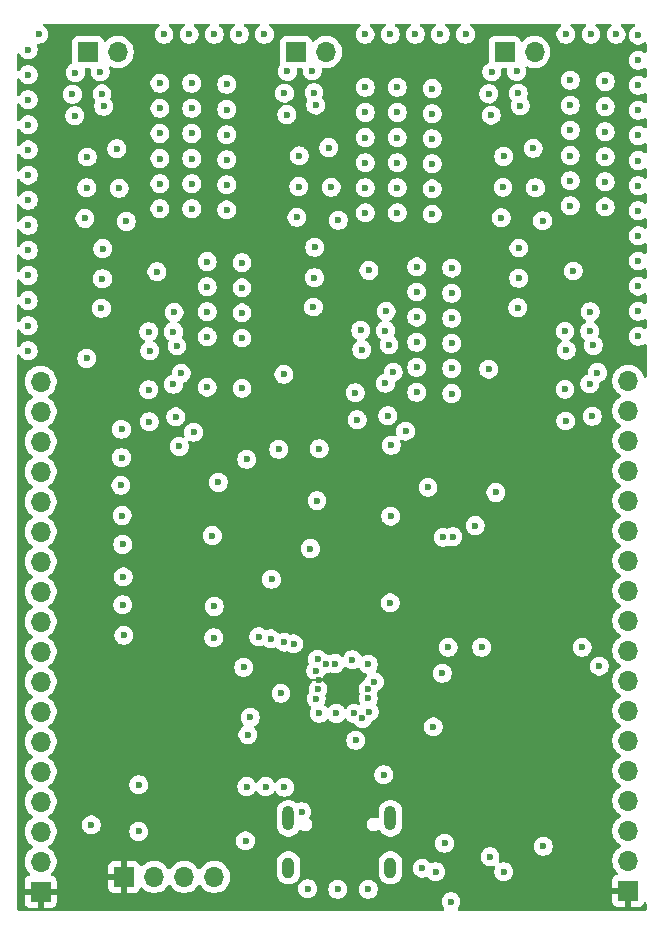
<source format=gbr>
%TF.GenerationSoftware,KiCad,Pcbnew,9.0.0*%
%TF.CreationDate,2025-05-17T06:27:11-04:00*%
%TF.ProjectId,phase-interferometer,70686173-652d-4696-9e74-65726665726f,rev?*%
%TF.SameCoordinates,Original*%
%TF.FileFunction,Copper,L3,Inr*%
%TF.FilePolarity,Positive*%
%FSLAX46Y46*%
G04 Gerber Fmt 4.6, Leading zero omitted, Abs format (unit mm)*
G04 Created by KiCad (PCBNEW 9.0.0) date 2025-05-17 06:27:11*
%MOMM*%
%LPD*%
G01*
G04 APERTURE LIST*
%TA.AperFunction,ComponentPad*%
%ADD10R,1.700000X1.700000*%
%TD*%
%TA.AperFunction,ComponentPad*%
%ADD11O,1.700000X1.700000*%
%TD*%
%TA.AperFunction,HeatsinkPad*%
%ADD12O,1.000000X2.100000*%
%TD*%
%TA.AperFunction,HeatsinkPad*%
%ADD13O,1.000000X1.800000*%
%TD*%
%TA.AperFunction,ViaPad*%
%ADD14C,0.600000*%
%TD*%
%TA.AperFunction,Conductor*%
%ADD15C,0.200000*%
%TD*%
G04 APERTURE END LIST*
D10*
%TO.N,Net-(AE3-A)*%
%TO.C,AE3*%
X167677500Y-56360000D03*
D11*
%TO.N,Earth*%
X170217500Y-56360000D03*
%TD*%
D10*
%TO.N,Net-(AE1-A)*%
%TO.C,AE1*%
X132402500Y-56360000D03*
D11*
%TO.N,Earth*%
X134942500Y-56360000D03*
%TD*%
D12*
%TO.N,Net-(J1-SHIELD)*%
%TO.C,J1*%
X149380000Y-121245000D03*
D13*
X149380000Y-125425000D03*
D12*
X158020000Y-121245000D03*
D13*
X158020000Y-125425000D03*
%TD*%
D10*
%TO.N,+3V3*%
%TO.C,J3*%
X128400000Y-127450000D03*
D11*
%TO.N,Earth*%
X128400000Y-124910000D03*
X128400000Y-122370000D03*
%TO.N,/GPIO29_ADC3*%
X128400000Y-119830000D03*
%TO.N,/GPIO25*%
X128400000Y-117290000D03*
%TO.N,/GPIO24*%
X128400000Y-114750000D03*
%TO.N,/GPIO23*%
X128400000Y-112210000D03*
%TO.N,/GPIO22*%
X128400000Y-109670000D03*
%TO.N,/GPIO21*%
X128400000Y-107130000D03*
%TO.N,/GPIO20*%
X128400000Y-104590000D03*
%TO.N,/GPIO19*%
X128400000Y-102050000D03*
%TO.N,/GPIO18*%
X128400000Y-99510000D03*
%TO.N,/GPIO17*%
X128400000Y-96970000D03*
%TO.N,/GPIO16*%
X128400000Y-94430000D03*
%TO.N,/RUN*%
X128400000Y-91890000D03*
%TO.N,/SWD*%
X128400000Y-89350000D03*
%TO.N,/SWCLK*%
X128400000Y-86810000D03*
%TO.N,Earth*%
X128400000Y-84270000D03*
%TD*%
D10*
%TO.N,+3V3*%
%TO.C,J2*%
X178150000Y-127370000D03*
D11*
%TO.N,/GPIO0*%
X178150000Y-124830000D03*
%TO.N,/GPIO1*%
X178150000Y-122290000D03*
%TO.N,/GPIO2*%
X178150000Y-119750000D03*
%TO.N,/GPIO3*%
X178150000Y-117210000D03*
%TO.N,/SDA*%
X178150000Y-114670000D03*
%TO.N,/SCL*%
X178150000Y-112130000D03*
%TO.N,/GPIO6*%
X178150000Y-109590000D03*
%TO.N,/GPIO7*%
X178150000Y-107050000D03*
%TO.N,/GPIO8*%
X178150000Y-104510000D03*
%TO.N,/GPIO9*%
X178150000Y-101970000D03*
%TO.N,/GPIO10*%
X178150000Y-99430000D03*
%TO.N,/GPIO11*%
X178150000Y-96890000D03*
%TO.N,/GPIO12*%
X178150000Y-94350000D03*
%TO.N,/GPIO13*%
X178150000Y-91810000D03*
%TO.N,/GPIO14*%
X178150000Y-89270000D03*
%TO.N,/GPIO15*%
X178150000Y-86730000D03*
%TO.N,Earth*%
X178150000Y-84190000D03*
%TD*%
D10*
%TO.N,Net-(AE2-A)*%
%TO.C,AE2*%
X150040000Y-56360000D03*
D11*
%TO.N,Earth*%
X152580000Y-56360000D03*
%TD*%
D10*
%TO.N,+3V3*%
%TO.C,J4*%
X135480000Y-126200000D03*
D11*
%TO.N,Earth*%
X138020000Y-126200000D03*
%TO.N,+5V*%
X140560000Y-126200000D03*
%TO.N,Earth*%
X143100000Y-126200000D03*
%TD*%
D14*
%TO.N,Earth*%
X152000000Y-89950000D03*
X148550000Y-90000000D03*
X145850000Y-90850000D03*
X143450000Y-92800000D03*
X142950000Y-97300000D03*
X143100000Y-103300000D03*
X143050000Y-105950000D03*
X135250000Y-88300000D03*
X135250000Y-90700000D03*
X135200000Y-93050000D03*
X135300000Y-95600000D03*
X135350000Y-98050000D03*
X135400000Y-100800000D03*
X135350000Y-103150000D03*
X135450000Y-105750000D03*
X165750000Y-106750000D03*
X162900000Y-106750000D03*
X174250000Y-106750000D03*
X145950000Y-114150000D03*
X176200000Y-63100000D03*
X173250000Y-58750000D03*
X176200000Y-67350000D03*
X173250000Y-69375000D03*
X173250000Y-65125000D03*
X176200000Y-58850000D03*
X176200000Y-69475000D03*
X173250000Y-67250000D03*
X176200000Y-60975000D03*
X173250000Y-63000000D03*
X176200000Y-65225000D03*
X173250000Y-60875000D03*
X145450000Y-80575000D03*
X142500000Y-84725000D03*
X142500000Y-74100000D03*
X142500000Y-80475000D03*
X145450000Y-74200000D03*
X145450000Y-84825000D03*
X142500000Y-76225000D03*
X142500000Y-78350000D03*
X145450000Y-76325000D03*
X145450000Y-78450000D03*
X163200000Y-81025000D03*
X160250000Y-85175000D03*
X160250000Y-74550000D03*
X160250000Y-83050000D03*
X160250000Y-80925000D03*
X163200000Y-74650000D03*
X163200000Y-85275000D03*
X160250000Y-76675000D03*
X160250000Y-78800000D03*
X163200000Y-76775000D03*
X163200000Y-83150000D03*
X163200000Y-78900000D03*
X161550000Y-65825000D03*
X158600000Y-67850000D03*
X158600000Y-61475000D03*
X158600000Y-69975000D03*
X155900000Y-59350000D03*
X158600000Y-63600000D03*
X155900000Y-63600000D03*
X155900000Y-69975000D03*
X161550000Y-61575000D03*
X158600000Y-59350000D03*
X155900000Y-61475000D03*
X161550000Y-59450000D03*
X161550000Y-70075000D03*
X158600000Y-65725000D03*
X161550000Y-67950000D03*
X155900000Y-65725000D03*
X155900000Y-67850000D03*
X161550000Y-63700000D03*
X144150000Y-65475000D03*
X141200000Y-67500000D03*
X141200000Y-61125000D03*
X141200000Y-69625000D03*
X138500000Y-59000000D03*
X141200000Y-63250000D03*
X138500000Y-63250000D03*
X138500000Y-69625000D03*
X144150000Y-61225000D03*
X141200000Y-59000000D03*
X138500000Y-61125000D03*
X144150000Y-59100000D03*
X144150000Y-69725000D03*
X141200000Y-65375000D03*
X144150000Y-67600000D03*
X138500000Y-65375000D03*
X138500000Y-67500000D03*
X144150000Y-63350000D03*
X127350000Y-64650000D03*
X127350000Y-81650000D03*
X127350000Y-62525000D03*
X127350000Y-66775000D03*
X127350000Y-77400000D03*
X127350000Y-58275000D03*
X127350000Y-56150000D03*
X127350000Y-60400000D03*
X127350000Y-71025000D03*
X127350000Y-68900000D03*
X127350000Y-73150000D03*
X127350000Y-79525000D03*
X127350000Y-75275000D03*
X145225000Y-54850000D03*
X128225000Y-54850000D03*
X138850000Y-54850000D03*
X140975000Y-54850000D03*
X147350000Y-54850000D03*
X143100000Y-54850000D03*
X160125000Y-54850000D03*
X177125000Y-54850000D03*
X158000000Y-54850000D03*
X162250000Y-54850000D03*
X172875000Y-54850000D03*
X155875000Y-54850000D03*
X164375000Y-54850000D03*
X175000000Y-54850000D03*
X179000000Y-63425000D03*
X179000000Y-80425000D03*
X179000000Y-61300000D03*
X179000000Y-65550000D03*
X179000000Y-76175000D03*
X179000000Y-57050000D03*
X179000000Y-54925000D03*
X179000000Y-59175000D03*
X179000000Y-69800000D03*
X179000000Y-67675000D03*
X179000000Y-71925000D03*
X179000000Y-78300000D03*
X179000000Y-74050000D03*
X165200000Y-96450000D03*
X166950000Y-93650000D03*
X151250000Y-98400000D03*
X158050000Y-95650000D03*
X151800000Y-94350000D03*
X136700000Y-122350000D03*
X136700000Y-118400000D03*
X150500000Y-120670000D03*
X174950000Y-78350000D03*
X174900000Y-84450000D03*
X172900000Y-81600000D03*
X172800000Y-79985000D03*
X174900000Y-80000000D03*
X172800000Y-84900000D03*
X175200000Y-81200000D03*
X175100000Y-87200000D03*
X175550000Y-83500000D03*
X170300000Y-67850000D03*
X172850000Y-87600000D03*
X166350000Y-59885000D03*
X168700000Y-58000000D03*
X169000000Y-60900000D03*
X168850000Y-59850000D03*
X173500000Y-74900000D03*
X166550000Y-61700000D03*
X167550000Y-67800000D03*
X168890000Y-75510000D03*
X167400000Y-70400000D03*
X170100000Y-64500000D03*
X170900000Y-70650000D03*
X166600000Y-58050000D03*
X167600000Y-65200000D03*
X168900000Y-72950000D03*
X168800000Y-78000000D03*
X158100000Y-89650000D03*
X159300000Y-88450000D03*
X157800000Y-87150000D03*
X155050000Y-85200000D03*
X157600000Y-84400000D03*
X155200000Y-87500000D03*
X158250000Y-83450000D03*
X155600000Y-81550000D03*
X157900000Y-81150000D03*
X155500000Y-79935000D03*
X157600000Y-79950000D03*
X153000000Y-67800000D03*
X157650000Y-78300000D03*
X149300000Y-58000000D03*
X149050000Y-59835000D03*
X151400000Y-57950000D03*
X151700000Y-60850000D03*
X152800000Y-64450000D03*
X150300000Y-65150000D03*
X156200000Y-74850000D03*
X151550000Y-59800000D03*
X149250000Y-61650000D03*
X150250000Y-67750000D03*
X153600000Y-70600000D03*
X151500000Y-77950000D03*
X151600000Y-72900000D03*
X151590000Y-75460000D03*
X150100000Y-70350000D03*
X140150000Y-89750000D03*
X141350000Y-88550000D03*
X139850000Y-87250000D03*
X137600000Y-87650000D03*
X137550000Y-84950000D03*
X139650000Y-84500000D03*
X140300000Y-83550000D03*
X139950000Y-81250000D03*
X137650000Y-81650000D03*
X137550000Y-80035000D03*
X139650000Y-80050000D03*
X139700000Y-78400000D03*
X138250000Y-74950000D03*
X131350000Y-58100000D03*
X133450000Y-58050000D03*
X133600000Y-59900000D03*
X131100000Y-59935000D03*
X133750000Y-60950000D03*
X131300000Y-61750000D03*
X132350000Y-65250000D03*
X134850000Y-64550000D03*
X132300000Y-67850000D03*
X135050000Y-67900000D03*
X132150000Y-70450000D03*
X135650000Y-70700000D03*
X133550000Y-78050000D03*
X133650000Y-73000000D03*
X133640000Y-75560000D03*
X132700000Y-121800000D03*
X145750000Y-123150000D03*
X156150000Y-127250000D03*
X153550000Y-127250000D03*
X151000000Y-127200000D03*
X162600000Y-123350000D03*
X170950000Y-123600000D03*
X166450000Y-124500000D03*
X167600000Y-125750000D03*
X175700000Y-108350000D03*
X162400000Y-108950000D03*
X161650000Y-113500000D03*
X157450000Y-117550000D03*
X145850000Y-118550000D03*
X147450000Y-118550000D03*
X149050000Y-118600000D03*
%TO.N,/SDA*%
X156150000Y-111081922D03*
X163298231Y-97396785D03*
%TO.N,/SCL*%
X156149999Y-110281920D03*
X162500000Y-97450000D03*
%TO.N,/SWCLK*%
X153334927Y-108133457D03*
%TO.N,/SWD*%
X152535454Y-108162500D03*
%TO.N,+1V1*%
X153450000Y-112362502D03*
X154800000Y-107800000D03*
%TO.N,/GPIO29_ADC3*%
X146150000Y-112700000D03*
%TO.N,/GPIO25*%
X151741989Y-111094552D03*
%TO.N,/GPIO24*%
X148750000Y-110650000D03*
%TO.N,/GPIO23*%
X151883564Y-110307176D03*
%TO.N,/GPIO22*%
X145600000Y-108450000D03*
%TO.N,/GPIO21*%
X151700000Y-108750000D03*
%TO.N,/GPIO20*%
X146875735Y-105874265D03*
%TO.N,+3V3*%
X151949998Y-109509936D03*
%TO.N,/GPIO19*%
X147900000Y-106050000D03*
%TO.N,/GPIO18*%
X149041213Y-106317648D03*
%TO.N,/RUN*%
X147950000Y-101000000D03*
%TO.N,/GPIO17*%
X149825735Y-106474265D03*
%TO.N,/GPIO16*%
X151850000Y-107750000D03*
%TO.N,/GPIO15*%
X158000000Y-103000000D03*
%TO.N,+3V3*%
X158442393Y-99200000D03*
X162700000Y-93200000D03*
%TO.N,/MX_LO*%
X161200000Y-93200000D03*
%TO.N,/GPIO7*%
X156667471Y-109671816D03*
%TO.N,/QSPI_SD3*%
X163150000Y-128300000D03*
X155086028Y-114637500D03*
%TO.N,/QSPI_SCLK*%
X154967280Y-112362499D03*
X161850000Y-125750000D03*
%TO.N,/QSPI_SD0*%
X160700000Y-125450000D03*
X155647622Y-112783378D03*
%TO.N,/MX_LO*%
X132300000Y-82300000D03*
X149000000Y-83650000D03*
X166350000Y-83200000D03*
%TO.N,Earth*%
X152000000Y-112350000D03*
X156150000Y-108200000D03*
X156218812Y-112223251D03*
%TO.N,+3V3*%
X166050000Y-65000000D03*
X145150000Y-115300000D03*
X158100000Y-113800000D03*
X171050000Y-83950000D03*
X153800000Y-83900000D03*
X165350000Y-127250000D03*
X156342106Y-116062054D03*
X149450735Y-104399265D03*
X142500000Y-115100000D03*
X130750000Y-65150000D03*
X141600000Y-114200000D03*
X142500000Y-114200000D03*
X148104173Y-114176998D03*
X152863279Y-104435448D03*
X160300000Y-108450000D03*
X135900000Y-83850000D03*
X141600000Y-115100000D03*
X148500000Y-65000000D03*
%TD*%
D15*
%TO.N,+3V3*%
X152863279Y-104936721D02*
X152863279Y-104435448D01*
X150150000Y-107650000D02*
X152863279Y-104936721D01*
X150809936Y-109509936D02*
X150150000Y-108850000D01*
X150150000Y-108850000D02*
X150150000Y-107650000D01*
X151949998Y-109509936D02*
X150809936Y-109509936D01*
%TD*%
%TA.AperFunction,Conductor*%
%TO.N,+3V3*%
G36*
X154249617Y-108387144D02*
G01*
X154274026Y-108406105D01*
X154289707Y-108421786D01*
X154289711Y-108421789D01*
X154420814Y-108509390D01*
X154420827Y-108509397D01*
X154566498Y-108569735D01*
X154566503Y-108569737D01*
X154721153Y-108600499D01*
X154721156Y-108600500D01*
X154721158Y-108600500D01*
X154878844Y-108600500D01*
X154878845Y-108600499D01*
X155033497Y-108569737D01*
X155176543Y-108510486D01*
X155179172Y-108509397D01*
X155179172Y-108509396D01*
X155179179Y-108509394D01*
X155235666Y-108471650D01*
X155302341Y-108450773D01*
X155369722Y-108469257D01*
X155416412Y-108521235D01*
X155419117Y-108527301D01*
X155440602Y-108579172D01*
X155440609Y-108579185D01*
X155528210Y-108710288D01*
X155528213Y-108710292D01*
X155639707Y-108821786D01*
X155639711Y-108821789D01*
X155770814Y-108909390D01*
X155770827Y-108909397D01*
X155912715Y-108968168D01*
X155916503Y-108969737D01*
X155961631Y-108978713D01*
X156023539Y-109011097D01*
X156058114Y-109071812D01*
X156054375Y-109141582D01*
X156040540Y-109169221D01*
X155958080Y-109292630D01*
X155958073Y-109292643D01*
X155897735Y-109438314D01*
X155897732Y-109438323D01*
X155892967Y-109462282D01*
X155860581Y-109524192D01*
X155818804Y-109552650D01*
X155770820Y-109572526D01*
X155770813Y-109572529D01*
X155639710Y-109660130D01*
X155639706Y-109660133D01*
X155528212Y-109771627D01*
X155528209Y-109771631D01*
X155440608Y-109902734D01*
X155440601Y-109902747D01*
X155380263Y-110048418D01*
X155380260Y-110048430D01*
X155349499Y-110203073D01*
X155349499Y-110360766D01*
X155380260Y-110515409D01*
X155380263Y-110515421D01*
X155429574Y-110634470D01*
X155437043Y-110703940D01*
X155429574Y-110729374D01*
X155380264Y-110848420D01*
X155380261Y-110848432D01*
X155349500Y-111003075D01*
X155349500Y-111160768D01*
X155380261Y-111315411D01*
X155380264Y-111315423D01*
X155441545Y-111463369D01*
X155449014Y-111532838D01*
X155417739Y-111595317D01*
X155357650Y-111630969D01*
X155287824Y-111628475D01*
X155279533Y-111625383D01*
X155229946Y-111604844D01*
X155200777Y-111592762D01*
X155200773Y-111592761D01*
X155200769Y-111592760D01*
X155046125Y-111561999D01*
X155046122Y-111561999D01*
X154888438Y-111561999D01*
X154888435Y-111561999D01*
X154733790Y-111592760D01*
X154733778Y-111592763D01*
X154588107Y-111653101D01*
X154588094Y-111653108D01*
X154456991Y-111740709D01*
X154456987Y-111740712D01*
X154345491Y-111852208D01*
X154311739Y-111902721D01*
X154258126Y-111947525D01*
X154188801Y-111956231D01*
X154125774Y-111926075D01*
X154105535Y-111902718D01*
X154101851Y-111897205D01*
X154071789Y-111852213D01*
X154071787Y-111852210D01*
X153960292Y-111740715D01*
X153960288Y-111740712D01*
X153829185Y-111653111D01*
X153829172Y-111653104D01*
X153683501Y-111592766D01*
X153683489Y-111592763D01*
X153528845Y-111562002D01*
X153528842Y-111562002D01*
X153371158Y-111562002D01*
X153371155Y-111562002D01*
X153216510Y-111592763D01*
X153216498Y-111592766D01*
X153070827Y-111653104D01*
X153070814Y-111653111D01*
X152939711Y-111740712D01*
X152939707Y-111740715D01*
X152828207Y-111852215D01*
X152825093Y-111856010D01*
X152767345Y-111895340D01*
X152697500Y-111897205D01*
X152637734Y-111861014D01*
X152626142Y-111846226D01*
X152621788Y-111839709D01*
X152510291Y-111728212D01*
X152487162Y-111712758D01*
X152455112Y-111691342D01*
X152410307Y-111637732D01*
X152401600Y-111568407D01*
X152420902Y-111519349D01*
X152451378Y-111473738D01*
X152451379Y-111473737D01*
X152451383Y-111473731D01*
X152456615Y-111461101D01*
X152498741Y-111359397D01*
X152511726Y-111328049D01*
X152542489Y-111173394D01*
X152542489Y-111015710D01*
X152542489Y-111015707D01*
X152513603Y-110870491D01*
X152519830Y-110800899D01*
X152532118Y-110777408D01*
X152550756Y-110749514D01*
X152592958Y-110686355D01*
X152653301Y-110540673D01*
X152684064Y-110386018D01*
X152684064Y-110228334D01*
X152684064Y-110228331D01*
X152684063Y-110228329D01*
X152674868Y-110182104D01*
X152653301Y-110073679D01*
X152617084Y-109986243D01*
X152592961Y-109928003D01*
X152592954Y-109927990D01*
X152505353Y-109796887D01*
X152505350Y-109796883D01*
X152393856Y-109685389D01*
X152393852Y-109685386D01*
X152262749Y-109597785D01*
X152262739Y-109597780D01*
X152235900Y-109586663D01*
X152181497Y-109542822D01*
X152159432Y-109476528D01*
X152176711Y-109408828D01*
X152206786Y-109377122D01*
X152205581Y-109375653D01*
X152210285Y-109371791D01*
X152210289Y-109371789D01*
X152321789Y-109260289D01*
X152409394Y-109129179D01*
X152409395Y-109129176D01*
X152409397Y-109129173D01*
X152446520Y-109039548D01*
X152490360Y-108985144D01*
X152556654Y-108963079D01*
X152561081Y-108963000D01*
X152614298Y-108963000D01*
X152614299Y-108962999D01*
X152768951Y-108932237D01*
X152839070Y-108903193D01*
X152920262Y-108869563D01*
X152921100Y-108871587D01*
X152979828Y-108859336D01*
X153017376Y-108868378D01*
X153101430Y-108903194D01*
X153247428Y-108932235D01*
X153256080Y-108933956D01*
X153256083Y-108933957D01*
X153256085Y-108933957D01*
X153413771Y-108933957D01*
X153413772Y-108933956D01*
X153568424Y-108903194D01*
X153714106Y-108842851D01*
X153845216Y-108755246D01*
X153956716Y-108643746D01*
X154044321Y-108512636D01*
X154071785Y-108446331D01*
X154115624Y-108391930D01*
X154181918Y-108369865D01*
X154249617Y-108387144D01*
G37*
%TD.AperFunction*%
%TA.AperFunction,Conductor*%
G36*
X138413600Y-53970185D02*
G01*
X138459355Y-54022989D01*
X138469299Y-54092147D01*
X138440274Y-54155703D01*
X138415452Y-54177602D01*
X138339711Y-54228210D01*
X138339707Y-54228213D01*
X138228213Y-54339707D01*
X138228210Y-54339711D01*
X138140609Y-54470814D01*
X138140602Y-54470827D01*
X138080264Y-54616498D01*
X138080261Y-54616510D01*
X138049500Y-54771153D01*
X138049500Y-54928846D01*
X138080261Y-55083489D01*
X138080264Y-55083501D01*
X138140602Y-55229172D01*
X138140609Y-55229185D01*
X138228210Y-55360288D01*
X138228213Y-55360292D01*
X138339707Y-55471786D01*
X138339711Y-55471789D01*
X138470814Y-55559390D01*
X138470827Y-55559397D01*
X138616498Y-55619735D01*
X138616503Y-55619737D01*
X138771153Y-55650499D01*
X138771156Y-55650500D01*
X138771158Y-55650500D01*
X138928844Y-55650500D01*
X138928845Y-55650499D01*
X139083497Y-55619737D01*
X139229179Y-55559394D01*
X139360289Y-55471789D01*
X139471789Y-55360289D01*
X139559394Y-55229179D01*
X139569430Y-55204951D01*
X139580573Y-55178047D01*
X139619737Y-55083497D01*
X139650500Y-54928842D01*
X139650500Y-54771158D01*
X139650500Y-54771155D01*
X139650499Y-54771153D01*
X139634657Y-54691510D01*
X139619737Y-54616503D01*
X139619735Y-54616498D01*
X139559397Y-54470827D01*
X139559390Y-54470814D01*
X139471789Y-54339711D01*
X139471786Y-54339707D01*
X139360292Y-54228213D01*
X139360288Y-54228210D01*
X139284548Y-54177602D01*
X139239743Y-54123990D01*
X139231036Y-54054665D01*
X139261190Y-53991637D01*
X139320634Y-53954918D01*
X139353439Y-53950500D01*
X140471561Y-53950500D01*
X140538600Y-53970185D01*
X140584355Y-54022989D01*
X140594299Y-54092147D01*
X140565274Y-54155703D01*
X140540452Y-54177602D01*
X140464711Y-54228210D01*
X140464707Y-54228213D01*
X140353213Y-54339707D01*
X140353210Y-54339711D01*
X140265609Y-54470814D01*
X140265602Y-54470827D01*
X140205264Y-54616498D01*
X140205261Y-54616510D01*
X140174500Y-54771153D01*
X140174500Y-54928846D01*
X140205261Y-55083489D01*
X140205264Y-55083501D01*
X140265602Y-55229172D01*
X140265609Y-55229185D01*
X140353210Y-55360288D01*
X140353213Y-55360292D01*
X140464707Y-55471786D01*
X140464711Y-55471789D01*
X140595814Y-55559390D01*
X140595827Y-55559397D01*
X140741498Y-55619735D01*
X140741503Y-55619737D01*
X140896153Y-55650499D01*
X140896156Y-55650500D01*
X140896158Y-55650500D01*
X141053844Y-55650500D01*
X141053845Y-55650499D01*
X141208497Y-55619737D01*
X141354179Y-55559394D01*
X141485289Y-55471789D01*
X141596789Y-55360289D01*
X141684394Y-55229179D01*
X141694430Y-55204951D01*
X141705573Y-55178047D01*
X141744737Y-55083497D01*
X141775500Y-54928842D01*
X141775500Y-54771158D01*
X141775500Y-54771155D01*
X141775499Y-54771153D01*
X141759657Y-54691510D01*
X141744737Y-54616503D01*
X141744735Y-54616498D01*
X141684397Y-54470827D01*
X141684390Y-54470814D01*
X141596789Y-54339711D01*
X141596786Y-54339707D01*
X141485292Y-54228213D01*
X141485288Y-54228210D01*
X141409548Y-54177602D01*
X141364743Y-54123990D01*
X141356036Y-54054665D01*
X141386190Y-53991637D01*
X141445634Y-53954918D01*
X141478439Y-53950500D01*
X142596561Y-53950500D01*
X142663600Y-53970185D01*
X142709355Y-54022989D01*
X142719299Y-54092147D01*
X142690274Y-54155703D01*
X142665452Y-54177602D01*
X142589711Y-54228210D01*
X142589707Y-54228213D01*
X142478213Y-54339707D01*
X142478210Y-54339711D01*
X142390609Y-54470814D01*
X142390602Y-54470827D01*
X142330264Y-54616498D01*
X142330261Y-54616510D01*
X142299500Y-54771153D01*
X142299500Y-54928846D01*
X142330261Y-55083489D01*
X142330264Y-55083501D01*
X142390602Y-55229172D01*
X142390609Y-55229185D01*
X142478210Y-55360288D01*
X142478213Y-55360292D01*
X142589707Y-55471786D01*
X142589711Y-55471789D01*
X142720814Y-55559390D01*
X142720827Y-55559397D01*
X142866498Y-55619735D01*
X142866503Y-55619737D01*
X143021153Y-55650499D01*
X143021156Y-55650500D01*
X143021158Y-55650500D01*
X143178844Y-55650500D01*
X143178845Y-55650499D01*
X143333497Y-55619737D01*
X143479179Y-55559394D01*
X143610289Y-55471789D01*
X143721789Y-55360289D01*
X143809394Y-55229179D01*
X143819430Y-55204951D01*
X143830573Y-55178047D01*
X143869737Y-55083497D01*
X143900500Y-54928842D01*
X143900500Y-54771158D01*
X143900500Y-54771155D01*
X143900499Y-54771153D01*
X143884657Y-54691510D01*
X143869737Y-54616503D01*
X143869735Y-54616498D01*
X143809397Y-54470827D01*
X143809390Y-54470814D01*
X143721789Y-54339711D01*
X143721786Y-54339707D01*
X143610292Y-54228213D01*
X143610288Y-54228210D01*
X143534548Y-54177602D01*
X143489743Y-54123990D01*
X143481036Y-54054665D01*
X143511190Y-53991637D01*
X143570634Y-53954918D01*
X143603439Y-53950500D01*
X144721561Y-53950500D01*
X144788600Y-53970185D01*
X144834355Y-54022989D01*
X144844299Y-54092147D01*
X144815274Y-54155703D01*
X144790452Y-54177602D01*
X144714711Y-54228210D01*
X144714707Y-54228213D01*
X144603213Y-54339707D01*
X144603210Y-54339711D01*
X144515609Y-54470814D01*
X144515602Y-54470827D01*
X144455264Y-54616498D01*
X144455261Y-54616510D01*
X144424500Y-54771153D01*
X144424500Y-54928846D01*
X144455261Y-55083489D01*
X144455264Y-55083501D01*
X144515602Y-55229172D01*
X144515609Y-55229185D01*
X144603210Y-55360288D01*
X144603213Y-55360292D01*
X144714707Y-55471786D01*
X144714711Y-55471789D01*
X144845814Y-55559390D01*
X144845827Y-55559397D01*
X144991498Y-55619735D01*
X144991503Y-55619737D01*
X145146153Y-55650499D01*
X145146156Y-55650500D01*
X145146158Y-55650500D01*
X145303844Y-55650500D01*
X145303845Y-55650499D01*
X145458497Y-55619737D01*
X145604179Y-55559394D01*
X145735289Y-55471789D01*
X145846789Y-55360289D01*
X145934394Y-55229179D01*
X145944430Y-55204951D01*
X145955573Y-55178047D01*
X145994737Y-55083497D01*
X146025500Y-54928842D01*
X146025500Y-54771158D01*
X146025500Y-54771155D01*
X146025499Y-54771153D01*
X146009657Y-54691510D01*
X145994737Y-54616503D01*
X145994735Y-54616498D01*
X145934397Y-54470827D01*
X145934390Y-54470814D01*
X145846789Y-54339711D01*
X145846786Y-54339707D01*
X145735292Y-54228213D01*
X145735288Y-54228210D01*
X145659548Y-54177602D01*
X145614743Y-54123990D01*
X145606036Y-54054665D01*
X145636190Y-53991637D01*
X145695634Y-53954918D01*
X145728439Y-53950500D01*
X146846561Y-53950500D01*
X146913600Y-53970185D01*
X146959355Y-54022989D01*
X146969299Y-54092147D01*
X146940274Y-54155703D01*
X146915452Y-54177602D01*
X146839711Y-54228210D01*
X146839707Y-54228213D01*
X146728213Y-54339707D01*
X146728210Y-54339711D01*
X146640609Y-54470814D01*
X146640602Y-54470827D01*
X146580264Y-54616498D01*
X146580261Y-54616510D01*
X146549500Y-54771153D01*
X146549500Y-54928846D01*
X146580261Y-55083489D01*
X146580264Y-55083501D01*
X146640602Y-55229172D01*
X146640609Y-55229185D01*
X146728210Y-55360288D01*
X146728213Y-55360292D01*
X146839707Y-55471786D01*
X146839711Y-55471789D01*
X146970814Y-55559390D01*
X146970827Y-55559397D01*
X147116498Y-55619735D01*
X147116503Y-55619737D01*
X147271153Y-55650499D01*
X147271156Y-55650500D01*
X147271158Y-55650500D01*
X147428844Y-55650500D01*
X147428845Y-55650499D01*
X147583497Y-55619737D01*
X147729179Y-55559394D01*
X147860289Y-55471789D01*
X147971789Y-55360289D01*
X148059394Y-55229179D01*
X148069430Y-55204951D01*
X148080573Y-55178047D01*
X148119737Y-55083497D01*
X148150500Y-54928842D01*
X148150500Y-54771158D01*
X148150500Y-54771155D01*
X148150499Y-54771153D01*
X148134657Y-54691510D01*
X148119737Y-54616503D01*
X148119735Y-54616498D01*
X148059397Y-54470827D01*
X148059390Y-54470814D01*
X147971789Y-54339711D01*
X147971786Y-54339707D01*
X147860292Y-54228213D01*
X147860288Y-54228210D01*
X147784548Y-54177602D01*
X147739743Y-54123990D01*
X147731036Y-54054665D01*
X147761190Y-53991637D01*
X147820634Y-53954918D01*
X147853439Y-53950500D01*
X155371561Y-53950500D01*
X155438600Y-53970185D01*
X155484355Y-54022989D01*
X155494299Y-54092147D01*
X155465274Y-54155703D01*
X155440452Y-54177602D01*
X155364711Y-54228210D01*
X155364707Y-54228213D01*
X155253213Y-54339707D01*
X155253210Y-54339711D01*
X155165609Y-54470814D01*
X155165602Y-54470827D01*
X155105264Y-54616498D01*
X155105261Y-54616510D01*
X155074500Y-54771153D01*
X155074500Y-54928846D01*
X155105261Y-55083489D01*
X155105264Y-55083501D01*
X155165602Y-55229172D01*
X155165609Y-55229185D01*
X155253210Y-55360288D01*
X155253213Y-55360292D01*
X155364707Y-55471786D01*
X155364711Y-55471789D01*
X155495814Y-55559390D01*
X155495827Y-55559397D01*
X155641498Y-55619735D01*
X155641503Y-55619737D01*
X155796153Y-55650499D01*
X155796156Y-55650500D01*
X155796158Y-55650500D01*
X155953844Y-55650500D01*
X155953845Y-55650499D01*
X156108497Y-55619737D01*
X156254179Y-55559394D01*
X156385289Y-55471789D01*
X156496789Y-55360289D01*
X156584394Y-55229179D01*
X156594430Y-55204951D01*
X156605573Y-55178047D01*
X156644737Y-55083497D01*
X156675500Y-54928842D01*
X156675500Y-54771158D01*
X156675500Y-54771155D01*
X156675499Y-54771153D01*
X156659657Y-54691510D01*
X156644737Y-54616503D01*
X156644735Y-54616498D01*
X156584397Y-54470827D01*
X156584390Y-54470814D01*
X156496789Y-54339711D01*
X156496786Y-54339707D01*
X156385292Y-54228213D01*
X156385288Y-54228210D01*
X156309548Y-54177602D01*
X156264743Y-54123990D01*
X156256036Y-54054665D01*
X156286190Y-53991637D01*
X156345634Y-53954918D01*
X156378439Y-53950500D01*
X157496561Y-53950500D01*
X157563600Y-53970185D01*
X157609355Y-54022989D01*
X157619299Y-54092147D01*
X157590274Y-54155703D01*
X157565452Y-54177602D01*
X157489711Y-54228210D01*
X157489707Y-54228213D01*
X157378213Y-54339707D01*
X157378210Y-54339711D01*
X157290609Y-54470814D01*
X157290602Y-54470827D01*
X157230264Y-54616498D01*
X157230261Y-54616510D01*
X157199500Y-54771153D01*
X157199500Y-54928846D01*
X157230261Y-55083489D01*
X157230264Y-55083501D01*
X157290602Y-55229172D01*
X157290609Y-55229185D01*
X157378210Y-55360288D01*
X157378213Y-55360292D01*
X157489707Y-55471786D01*
X157489711Y-55471789D01*
X157620814Y-55559390D01*
X157620827Y-55559397D01*
X157766498Y-55619735D01*
X157766503Y-55619737D01*
X157921153Y-55650499D01*
X157921156Y-55650500D01*
X157921158Y-55650500D01*
X158078844Y-55650500D01*
X158078845Y-55650499D01*
X158233497Y-55619737D01*
X158379179Y-55559394D01*
X158510289Y-55471789D01*
X158621789Y-55360289D01*
X158709394Y-55229179D01*
X158719430Y-55204951D01*
X158730573Y-55178047D01*
X158769737Y-55083497D01*
X158800500Y-54928842D01*
X158800500Y-54771158D01*
X158800500Y-54771155D01*
X158800499Y-54771153D01*
X158784657Y-54691510D01*
X158769737Y-54616503D01*
X158769735Y-54616498D01*
X158709397Y-54470827D01*
X158709390Y-54470814D01*
X158621789Y-54339711D01*
X158621786Y-54339707D01*
X158510292Y-54228213D01*
X158510288Y-54228210D01*
X158434548Y-54177602D01*
X158389743Y-54123990D01*
X158381036Y-54054665D01*
X158411190Y-53991637D01*
X158470634Y-53954918D01*
X158503439Y-53950500D01*
X159621561Y-53950500D01*
X159688600Y-53970185D01*
X159734355Y-54022989D01*
X159744299Y-54092147D01*
X159715274Y-54155703D01*
X159690452Y-54177602D01*
X159614711Y-54228210D01*
X159614707Y-54228213D01*
X159503213Y-54339707D01*
X159503210Y-54339711D01*
X159415609Y-54470814D01*
X159415602Y-54470827D01*
X159355264Y-54616498D01*
X159355261Y-54616510D01*
X159324500Y-54771153D01*
X159324500Y-54928846D01*
X159355261Y-55083489D01*
X159355264Y-55083501D01*
X159415602Y-55229172D01*
X159415609Y-55229185D01*
X159503210Y-55360288D01*
X159503213Y-55360292D01*
X159614707Y-55471786D01*
X159614711Y-55471789D01*
X159745814Y-55559390D01*
X159745827Y-55559397D01*
X159891498Y-55619735D01*
X159891503Y-55619737D01*
X160046153Y-55650499D01*
X160046156Y-55650500D01*
X160046158Y-55650500D01*
X160203844Y-55650500D01*
X160203845Y-55650499D01*
X160358497Y-55619737D01*
X160504179Y-55559394D01*
X160635289Y-55471789D01*
X160746789Y-55360289D01*
X160834394Y-55229179D01*
X160844430Y-55204951D01*
X160855573Y-55178047D01*
X160894737Y-55083497D01*
X160925500Y-54928842D01*
X160925500Y-54771158D01*
X160925500Y-54771155D01*
X160925499Y-54771153D01*
X160909657Y-54691510D01*
X160894737Y-54616503D01*
X160894735Y-54616498D01*
X160834397Y-54470827D01*
X160834390Y-54470814D01*
X160746789Y-54339711D01*
X160746786Y-54339707D01*
X160635292Y-54228213D01*
X160635288Y-54228210D01*
X160559548Y-54177602D01*
X160514743Y-54123990D01*
X160506036Y-54054665D01*
X160536190Y-53991637D01*
X160595634Y-53954918D01*
X160628439Y-53950500D01*
X161746561Y-53950500D01*
X161813600Y-53970185D01*
X161859355Y-54022989D01*
X161869299Y-54092147D01*
X161840274Y-54155703D01*
X161815452Y-54177602D01*
X161739711Y-54228210D01*
X161739707Y-54228213D01*
X161628213Y-54339707D01*
X161628210Y-54339711D01*
X161540609Y-54470814D01*
X161540602Y-54470827D01*
X161480264Y-54616498D01*
X161480261Y-54616510D01*
X161449500Y-54771153D01*
X161449500Y-54928846D01*
X161480261Y-55083489D01*
X161480264Y-55083501D01*
X161540602Y-55229172D01*
X161540609Y-55229185D01*
X161628210Y-55360288D01*
X161628213Y-55360292D01*
X161739707Y-55471786D01*
X161739711Y-55471789D01*
X161870814Y-55559390D01*
X161870827Y-55559397D01*
X162016498Y-55619735D01*
X162016503Y-55619737D01*
X162171153Y-55650499D01*
X162171156Y-55650500D01*
X162171158Y-55650500D01*
X162328844Y-55650500D01*
X162328845Y-55650499D01*
X162483497Y-55619737D01*
X162629179Y-55559394D01*
X162760289Y-55471789D01*
X162871789Y-55360289D01*
X162959394Y-55229179D01*
X162969430Y-55204951D01*
X162980573Y-55178047D01*
X163019737Y-55083497D01*
X163050500Y-54928842D01*
X163050500Y-54771158D01*
X163050500Y-54771155D01*
X163050499Y-54771153D01*
X163034657Y-54691510D01*
X163019737Y-54616503D01*
X163019735Y-54616498D01*
X162959397Y-54470827D01*
X162959390Y-54470814D01*
X162871789Y-54339711D01*
X162871786Y-54339707D01*
X162760292Y-54228213D01*
X162760288Y-54228210D01*
X162684548Y-54177602D01*
X162639743Y-54123990D01*
X162631036Y-54054665D01*
X162661190Y-53991637D01*
X162720634Y-53954918D01*
X162753439Y-53950500D01*
X163871561Y-53950500D01*
X163938600Y-53970185D01*
X163984355Y-54022989D01*
X163994299Y-54092147D01*
X163965274Y-54155703D01*
X163940452Y-54177602D01*
X163864711Y-54228210D01*
X163864707Y-54228213D01*
X163753213Y-54339707D01*
X163753210Y-54339711D01*
X163665609Y-54470814D01*
X163665602Y-54470827D01*
X163605264Y-54616498D01*
X163605261Y-54616510D01*
X163574500Y-54771153D01*
X163574500Y-54928846D01*
X163605261Y-55083489D01*
X163605264Y-55083501D01*
X163665602Y-55229172D01*
X163665609Y-55229185D01*
X163753210Y-55360288D01*
X163753213Y-55360292D01*
X163864707Y-55471786D01*
X163864711Y-55471789D01*
X163995814Y-55559390D01*
X163995827Y-55559397D01*
X164141498Y-55619735D01*
X164141503Y-55619737D01*
X164296153Y-55650499D01*
X164296156Y-55650500D01*
X164296158Y-55650500D01*
X164453844Y-55650500D01*
X164453845Y-55650499D01*
X164608497Y-55619737D01*
X164754179Y-55559394D01*
X164885289Y-55471789D01*
X164996789Y-55360289D01*
X165084394Y-55229179D01*
X165094430Y-55204951D01*
X165105573Y-55178047D01*
X165144737Y-55083497D01*
X165175500Y-54928842D01*
X165175500Y-54771158D01*
X165175500Y-54771155D01*
X165175499Y-54771153D01*
X165159657Y-54691510D01*
X165144737Y-54616503D01*
X165144735Y-54616498D01*
X165084397Y-54470827D01*
X165084390Y-54470814D01*
X164996789Y-54339711D01*
X164996786Y-54339707D01*
X164885292Y-54228213D01*
X164885288Y-54228210D01*
X164809548Y-54177602D01*
X164764743Y-54123990D01*
X164756036Y-54054665D01*
X164786190Y-53991637D01*
X164845634Y-53954918D01*
X164878439Y-53950500D01*
X172371561Y-53950500D01*
X172438600Y-53970185D01*
X172484355Y-54022989D01*
X172494299Y-54092147D01*
X172465274Y-54155703D01*
X172440452Y-54177602D01*
X172364711Y-54228210D01*
X172364707Y-54228213D01*
X172253213Y-54339707D01*
X172253210Y-54339711D01*
X172165609Y-54470814D01*
X172165602Y-54470827D01*
X172105264Y-54616498D01*
X172105261Y-54616510D01*
X172074500Y-54771153D01*
X172074500Y-54928846D01*
X172105261Y-55083489D01*
X172105264Y-55083501D01*
X172165602Y-55229172D01*
X172165609Y-55229185D01*
X172253210Y-55360288D01*
X172253213Y-55360292D01*
X172364707Y-55471786D01*
X172364711Y-55471789D01*
X172495814Y-55559390D01*
X172495827Y-55559397D01*
X172641498Y-55619735D01*
X172641503Y-55619737D01*
X172796153Y-55650499D01*
X172796156Y-55650500D01*
X172796158Y-55650500D01*
X172953844Y-55650500D01*
X172953845Y-55650499D01*
X173108497Y-55619737D01*
X173254179Y-55559394D01*
X173385289Y-55471789D01*
X173496789Y-55360289D01*
X173584394Y-55229179D01*
X173594430Y-55204951D01*
X173605573Y-55178047D01*
X173644737Y-55083497D01*
X173675500Y-54928842D01*
X173675500Y-54771158D01*
X173675500Y-54771155D01*
X173675499Y-54771153D01*
X173659657Y-54691510D01*
X173644737Y-54616503D01*
X173644735Y-54616498D01*
X173584397Y-54470827D01*
X173584390Y-54470814D01*
X173496789Y-54339711D01*
X173496786Y-54339707D01*
X173385292Y-54228213D01*
X173385288Y-54228210D01*
X173309548Y-54177602D01*
X173264743Y-54123990D01*
X173256036Y-54054665D01*
X173286190Y-53991637D01*
X173345634Y-53954918D01*
X173378439Y-53950500D01*
X174496561Y-53950500D01*
X174563600Y-53970185D01*
X174609355Y-54022989D01*
X174619299Y-54092147D01*
X174590274Y-54155703D01*
X174565452Y-54177602D01*
X174489711Y-54228210D01*
X174489707Y-54228213D01*
X174378213Y-54339707D01*
X174378210Y-54339711D01*
X174290609Y-54470814D01*
X174290602Y-54470827D01*
X174230264Y-54616498D01*
X174230261Y-54616510D01*
X174199500Y-54771153D01*
X174199500Y-54928846D01*
X174230261Y-55083489D01*
X174230264Y-55083501D01*
X174290602Y-55229172D01*
X174290609Y-55229185D01*
X174378210Y-55360288D01*
X174378213Y-55360292D01*
X174489707Y-55471786D01*
X174489711Y-55471789D01*
X174620814Y-55559390D01*
X174620827Y-55559397D01*
X174766498Y-55619735D01*
X174766503Y-55619737D01*
X174921153Y-55650499D01*
X174921156Y-55650500D01*
X174921158Y-55650500D01*
X175078844Y-55650500D01*
X175078845Y-55650499D01*
X175233497Y-55619737D01*
X175379179Y-55559394D01*
X175510289Y-55471789D01*
X175621789Y-55360289D01*
X175709394Y-55229179D01*
X175719430Y-55204951D01*
X175730573Y-55178047D01*
X175769737Y-55083497D01*
X175800500Y-54928842D01*
X175800500Y-54771158D01*
X175800500Y-54771155D01*
X175800499Y-54771153D01*
X175784657Y-54691510D01*
X175769737Y-54616503D01*
X175769735Y-54616498D01*
X175709397Y-54470827D01*
X175709390Y-54470814D01*
X175621789Y-54339711D01*
X175621786Y-54339707D01*
X175510292Y-54228213D01*
X175510288Y-54228210D01*
X175434548Y-54177602D01*
X175389743Y-54123990D01*
X175381036Y-54054665D01*
X175411190Y-53991637D01*
X175470634Y-53954918D01*
X175503439Y-53950500D01*
X176621561Y-53950500D01*
X176688600Y-53970185D01*
X176734355Y-54022989D01*
X176744299Y-54092147D01*
X176715274Y-54155703D01*
X176690452Y-54177602D01*
X176614711Y-54228210D01*
X176614707Y-54228213D01*
X176503213Y-54339707D01*
X176503210Y-54339711D01*
X176415609Y-54470814D01*
X176415602Y-54470827D01*
X176355264Y-54616498D01*
X176355261Y-54616510D01*
X176324500Y-54771153D01*
X176324500Y-54928846D01*
X176355261Y-55083489D01*
X176355264Y-55083501D01*
X176415602Y-55229172D01*
X176415609Y-55229185D01*
X176503210Y-55360288D01*
X176503213Y-55360292D01*
X176614707Y-55471786D01*
X176614711Y-55471789D01*
X176745814Y-55559390D01*
X176745827Y-55559397D01*
X176891498Y-55619735D01*
X176891503Y-55619737D01*
X177046153Y-55650499D01*
X177046156Y-55650500D01*
X177046158Y-55650500D01*
X177203844Y-55650500D01*
X177203845Y-55650499D01*
X177358497Y-55619737D01*
X177504179Y-55559394D01*
X177635289Y-55471789D01*
X177746789Y-55360289D01*
X177834394Y-55229179D01*
X177844430Y-55204951D01*
X177855573Y-55178047D01*
X177894737Y-55083497D01*
X177925500Y-54928842D01*
X177925500Y-54771158D01*
X177925500Y-54771155D01*
X177925499Y-54771153D01*
X177909657Y-54691510D01*
X177894737Y-54616503D01*
X177894735Y-54616498D01*
X177834397Y-54470827D01*
X177834390Y-54470814D01*
X177746789Y-54339711D01*
X177746786Y-54339707D01*
X177635292Y-54228213D01*
X177635288Y-54228210D01*
X177559548Y-54177602D01*
X177514743Y-54123990D01*
X177506036Y-54054665D01*
X177536190Y-53991637D01*
X177595634Y-53954918D01*
X177628439Y-53950500D01*
X178637454Y-53950500D01*
X178704493Y-53970185D01*
X178750248Y-54022989D01*
X178760192Y-54092147D01*
X178731167Y-54155703D01*
X178684906Y-54189061D01*
X178620827Y-54215602D01*
X178620814Y-54215609D01*
X178489711Y-54303210D01*
X178489707Y-54303213D01*
X178378213Y-54414707D01*
X178378210Y-54414711D01*
X178290609Y-54545814D01*
X178290602Y-54545827D01*
X178230264Y-54691498D01*
X178230261Y-54691510D01*
X178199500Y-54846153D01*
X178199500Y-55003846D01*
X178230261Y-55158489D01*
X178230264Y-55158501D01*
X178290602Y-55304172D01*
X178290609Y-55304185D01*
X178378210Y-55435288D01*
X178378213Y-55435292D01*
X178489707Y-55546786D01*
X178489711Y-55546789D01*
X178620814Y-55634390D01*
X178620827Y-55634397D01*
X178755076Y-55690004D01*
X178766503Y-55694737D01*
X178921153Y-55725499D01*
X178921156Y-55725500D01*
X178921158Y-55725500D01*
X179078844Y-55725500D01*
X179078845Y-55725499D01*
X179233497Y-55694737D01*
X179379179Y-55634394D01*
X179432400Y-55598833D01*
X179506609Y-55549248D01*
X179573286Y-55528370D01*
X179640666Y-55546854D01*
X179687357Y-55598833D01*
X179699500Y-55652350D01*
X179699500Y-56322649D01*
X179679815Y-56389688D01*
X179627011Y-56435443D01*
X179557853Y-56445387D01*
X179506609Y-56425751D01*
X179379185Y-56340609D01*
X179379172Y-56340602D01*
X179233501Y-56280264D01*
X179233489Y-56280261D01*
X179078845Y-56249500D01*
X179078842Y-56249500D01*
X178921158Y-56249500D01*
X178921155Y-56249500D01*
X178766510Y-56280261D01*
X178766498Y-56280264D01*
X178620827Y-56340602D01*
X178620814Y-56340609D01*
X178489711Y-56428210D01*
X178489707Y-56428213D01*
X178378213Y-56539707D01*
X178378210Y-56539711D01*
X178290609Y-56670814D01*
X178290602Y-56670827D01*
X178230264Y-56816498D01*
X178230261Y-56816510D01*
X178199500Y-56971153D01*
X178199500Y-57128846D01*
X178230261Y-57283489D01*
X178230264Y-57283501D01*
X178290602Y-57429172D01*
X178290609Y-57429185D01*
X178378210Y-57560288D01*
X178378213Y-57560292D01*
X178489707Y-57671786D01*
X178489711Y-57671789D01*
X178620814Y-57759390D01*
X178620827Y-57759397D01*
X178720432Y-57800654D01*
X178766503Y-57819737D01*
X178921153Y-57850499D01*
X178921156Y-57850500D01*
X178921158Y-57850500D01*
X179078844Y-57850500D01*
X179078845Y-57850499D01*
X179233497Y-57819737D01*
X179379179Y-57759394D01*
X179415256Y-57735288D01*
X179506609Y-57674248D01*
X179573286Y-57653370D01*
X179640666Y-57671854D01*
X179687357Y-57723833D01*
X179699500Y-57777350D01*
X179699500Y-58447649D01*
X179679815Y-58514688D01*
X179627011Y-58560443D01*
X179557853Y-58570387D01*
X179506609Y-58550751D01*
X179379185Y-58465609D01*
X179379172Y-58465602D01*
X179233501Y-58405264D01*
X179233489Y-58405261D01*
X179078845Y-58374500D01*
X179078842Y-58374500D01*
X178921158Y-58374500D01*
X178921155Y-58374500D01*
X178766510Y-58405261D01*
X178766498Y-58405264D01*
X178620827Y-58465602D01*
X178620814Y-58465609D01*
X178489711Y-58553210D01*
X178489707Y-58553213D01*
X178378213Y-58664707D01*
X178378210Y-58664711D01*
X178290609Y-58795814D01*
X178290602Y-58795827D01*
X178230264Y-58941498D01*
X178230261Y-58941510D01*
X178199500Y-59096153D01*
X178199500Y-59253846D01*
X178230261Y-59408489D01*
X178230264Y-59408501D01*
X178290602Y-59554172D01*
X178290609Y-59554185D01*
X178378210Y-59685288D01*
X178378213Y-59685292D01*
X178489707Y-59796786D01*
X178489711Y-59796789D01*
X178620814Y-59884390D01*
X178620827Y-59884397D01*
X178728138Y-59928846D01*
X178766503Y-59944737D01*
X178902487Y-59971786D01*
X178921153Y-59975499D01*
X178921156Y-59975500D01*
X178921158Y-59975500D01*
X179078844Y-59975500D01*
X179078845Y-59975499D01*
X179233497Y-59944737D01*
X179379179Y-59884394D01*
X179461823Y-59829173D01*
X179506609Y-59799248D01*
X179573286Y-59778370D01*
X179640666Y-59796854D01*
X179687357Y-59848833D01*
X179699500Y-59902350D01*
X179699500Y-60572649D01*
X179679815Y-60639688D01*
X179627011Y-60685443D01*
X179557853Y-60695387D01*
X179506609Y-60675751D01*
X179379185Y-60590609D01*
X179379172Y-60590602D01*
X179233501Y-60530264D01*
X179233489Y-60530261D01*
X179078845Y-60499500D01*
X179078842Y-60499500D01*
X178921158Y-60499500D01*
X178921155Y-60499500D01*
X178766510Y-60530261D01*
X178766498Y-60530264D01*
X178620827Y-60590602D01*
X178620814Y-60590609D01*
X178489711Y-60678210D01*
X178489707Y-60678213D01*
X178378213Y-60789707D01*
X178378210Y-60789711D01*
X178290609Y-60920814D01*
X178290602Y-60920827D01*
X178230264Y-61066498D01*
X178230261Y-61066510D01*
X178199500Y-61221153D01*
X178199500Y-61378846D01*
X178230261Y-61533489D01*
X178230264Y-61533501D01*
X178290602Y-61679172D01*
X178290609Y-61679185D01*
X178378210Y-61810288D01*
X178378213Y-61810292D01*
X178489707Y-61921786D01*
X178489711Y-61921789D01*
X178620814Y-62009390D01*
X178620827Y-62009397D01*
X178766498Y-62069735D01*
X178766503Y-62069737D01*
X178902487Y-62096786D01*
X178921153Y-62100499D01*
X178921156Y-62100500D01*
X178921158Y-62100500D01*
X179078844Y-62100500D01*
X179078845Y-62100499D01*
X179233497Y-62069737D01*
X179379179Y-62009394D01*
X179461814Y-61954179D01*
X179506609Y-61924248D01*
X179573286Y-61903370D01*
X179640666Y-61921854D01*
X179687357Y-61973833D01*
X179699500Y-62027350D01*
X179699500Y-62697649D01*
X179679815Y-62764688D01*
X179627011Y-62810443D01*
X179557853Y-62820387D01*
X179506609Y-62800751D01*
X179379185Y-62715609D01*
X179379172Y-62715602D01*
X179233501Y-62655264D01*
X179233489Y-62655261D01*
X179078845Y-62624500D01*
X179078842Y-62624500D01*
X178921158Y-62624500D01*
X178921155Y-62624500D01*
X178766510Y-62655261D01*
X178766498Y-62655264D01*
X178620827Y-62715602D01*
X178620814Y-62715609D01*
X178489711Y-62803210D01*
X178489707Y-62803213D01*
X178378213Y-62914707D01*
X178378210Y-62914711D01*
X178290609Y-63045814D01*
X178290602Y-63045827D01*
X178230264Y-63191498D01*
X178230261Y-63191510D01*
X178199500Y-63346153D01*
X178199500Y-63503846D01*
X178230261Y-63658489D01*
X178230264Y-63658501D01*
X178290602Y-63804172D01*
X178290609Y-63804185D01*
X178378210Y-63935288D01*
X178378213Y-63935292D01*
X178489707Y-64046786D01*
X178489711Y-64046789D01*
X178620814Y-64134390D01*
X178620827Y-64134397D01*
X178766498Y-64194735D01*
X178766503Y-64194737D01*
X178875963Y-64216510D01*
X178921153Y-64225499D01*
X178921156Y-64225500D01*
X178921158Y-64225500D01*
X179078844Y-64225500D01*
X179078845Y-64225499D01*
X179233497Y-64194737D01*
X179379179Y-64134394D01*
X179461814Y-64079179D01*
X179506609Y-64049248D01*
X179573286Y-64028370D01*
X179640666Y-64046854D01*
X179687357Y-64098833D01*
X179699500Y-64152350D01*
X179699500Y-64822649D01*
X179679815Y-64889688D01*
X179627011Y-64935443D01*
X179557853Y-64945387D01*
X179506609Y-64925751D01*
X179379185Y-64840609D01*
X179379172Y-64840602D01*
X179233501Y-64780264D01*
X179233489Y-64780261D01*
X179078845Y-64749500D01*
X179078842Y-64749500D01*
X178921158Y-64749500D01*
X178921155Y-64749500D01*
X178766510Y-64780261D01*
X178766498Y-64780264D01*
X178620827Y-64840602D01*
X178620814Y-64840609D01*
X178489711Y-64928210D01*
X178489707Y-64928213D01*
X178378213Y-65039707D01*
X178378210Y-65039711D01*
X178290609Y-65170814D01*
X178290602Y-65170827D01*
X178230264Y-65316498D01*
X178230261Y-65316510D01*
X178199500Y-65471153D01*
X178199500Y-65628846D01*
X178230261Y-65783489D01*
X178230264Y-65783501D01*
X178290602Y-65929172D01*
X178290609Y-65929185D01*
X178378210Y-66060288D01*
X178378213Y-66060292D01*
X178489707Y-66171786D01*
X178489711Y-66171789D01*
X178620814Y-66259390D01*
X178620827Y-66259397D01*
X178766498Y-66319735D01*
X178766503Y-66319737D01*
X178902487Y-66346786D01*
X178921153Y-66350499D01*
X178921156Y-66350500D01*
X178921158Y-66350500D01*
X179078844Y-66350500D01*
X179078845Y-66350499D01*
X179233497Y-66319737D01*
X179379179Y-66259394D01*
X179461814Y-66204179D01*
X179506609Y-66174248D01*
X179573286Y-66153370D01*
X179640666Y-66171854D01*
X179687357Y-66223833D01*
X179699500Y-66277350D01*
X179699500Y-66947649D01*
X179679815Y-67014688D01*
X179627011Y-67060443D01*
X179557853Y-67070387D01*
X179506609Y-67050751D01*
X179379185Y-66965609D01*
X179379172Y-66965602D01*
X179233501Y-66905264D01*
X179233489Y-66905261D01*
X179078845Y-66874500D01*
X179078842Y-66874500D01*
X178921158Y-66874500D01*
X178921155Y-66874500D01*
X178766510Y-66905261D01*
X178766498Y-66905264D01*
X178620827Y-66965602D01*
X178620814Y-66965609D01*
X178489711Y-67053210D01*
X178489707Y-67053213D01*
X178378213Y-67164707D01*
X178378210Y-67164711D01*
X178290609Y-67295814D01*
X178290602Y-67295827D01*
X178230264Y-67441498D01*
X178230261Y-67441510D01*
X178199500Y-67596153D01*
X178199500Y-67753846D01*
X178230261Y-67908489D01*
X178230264Y-67908501D01*
X178290602Y-68054172D01*
X178290609Y-68054185D01*
X178378210Y-68185288D01*
X178378213Y-68185292D01*
X178489707Y-68296786D01*
X178489711Y-68296789D01*
X178620814Y-68384390D01*
X178620827Y-68384397D01*
X178711101Y-68421789D01*
X178766503Y-68444737D01*
X178902487Y-68471786D01*
X178921153Y-68475499D01*
X178921156Y-68475500D01*
X178921158Y-68475500D01*
X179078844Y-68475500D01*
X179078845Y-68475499D01*
X179233497Y-68444737D01*
X179379179Y-68384394D01*
X179461814Y-68329179D01*
X179506609Y-68299248D01*
X179573286Y-68278370D01*
X179640666Y-68296854D01*
X179687357Y-68348833D01*
X179699500Y-68402350D01*
X179699500Y-69072649D01*
X179679815Y-69139688D01*
X179627011Y-69185443D01*
X179557853Y-69195387D01*
X179506609Y-69175751D01*
X179379185Y-69090609D01*
X179379172Y-69090602D01*
X179233501Y-69030264D01*
X179233489Y-69030261D01*
X179078845Y-68999500D01*
X179078842Y-68999500D01*
X178921158Y-68999500D01*
X178921155Y-68999500D01*
X178766510Y-69030261D01*
X178766498Y-69030264D01*
X178620827Y-69090602D01*
X178620814Y-69090609D01*
X178489711Y-69178210D01*
X178489707Y-69178213D01*
X178378213Y-69289707D01*
X178378210Y-69289711D01*
X178290609Y-69420814D01*
X178290602Y-69420827D01*
X178230264Y-69566498D01*
X178230261Y-69566510D01*
X178199500Y-69721153D01*
X178199500Y-69878846D01*
X178230261Y-70033489D01*
X178230264Y-70033501D01*
X178290602Y-70179172D01*
X178290609Y-70179185D01*
X178378210Y-70310288D01*
X178378213Y-70310292D01*
X178489707Y-70421786D01*
X178489711Y-70421789D01*
X178620814Y-70509390D01*
X178620827Y-70509397D01*
X178696823Y-70540875D01*
X178766503Y-70569737D01*
X178902487Y-70596786D01*
X178921153Y-70600499D01*
X178921156Y-70600500D01*
X178921158Y-70600500D01*
X179078844Y-70600500D01*
X179078845Y-70600499D01*
X179233497Y-70569737D01*
X179379179Y-70509394D01*
X179461814Y-70454179D01*
X179506609Y-70424248D01*
X179573286Y-70403370D01*
X179640666Y-70421854D01*
X179687357Y-70473833D01*
X179699500Y-70527350D01*
X179699500Y-71197649D01*
X179679815Y-71264688D01*
X179627011Y-71310443D01*
X179557853Y-71320387D01*
X179506609Y-71300751D01*
X179379185Y-71215609D01*
X179379172Y-71215602D01*
X179233501Y-71155264D01*
X179233489Y-71155261D01*
X179078845Y-71124500D01*
X179078842Y-71124500D01*
X178921158Y-71124500D01*
X178921155Y-71124500D01*
X178766510Y-71155261D01*
X178766498Y-71155264D01*
X178620827Y-71215602D01*
X178620814Y-71215609D01*
X178489711Y-71303210D01*
X178489707Y-71303213D01*
X178378213Y-71414707D01*
X178378210Y-71414711D01*
X178290609Y-71545814D01*
X178290602Y-71545827D01*
X178230264Y-71691498D01*
X178230261Y-71691510D01*
X178199500Y-71846153D01*
X178199500Y-72003846D01*
X178230261Y-72158489D01*
X178230264Y-72158501D01*
X178290602Y-72304172D01*
X178290609Y-72304185D01*
X178378210Y-72435288D01*
X178378213Y-72435292D01*
X178489707Y-72546786D01*
X178489711Y-72546789D01*
X178620814Y-72634390D01*
X178620827Y-72634397D01*
X178698356Y-72666510D01*
X178766503Y-72694737D01*
X178875963Y-72716510D01*
X178921153Y-72725499D01*
X178921156Y-72725500D01*
X178921158Y-72725500D01*
X179078844Y-72725500D01*
X179078845Y-72725499D01*
X179233497Y-72694737D01*
X179379179Y-72634394D01*
X179506609Y-72549248D01*
X179573286Y-72528370D01*
X179640666Y-72546854D01*
X179687357Y-72598833D01*
X179699500Y-72652350D01*
X179699500Y-73322649D01*
X179679815Y-73389688D01*
X179627011Y-73435443D01*
X179557853Y-73445387D01*
X179506609Y-73425751D01*
X179379185Y-73340609D01*
X179379172Y-73340602D01*
X179233501Y-73280264D01*
X179233489Y-73280261D01*
X179078845Y-73249500D01*
X179078842Y-73249500D01*
X178921158Y-73249500D01*
X178921155Y-73249500D01*
X178766510Y-73280261D01*
X178766498Y-73280264D01*
X178620827Y-73340602D01*
X178620814Y-73340609D01*
X178489711Y-73428210D01*
X178489707Y-73428213D01*
X178378213Y-73539707D01*
X178378210Y-73539711D01*
X178290609Y-73670814D01*
X178290602Y-73670827D01*
X178230264Y-73816498D01*
X178230261Y-73816510D01*
X178199500Y-73971153D01*
X178199500Y-74128846D01*
X178230261Y-74283489D01*
X178230264Y-74283501D01*
X178290602Y-74429172D01*
X178290609Y-74429185D01*
X178378210Y-74560288D01*
X178378213Y-74560292D01*
X178489707Y-74671786D01*
X178489711Y-74671789D01*
X178620814Y-74759390D01*
X178620827Y-74759397D01*
X178766498Y-74819735D01*
X178766503Y-74819737D01*
X178921153Y-74850499D01*
X178921156Y-74850500D01*
X178921158Y-74850500D01*
X179078844Y-74850500D01*
X179078845Y-74850499D01*
X179233497Y-74819737D01*
X179379179Y-74759394D01*
X179506609Y-74674248D01*
X179573286Y-74653370D01*
X179640666Y-74671854D01*
X179687357Y-74723833D01*
X179699500Y-74777350D01*
X179699500Y-75447649D01*
X179679815Y-75514688D01*
X179627011Y-75560443D01*
X179557853Y-75570387D01*
X179506609Y-75550751D01*
X179379185Y-75465609D01*
X179379172Y-75465602D01*
X179233501Y-75405264D01*
X179233489Y-75405261D01*
X179078845Y-75374500D01*
X179078842Y-75374500D01*
X178921158Y-75374500D01*
X178921155Y-75374500D01*
X178766510Y-75405261D01*
X178766498Y-75405264D01*
X178620827Y-75465602D01*
X178620814Y-75465609D01*
X178489711Y-75553210D01*
X178489707Y-75553213D01*
X178378213Y-75664707D01*
X178378210Y-75664711D01*
X178290609Y-75795814D01*
X178290602Y-75795827D01*
X178230264Y-75941498D01*
X178230261Y-75941510D01*
X178199500Y-76096153D01*
X178199500Y-76253846D01*
X178230261Y-76408489D01*
X178230264Y-76408501D01*
X178290602Y-76554172D01*
X178290609Y-76554185D01*
X178378210Y-76685288D01*
X178378213Y-76685292D01*
X178489707Y-76796786D01*
X178489711Y-76796789D01*
X178620814Y-76884390D01*
X178620827Y-76884397D01*
X178766498Y-76944735D01*
X178766503Y-76944737D01*
X178921153Y-76975499D01*
X178921156Y-76975500D01*
X178921158Y-76975500D01*
X179078844Y-76975500D01*
X179078845Y-76975499D01*
X179233497Y-76944737D01*
X179379179Y-76884394D01*
X179506609Y-76799248D01*
X179573286Y-76778370D01*
X179640666Y-76796854D01*
X179687357Y-76848833D01*
X179699500Y-76902350D01*
X179699500Y-77572649D01*
X179679815Y-77639688D01*
X179627011Y-77685443D01*
X179557853Y-77695387D01*
X179506609Y-77675751D01*
X179379185Y-77590609D01*
X179379172Y-77590602D01*
X179233501Y-77530264D01*
X179233489Y-77530261D01*
X179078845Y-77499500D01*
X179078842Y-77499500D01*
X178921158Y-77499500D01*
X178921155Y-77499500D01*
X178766510Y-77530261D01*
X178766498Y-77530264D01*
X178620827Y-77590602D01*
X178620814Y-77590609D01*
X178489711Y-77678210D01*
X178489707Y-77678213D01*
X178378213Y-77789707D01*
X178378210Y-77789711D01*
X178290609Y-77920814D01*
X178290602Y-77920827D01*
X178230264Y-78066498D01*
X178230261Y-78066510D01*
X178199500Y-78221153D01*
X178199500Y-78378846D01*
X178230261Y-78533489D01*
X178230264Y-78533501D01*
X178290602Y-78679172D01*
X178290609Y-78679185D01*
X178378210Y-78810288D01*
X178378213Y-78810292D01*
X178489707Y-78921786D01*
X178489711Y-78921789D01*
X178620814Y-79009390D01*
X178620827Y-79009397D01*
X178752812Y-79064066D01*
X178766503Y-79069737D01*
X178921153Y-79100499D01*
X178921156Y-79100500D01*
X178921158Y-79100500D01*
X179078844Y-79100500D01*
X179078845Y-79100499D01*
X179233497Y-79069737D01*
X179379179Y-79009394D01*
X179506609Y-78924248D01*
X179573286Y-78903370D01*
X179640666Y-78921854D01*
X179687357Y-78973833D01*
X179699500Y-79027350D01*
X179699500Y-79697649D01*
X179679815Y-79764688D01*
X179627011Y-79810443D01*
X179557853Y-79820387D01*
X179506609Y-79800751D01*
X179379185Y-79715609D01*
X179379172Y-79715602D01*
X179233501Y-79655264D01*
X179233489Y-79655261D01*
X179078845Y-79624500D01*
X179078842Y-79624500D01*
X178921158Y-79624500D01*
X178921155Y-79624500D01*
X178766510Y-79655261D01*
X178766498Y-79655264D01*
X178620827Y-79715602D01*
X178620814Y-79715609D01*
X178489711Y-79803210D01*
X178489707Y-79803213D01*
X178378213Y-79914707D01*
X178378210Y-79914711D01*
X178290609Y-80045814D01*
X178290602Y-80045827D01*
X178230264Y-80191498D01*
X178230261Y-80191510D01*
X178199500Y-80346153D01*
X178199500Y-80503846D01*
X178230261Y-80658489D01*
X178230264Y-80658501D01*
X178290602Y-80804172D01*
X178290609Y-80804185D01*
X178378210Y-80935288D01*
X178378213Y-80935292D01*
X178489707Y-81046786D01*
X178489711Y-81046789D01*
X178620814Y-81134390D01*
X178620827Y-81134397D01*
X178766498Y-81194735D01*
X178766503Y-81194737D01*
X178921153Y-81225499D01*
X178921156Y-81225500D01*
X178921158Y-81225500D01*
X179078844Y-81225500D01*
X179078845Y-81225499D01*
X179233497Y-81194737D01*
X179379179Y-81134394D01*
X179506609Y-81049248D01*
X179573286Y-81028370D01*
X179640666Y-81046854D01*
X179687357Y-81098833D01*
X179699500Y-81152350D01*
X179699500Y-83805657D01*
X179679815Y-83872696D01*
X179627011Y-83918451D01*
X179557853Y-83928395D01*
X179494297Y-83899370D01*
X179457569Y-83843975D01*
X179401557Y-83671588D01*
X179305051Y-83482184D01*
X179305049Y-83482181D01*
X179305048Y-83482179D01*
X179180109Y-83310213D01*
X179029786Y-83159890D01*
X178857820Y-83034951D01*
X178668414Y-82938444D01*
X178668413Y-82938443D01*
X178668412Y-82938443D01*
X178466243Y-82872754D01*
X178466241Y-82872753D01*
X178466240Y-82872753D01*
X178304957Y-82847208D01*
X178256287Y-82839500D01*
X178043713Y-82839500D01*
X177995042Y-82847208D01*
X177833760Y-82872753D01*
X177833757Y-82872754D01*
X177682844Y-82921789D01*
X177631585Y-82938444D01*
X177442179Y-83034951D01*
X177270213Y-83159890D01*
X177119890Y-83310213D01*
X176994951Y-83482179D01*
X176898444Y-83671585D01*
X176832753Y-83873760D01*
X176801543Y-84070814D01*
X176799500Y-84083713D01*
X176799500Y-84296287D01*
X176807346Y-84345827D01*
X176832598Y-84505263D01*
X176832754Y-84506243D01*
X176892365Y-84689707D01*
X176898444Y-84708414D01*
X176994951Y-84897820D01*
X177119890Y-85069786D01*
X177270213Y-85220109D01*
X177442182Y-85345050D01*
X177450946Y-85349516D01*
X177501742Y-85397491D01*
X177518536Y-85465312D01*
X177495998Y-85531447D01*
X177450946Y-85570484D01*
X177442182Y-85574949D01*
X177270213Y-85699890D01*
X177119890Y-85850213D01*
X176994951Y-86022179D01*
X176898444Y-86211585D01*
X176832753Y-86413760D01*
X176799500Y-86623713D01*
X176799500Y-86836287D01*
X176806465Y-86880261D01*
X176828044Y-87016510D01*
X176832754Y-87046243D01*
X176893746Y-87233957D01*
X176898444Y-87248414D01*
X176994951Y-87437820D01*
X177119890Y-87609786D01*
X177270213Y-87760109D01*
X177442182Y-87885050D01*
X177450946Y-87889516D01*
X177501742Y-87937491D01*
X177518536Y-88005312D01*
X177495998Y-88071447D01*
X177450946Y-88110484D01*
X177442182Y-88114949D01*
X177270213Y-88239890D01*
X177119890Y-88390213D01*
X176994951Y-88562179D01*
X176898444Y-88751585D01*
X176832753Y-88953760D01*
X176818999Y-89040602D01*
X176799500Y-89163713D01*
X176799500Y-89376287D01*
X176805870Y-89416503D01*
X176830364Y-89571158D01*
X176832754Y-89586243D01*
X176891324Y-89766503D01*
X176898444Y-89788414D01*
X176994951Y-89977820D01*
X177119890Y-90149786D01*
X177270213Y-90300109D01*
X177442182Y-90425050D01*
X177450946Y-90429516D01*
X177501742Y-90477491D01*
X177518536Y-90545312D01*
X177495998Y-90611447D01*
X177450946Y-90650484D01*
X177442182Y-90654949D01*
X177270213Y-90779890D01*
X177119890Y-90930213D01*
X176994951Y-91102179D01*
X176898444Y-91291585D01*
X176832753Y-91493760D01*
X176799500Y-91703713D01*
X176799500Y-91916286D01*
X176827109Y-92090606D01*
X176832754Y-92126243D01*
X176885868Y-92289711D01*
X176898444Y-92328414D01*
X176994951Y-92517820D01*
X177119890Y-92689786D01*
X177270213Y-92840109D01*
X177442182Y-92965050D01*
X177450946Y-92969516D01*
X177501742Y-93017491D01*
X177518536Y-93085312D01*
X177495998Y-93151447D01*
X177450946Y-93190484D01*
X177442182Y-93194949D01*
X177270213Y-93319890D01*
X177119890Y-93470213D01*
X176994951Y-93642179D01*
X176898444Y-93831585D01*
X176832753Y-94033760D01*
X176799500Y-94243713D01*
X176799500Y-94456287D01*
X176832754Y-94666243D01*
X176895803Y-94860288D01*
X176898444Y-94868414D01*
X176994951Y-95057820D01*
X177119890Y-95229786D01*
X177270213Y-95380109D01*
X177442182Y-95505050D01*
X177450946Y-95509516D01*
X177501742Y-95557491D01*
X177518536Y-95625312D01*
X177495998Y-95691447D01*
X177450946Y-95730484D01*
X177442182Y-95734949D01*
X177270213Y-95859890D01*
X177119890Y-96010213D01*
X176994951Y-96182179D01*
X176898444Y-96371585D01*
X176832753Y-96573760D01*
X176799500Y-96783713D01*
X176799500Y-96996286D01*
X176825951Y-97163295D01*
X176832754Y-97206243D01*
X176888836Y-97378846D01*
X176898444Y-97408414D01*
X176994951Y-97597820D01*
X177119890Y-97769786D01*
X177270213Y-97920109D01*
X177442182Y-98045050D01*
X177450946Y-98049516D01*
X177501742Y-98097491D01*
X177518536Y-98165312D01*
X177495998Y-98231447D01*
X177450946Y-98270484D01*
X177442182Y-98274949D01*
X177270213Y-98399890D01*
X177119890Y-98550213D01*
X176994951Y-98722179D01*
X176898444Y-98911585D01*
X176832753Y-99113760D01*
X176819015Y-99200499D01*
X176799500Y-99323713D01*
X176799500Y-99536287D01*
X176832754Y-99746243D01*
X176858746Y-99826239D01*
X176898444Y-99948414D01*
X176994951Y-100137820D01*
X177119890Y-100309786D01*
X177270213Y-100460109D01*
X177442182Y-100585050D01*
X177450946Y-100589516D01*
X177501742Y-100637491D01*
X177518536Y-100705312D01*
X177495998Y-100771447D01*
X177450946Y-100810484D01*
X177442182Y-100814949D01*
X177270213Y-100939890D01*
X177119890Y-101090213D01*
X176994951Y-101262179D01*
X176898444Y-101451585D01*
X176832753Y-101653760D01*
X176799500Y-101863713D01*
X176799500Y-102076286D01*
X176823887Y-102230263D01*
X176832754Y-102286243D01*
X176863303Y-102380264D01*
X176898444Y-102488414D01*
X176994951Y-102677820D01*
X177119890Y-102849786D01*
X177270213Y-103000109D01*
X177442182Y-103125050D01*
X177450946Y-103129516D01*
X177501742Y-103177491D01*
X177518536Y-103245312D01*
X177495998Y-103311447D01*
X177450946Y-103350484D01*
X177442182Y-103354949D01*
X177270213Y-103479890D01*
X177119890Y-103630213D01*
X176994951Y-103802179D01*
X176898444Y-103991585D01*
X176832753Y-104193760D01*
X176799500Y-104403713D01*
X176799500Y-104616287D01*
X176832754Y-104826243D01*
X176882798Y-104980263D01*
X176898444Y-105028414D01*
X176994951Y-105217820D01*
X177119890Y-105389786D01*
X177270213Y-105540109D01*
X177442182Y-105665050D01*
X177450946Y-105669516D01*
X177501742Y-105717491D01*
X177518536Y-105785312D01*
X177495998Y-105851447D01*
X177450946Y-105890484D01*
X177442182Y-105894949D01*
X177270213Y-106019890D01*
X177119890Y-106170213D01*
X176994951Y-106342179D01*
X176898444Y-106531585D01*
X176832753Y-106733760D01*
X176813798Y-106853437D01*
X176799500Y-106943713D01*
X176799500Y-107156287D01*
X176802973Y-107178213D01*
X176832354Y-107363721D01*
X176832754Y-107366243D01*
X176889707Y-107541527D01*
X176898444Y-107568414D01*
X176994951Y-107757820D01*
X177119890Y-107929786D01*
X177270213Y-108080109D01*
X177442182Y-108205050D01*
X177450946Y-108209516D01*
X177501742Y-108257491D01*
X177518536Y-108325312D01*
X177495998Y-108391447D01*
X177450946Y-108430484D01*
X177442182Y-108434949D01*
X177270213Y-108559890D01*
X177119890Y-108710213D01*
X176994951Y-108882179D01*
X176898444Y-109071585D01*
X176832753Y-109273760D01*
X176799500Y-109483713D01*
X176799500Y-109696286D01*
X176832606Y-109905313D01*
X176832754Y-109906243D01*
X176878951Y-110048423D01*
X176898444Y-110108414D01*
X176994951Y-110297820D01*
X177119890Y-110469786D01*
X177270213Y-110620109D01*
X177442182Y-110745050D01*
X177450946Y-110749516D01*
X177501742Y-110797491D01*
X177518536Y-110865312D01*
X177495998Y-110931447D01*
X177450946Y-110970484D01*
X177442182Y-110974949D01*
X177270213Y-111099890D01*
X177119890Y-111250213D01*
X176994951Y-111422179D01*
X176898444Y-111611585D01*
X176832753Y-111813760D01*
X176799500Y-112023713D01*
X176799500Y-112236286D01*
X176829998Y-112428846D01*
X176832754Y-112446243D01*
X176890117Y-112622788D01*
X176898444Y-112648414D01*
X176994951Y-112837820D01*
X177119890Y-113009786D01*
X177270213Y-113160109D01*
X177442182Y-113285050D01*
X177450946Y-113289516D01*
X177501742Y-113337491D01*
X177518536Y-113405312D01*
X177495998Y-113471447D01*
X177450946Y-113510484D01*
X177442182Y-113514949D01*
X177270213Y-113639890D01*
X177119890Y-113790213D01*
X176994951Y-113962179D01*
X176898444Y-114151585D01*
X176832753Y-114353760D01*
X176799500Y-114563713D01*
X176799500Y-114776286D01*
X176827092Y-114950499D01*
X176832754Y-114986243D01*
X176885243Y-115147788D01*
X176898444Y-115188414D01*
X176994951Y-115377820D01*
X177119890Y-115549786D01*
X177270213Y-115700109D01*
X177442182Y-115825050D01*
X177450946Y-115829516D01*
X177501742Y-115877491D01*
X177518536Y-115945312D01*
X177495998Y-116011447D01*
X177450946Y-116050484D01*
X177442182Y-116054949D01*
X177270213Y-116179890D01*
X177119890Y-116330213D01*
X176994951Y-116502179D01*
X176898444Y-116691585D01*
X176832753Y-116893760D01*
X176809637Y-117039711D01*
X176799500Y-117103713D01*
X176799500Y-117316287D01*
X176832754Y-117526243D01*
X176866552Y-117630263D01*
X176898444Y-117728414D01*
X176994951Y-117917820D01*
X177119890Y-118089786D01*
X177270213Y-118240109D01*
X177442182Y-118365050D01*
X177450946Y-118369516D01*
X177501742Y-118417491D01*
X177518536Y-118485312D01*
X177495998Y-118551447D01*
X177450946Y-118590484D01*
X177442182Y-118594949D01*
X177270213Y-118719890D01*
X177119890Y-118870213D01*
X176994951Y-119042179D01*
X176898444Y-119231585D01*
X176832753Y-119433760D01*
X176799500Y-119643713D01*
X176799500Y-119856286D01*
X176831324Y-120057218D01*
X176832754Y-120066243D01*
X176863122Y-120159707D01*
X176898444Y-120268414D01*
X176994951Y-120457820D01*
X177119890Y-120629786D01*
X177270213Y-120780109D01*
X177442182Y-120905050D01*
X177450946Y-120909516D01*
X177501742Y-120957491D01*
X177518536Y-121025312D01*
X177495998Y-121091447D01*
X177450946Y-121130484D01*
X177442182Y-121134949D01*
X177270213Y-121259890D01*
X177119890Y-121410213D01*
X176994951Y-121582179D01*
X176898444Y-121771585D01*
X176832753Y-121973760D01*
X176810146Y-122116498D01*
X176799500Y-122183713D01*
X176799500Y-122396287D01*
X176806520Y-122440609D01*
X176826971Y-122569735D01*
X176832754Y-122606243D01*
X176895547Y-122799500D01*
X176898444Y-122808414D01*
X176994951Y-122997820D01*
X177119890Y-123169786D01*
X177270213Y-123320109D01*
X177442182Y-123445050D01*
X177450946Y-123449516D01*
X177501742Y-123497491D01*
X177518536Y-123565312D01*
X177495998Y-123631447D01*
X177450946Y-123670484D01*
X177442182Y-123674949D01*
X177270213Y-123799890D01*
X177119890Y-123950213D01*
X176994951Y-124122179D01*
X176898444Y-124311585D01*
X176832753Y-124513760D01*
X176811254Y-124649500D01*
X176799500Y-124723713D01*
X176799500Y-124936287D01*
X176801593Y-124949500D01*
X176822151Y-125079302D01*
X176832754Y-125146243D01*
X176896912Y-125343701D01*
X176898444Y-125348414D01*
X176994951Y-125537820D01*
X177119890Y-125709786D01*
X177233818Y-125823714D01*
X177267303Y-125885037D01*
X177262319Y-125954729D01*
X177220447Y-126010662D01*
X177189471Y-126027577D01*
X177057912Y-126076646D01*
X177057906Y-126076649D01*
X176942812Y-126162809D01*
X176942809Y-126162812D01*
X176856649Y-126277906D01*
X176856645Y-126277913D01*
X176806403Y-126412620D01*
X176806401Y-126412627D01*
X176800000Y-126472155D01*
X176800000Y-127120000D01*
X177716988Y-127120000D01*
X177684075Y-127177007D01*
X177650000Y-127304174D01*
X177650000Y-127435826D01*
X177684075Y-127562993D01*
X177716988Y-127620000D01*
X176800000Y-127620000D01*
X176800000Y-128267844D01*
X176806401Y-128327372D01*
X176806403Y-128327379D01*
X176856645Y-128462086D01*
X176856649Y-128462093D01*
X176942809Y-128577187D01*
X176942812Y-128577190D01*
X177057906Y-128663350D01*
X177057913Y-128663354D01*
X177192620Y-128713596D01*
X177192627Y-128713598D01*
X177252155Y-128719999D01*
X177252172Y-128720000D01*
X177900000Y-128720000D01*
X177900000Y-127803012D01*
X177957007Y-127835925D01*
X178084174Y-127870000D01*
X178215826Y-127870000D01*
X178342993Y-127835925D01*
X178400000Y-127803012D01*
X178400000Y-128720000D01*
X179047828Y-128720000D01*
X179047844Y-128719999D01*
X179107372Y-128713598D01*
X179107379Y-128713596D01*
X179242086Y-128663354D01*
X179242093Y-128663350D01*
X179357187Y-128577190D01*
X179357190Y-128577187D01*
X179443350Y-128462093D01*
X179443355Y-128462084D01*
X179459318Y-128419286D01*
X179501189Y-128363352D01*
X179566653Y-128338934D01*
X179634926Y-128353785D01*
X179684332Y-128403190D01*
X179699500Y-128462618D01*
X179699500Y-128925500D01*
X179679815Y-128992539D01*
X179627011Y-129038294D01*
X179575500Y-129049500D01*
X163831941Y-129049500D01*
X163764902Y-129029815D01*
X163719147Y-128977011D01*
X163709203Y-128907853D01*
X163738228Y-128844297D01*
X163744260Y-128837819D01*
X163771786Y-128810292D01*
X163771789Y-128810289D01*
X163859394Y-128679179D01*
X163919737Y-128533497D01*
X163950500Y-128378842D01*
X163950500Y-128221158D01*
X163950500Y-128221155D01*
X163950499Y-128221153D01*
X163919738Y-128066510D01*
X163919737Y-128066503D01*
X163919735Y-128066498D01*
X163859397Y-127920827D01*
X163859390Y-127920814D01*
X163771789Y-127789711D01*
X163771786Y-127789707D01*
X163660292Y-127678213D01*
X163660288Y-127678210D01*
X163650605Y-127671740D01*
X163529185Y-127590609D01*
X163529172Y-127590602D01*
X163383501Y-127530264D01*
X163383489Y-127530261D01*
X163228845Y-127499500D01*
X163228842Y-127499500D01*
X163071158Y-127499500D01*
X163071155Y-127499500D01*
X162916510Y-127530261D01*
X162916498Y-127530264D01*
X162770827Y-127590602D01*
X162770814Y-127590609D01*
X162639711Y-127678210D01*
X162639707Y-127678213D01*
X162528213Y-127789707D01*
X162528210Y-127789711D01*
X162440609Y-127920814D01*
X162440602Y-127920827D01*
X162380264Y-128066498D01*
X162380261Y-128066510D01*
X162349500Y-128221153D01*
X162349500Y-128378846D01*
X162380261Y-128533489D01*
X162380264Y-128533501D01*
X162440602Y-128679172D01*
X162440609Y-128679185D01*
X162528210Y-128810288D01*
X162528213Y-128810292D01*
X162555740Y-128837819D01*
X162589225Y-128899142D01*
X162584241Y-128968834D01*
X162542369Y-129024767D01*
X162476905Y-129049184D01*
X162468059Y-129049500D01*
X126524500Y-129049500D01*
X126457461Y-129029815D01*
X126411706Y-128977011D01*
X126400500Y-128925500D01*
X126400500Y-84163713D01*
X127049500Y-84163713D01*
X127049500Y-84376287D01*
X127051626Y-84389707D01*
X127081581Y-84578842D01*
X127082754Y-84586243D01*
X127130601Y-84733501D01*
X127148444Y-84788414D01*
X127244951Y-84977820D01*
X127369890Y-85149786D01*
X127520213Y-85300109D01*
X127692182Y-85425050D01*
X127700946Y-85429516D01*
X127751742Y-85477491D01*
X127768536Y-85545312D01*
X127745998Y-85611447D01*
X127700946Y-85650484D01*
X127692182Y-85654949D01*
X127520213Y-85779890D01*
X127369890Y-85930213D01*
X127244951Y-86102179D01*
X127148444Y-86291585D01*
X127082753Y-86493760D01*
X127059637Y-86639711D01*
X127049500Y-86703713D01*
X127049500Y-86916287D01*
X127057455Y-86966510D01*
X127081948Y-87121158D01*
X127082754Y-87126243D01*
X127132337Y-87278844D01*
X127148444Y-87328414D01*
X127244951Y-87517820D01*
X127369890Y-87689786D01*
X127520213Y-87840109D01*
X127692182Y-87965050D01*
X127700946Y-87969516D01*
X127751742Y-88017491D01*
X127768536Y-88085312D01*
X127745998Y-88151447D01*
X127700946Y-88190484D01*
X127692182Y-88194949D01*
X127520213Y-88319890D01*
X127369890Y-88470213D01*
X127244951Y-88642179D01*
X127148444Y-88831585D01*
X127082753Y-89033760D01*
X127049500Y-89243713D01*
X127049500Y-89456286D01*
X127075558Y-89620814D01*
X127082754Y-89666243D01*
X127135587Y-89828846D01*
X127148444Y-89868414D01*
X127244951Y-90057820D01*
X127369890Y-90229786D01*
X127520213Y-90380109D01*
X127692182Y-90505050D01*
X127700946Y-90509516D01*
X127751742Y-90557491D01*
X127768536Y-90625312D01*
X127745998Y-90691447D01*
X127700946Y-90730484D01*
X127692182Y-90734949D01*
X127520213Y-90859890D01*
X127369890Y-91010213D01*
X127244951Y-91182179D01*
X127148444Y-91371585D01*
X127082753Y-91573760D01*
X127075471Y-91619737D01*
X127049500Y-91783713D01*
X127049500Y-91996287D01*
X127059534Y-92059644D01*
X127070082Y-92126239D01*
X127082754Y-92206243D01*
X127145547Y-92399500D01*
X127148444Y-92408414D01*
X127244951Y-92597820D01*
X127369890Y-92769786D01*
X127520213Y-92920109D01*
X127692182Y-93045050D01*
X127700946Y-93049516D01*
X127751742Y-93097491D01*
X127768536Y-93165312D01*
X127745998Y-93231447D01*
X127700946Y-93270484D01*
X127692182Y-93274949D01*
X127520213Y-93399890D01*
X127369890Y-93550213D01*
X127244951Y-93722179D01*
X127148444Y-93911585D01*
X127082753Y-94113760D01*
X127049500Y-94323713D01*
X127049500Y-94536286D01*
X127070082Y-94666239D01*
X127082754Y-94746243D01*
X127145905Y-94940602D01*
X127148444Y-94948414D01*
X127244951Y-95137820D01*
X127369890Y-95309786D01*
X127520213Y-95460109D01*
X127692182Y-95585050D01*
X127700946Y-95589516D01*
X127751742Y-95637491D01*
X127768536Y-95705312D01*
X127745998Y-95771447D01*
X127700946Y-95810484D01*
X127692182Y-95814949D01*
X127520213Y-95939890D01*
X127369890Y-96090213D01*
X127244951Y-96262179D01*
X127148444Y-96451585D01*
X127148443Y-96451587D01*
X127148443Y-96451588D01*
X127118425Y-96543975D01*
X127082753Y-96653760D01*
X127049500Y-96863713D01*
X127049500Y-97076286D01*
X127081806Y-97280261D01*
X127082754Y-97286243D01*
X127144290Y-97475631D01*
X127148444Y-97488414D01*
X127244951Y-97677820D01*
X127369890Y-97849786D01*
X127520213Y-98000109D01*
X127692182Y-98125050D01*
X127700946Y-98129516D01*
X127751742Y-98177491D01*
X127768536Y-98245312D01*
X127745998Y-98311447D01*
X127700946Y-98350484D01*
X127692182Y-98354949D01*
X127520213Y-98479890D01*
X127369890Y-98630213D01*
X127244951Y-98802179D01*
X127148444Y-98991585D01*
X127082753Y-99193760D01*
X127049500Y-99403713D01*
X127049500Y-99616286D01*
X127070082Y-99746239D01*
X127082754Y-99826243D01*
X127122449Y-99948412D01*
X127148444Y-100028414D01*
X127244951Y-100217820D01*
X127369890Y-100389786D01*
X127520213Y-100540109D01*
X127692182Y-100665050D01*
X127700946Y-100669516D01*
X127751742Y-100717491D01*
X127768536Y-100785312D01*
X127745998Y-100851447D01*
X127700946Y-100890484D01*
X127692182Y-100894949D01*
X127520213Y-101019890D01*
X127369890Y-101170213D01*
X127244951Y-101342179D01*
X127148444Y-101531585D01*
X127082753Y-101733760D01*
X127049500Y-101943713D01*
X127049500Y-102156286D01*
X127070774Y-102290609D01*
X127082754Y-102366243D01*
X127135381Y-102528213D01*
X127148444Y-102568414D01*
X127244951Y-102757820D01*
X127369890Y-102929786D01*
X127520213Y-103080109D01*
X127692182Y-103205050D01*
X127700946Y-103209516D01*
X127751742Y-103257491D01*
X127768536Y-103325312D01*
X127745998Y-103391447D01*
X127700946Y-103430484D01*
X127692182Y-103434949D01*
X127520213Y-103559890D01*
X127369890Y-103710213D01*
X127244951Y-103882179D01*
X127148444Y-104071585D01*
X127082753Y-104273760D01*
X127049500Y-104483713D01*
X127049500Y-104696286D01*
X127070082Y-104826239D01*
X127082754Y-104906243D01*
X127147181Y-105104529D01*
X127148444Y-105108414D01*
X127244951Y-105297820D01*
X127369890Y-105469786D01*
X127520213Y-105620109D01*
X127692182Y-105745050D01*
X127700946Y-105749516D01*
X127751742Y-105797491D01*
X127768536Y-105865312D01*
X127745998Y-105931447D01*
X127700946Y-105970484D01*
X127692182Y-105974949D01*
X127520213Y-106099890D01*
X127369890Y-106250213D01*
X127244951Y-106422179D01*
X127148444Y-106611585D01*
X127082753Y-106813760D01*
X127062848Y-106939437D01*
X127049500Y-107023713D01*
X127049500Y-107236287D01*
X127053302Y-107260289D01*
X127081228Y-107436613D01*
X127082754Y-107446243D01*
X127145905Y-107640602D01*
X127148444Y-107648414D01*
X127244951Y-107837820D01*
X127369890Y-108009786D01*
X127520213Y-108160109D01*
X127692182Y-108285050D01*
X127700946Y-108289516D01*
X127751742Y-108337491D01*
X127768536Y-108405312D01*
X127745998Y-108471447D01*
X127700946Y-108510484D01*
X127692182Y-108514949D01*
X127520213Y-108639890D01*
X127369890Y-108790213D01*
X127244951Y-108962179D01*
X127148444Y-109151585D01*
X127082753Y-109353760D01*
X127049500Y-109563713D01*
X127049500Y-109776286D01*
X127073529Y-109928003D01*
X127082754Y-109986243D01*
X127146393Y-110182104D01*
X127148444Y-110188414D01*
X127244951Y-110377820D01*
X127369890Y-110549786D01*
X127520213Y-110700109D01*
X127692182Y-110825050D01*
X127700946Y-110829516D01*
X127751742Y-110877491D01*
X127768536Y-110945312D01*
X127745998Y-111011447D01*
X127700946Y-111050484D01*
X127692182Y-111054949D01*
X127520213Y-111179890D01*
X127369890Y-111330213D01*
X127244951Y-111502179D01*
X127148444Y-111691585D01*
X127082753Y-111893760D01*
X127049500Y-112103713D01*
X127049500Y-112316286D01*
X127071747Y-112456752D01*
X127082754Y-112526243D01*
X127138481Y-112697753D01*
X127148444Y-112728414D01*
X127244951Y-112917820D01*
X127369890Y-113089786D01*
X127520213Y-113240109D01*
X127692182Y-113365050D01*
X127700946Y-113369516D01*
X127751742Y-113417491D01*
X127768536Y-113485312D01*
X127745998Y-113551447D01*
X127700946Y-113590484D01*
X127692182Y-113594949D01*
X127520213Y-113719890D01*
X127369890Y-113870213D01*
X127244951Y-114042179D01*
X127148444Y-114231585D01*
X127082753Y-114433760D01*
X127062972Y-114558653D01*
X127049500Y-114643713D01*
X127049500Y-114856287D01*
X127059534Y-114919644D01*
X127074904Y-115016685D01*
X127082754Y-115066243D01*
X127122449Y-115188412D01*
X127148444Y-115268414D01*
X127244951Y-115457820D01*
X127369890Y-115629786D01*
X127520213Y-115780109D01*
X127692182Y-115905050D01*
X127700946Y-115909516D01*
X127751742Y-115957491D01*
X127768536Y-116025312D01*
X127745998Y-116091447D01*
X127700946Y-116130484D01*
X127692182Y-116134949D01*
X127520213Y-116259890D01*
X127369890Y-116410213D01*
X127244951Y-116582179D01*
X127148444Y-116771585D01*
X127082753Y-116973760D01*
X127049500Y-117183713D01*
X127049500Y-117396286D01*
X127070082Y-117526239D01*
X127082754Y-117606243D01*
X127145547Y-117799500D01*
X127148444Y-117808414D01*
X127244951Y-117997820D01*
X127369890Y-118169786D01*
X127520213Y-118320109D01*
X127692182Y-118445050D01*
X127700946Y-118449516D01*
X127751742Y-118497491D01*
X127768536Y-118565312D01*
X127745998Y-118631447D01*
X127700946Y-118670484D01*
X127692182Y-118674949D01*
X127520213Y-118799890D01*
X127369890Y-118950213D01*
X127244951Y-119122179D01*
X127148444Y-119311585D01*
X127082753Y-119513760D01*
X127049500Y-119723713D01*
X127049500Y-119936286D01*
X127070082Y-120066239D01*
X127082754Y-120146243D01*
X127129732Y-120290827D01*
X127148444Y-120348414D01*
X127244951Y-120537820D01*
X127369890Y-120709786D01*
X127520213Y-120860109D01*
X127692182Y-120985050D01*
X127700946Y-120989516D01*
X127751742Y-121037491D01*
X127768536Y-121105312D01*
X127745998Y-121171447D01*
X127700946Y-121210484D01*
X127692182Y-121214949D01*
X127520213Y-121339890D01*
X127369890Y-121490213D01*
X127244951Y-121662179D01*
X127148444Y-121851585D01*
X127082753Y-122053760D01*
X127049500Y-122263713D01*
X127049500Y-122476286D01*
X127082023Y-122681632D01*
X127082754Y-122686243D01*
X127139306Y-122860292D01*
X127148444Y-122888414D01*
X127244951Y-123077820D01*
X127369890Y-123249786D01*
X127520213Y-123400109D01*
X127692182Y-123525050D01*
X127700946Y-123529516D01*
X127751742Y-123577491D01*
X127768536Y-123645312D01*
X127745998Y-123711447D01*
X127700946Y-123750484D01*
X127692182Y-123754949D01*
X127520213Y-123879890D01*
X127369890Y-124030213D01*
X127244951Y-124202179D01*
X127148444Y-124391585D01*
X127082753Y-124593760D01*
X127049500Y-124803713D01*
X127049500Y-125016286D01*
X127081210Y-125216498D01*
X127082754Y-125226243D01*
X127143606Y-125413526D01*
X127148444Y-125428414D01*
X127244951Y-125617820D01*
X127369890Y-125789786D01*
X127483818Y-125903714D01*
X127517303Y-125965037D01*
X127512319Y-126034729D01*
X127470447Y-126090662D01*
X127439471Y-126107577D01*
X127307912Y-126156646D01*
X127307906Y-126156649D01*
X127192812Y-126242809D01*
X127192809Y-126242812D01*
X127106649Y-126357906D01*
X127106645Y-126357913D01*
X127056403Y-126492620D01*
X127056401Y-126492627D01*
X127050000Y-126552155D01*
X127050000Y-127200000D01*
X127966988Y-127200000D01*
X127934075Y-127257007D01*
X127900000Y-127384174D01*
X127900000Y-127515826D01*
X127934075Y-127642993D01*
X127966988Y-127700000D01*
X127050000Y-127700000D01*
X127050000Y-128347844D01*
X127056401Y-128407372D01*
X127056403Y-128407379D01*
X127106645Y-128542086D01*
X127106649Y-128542093D01*
X127192809Y-128657187D01*
X127192812Y-128657190D01*
X127307906Y-128743350D01*
X127307913Y-128743354D01*
X127442620Y-128793596D01*
X127442627Y-128793598D01*
X127502155Y-128799999D01*
X127502172Y-128800000D01*
X128150000Y-128800000D01*
X128150000Y-127883012D01*
X128207007Y-127915925D01*
X128334174Y-127950000D01*
X128465826Y-127950000D01*
X128592993Y-127915925D01*
X128650000Y-127883012D01*
X128650000Y-128800000D01*
X129297828Y-128800000D01*
X129297844Y-128799999D01*
X129357372Y-128793598D01*
X129357379Y-128793596D01*
X129492086Y-128743354D01*
X129492093Y-128743350D01*
X129607187Y-128657190D01*
X129607190Y-128657187D01*
X129693350Y-128542093D01*
X129693354Y-128542086D01*
X129743596Y-128407379D01*
X129743598Y-128407372D01*
X129749999Y-128347844D01*
X129750000Y-128347827D01*
X129750000Y-127700000D01*
X128833012Y-127700000D01*
X128865925Y-127642993D01*
X128900000Y-127515826D01*
X128900000Y-127384174D01*
X128865925Y-127257007D01*
X128833012Y-127200000D01*
X129750000Y-127200000D01*
X129750000Y-126552172D01*
X129749999Y-126552155D01*
X129743598Y-126492627D01*
X129743596Y-126492619D01*
X129724706Y-126441971D01*
X129693354Y-126357913D01*
X129693350Y-126357906D01*
X129607190Y-126242812D01*
X129607187Y-126242809D01*
X129492093Y-126156649D01*
X129492088Y-126156646D01*
X129360528Y-126107577D01*
X129304595Y-126065705D01*
X129280178Y-126000241D01*
X129295030Y-125931968D01*
X129316175Y-125903720D01*
X129430104Y-125789792D01*
X129470585Y-125734075D01*
X129555048Y-125617820D01*
X129555047Y-125617820D01*
X129555051Y-125617816D01*
X129651557Y-125428412D01*
X129692581Y-125302155D01*
X134130000Y-125302155D01*
X134130000Y-125950000D01*
X135046988Y-125950000D01*
X135014075Y-126007007D01*
X134980000Y-126134174D01*
X134980000Y-126265826D01*
X135014075Y-126392993D01*
X135046988Y-126450000D01*
X134130000Y-126450000D01*
X134130000Y-127097844D01*
X134136401Y-127157372D01*
X134136403Y-127157379D01*
X134186645Y-127292086D01*
X134186649Y-127292093D01*
X134272809Y-127407187D01*
X134272812Y-127407190D01*
X134387906Y-127493350D01*
X134387913Y-127493354D01*
X134522620Y-127543596D01*
X134522627Y-127543598D01*
X134582155Y-127549999D01*
X134582172Y-127550000D01*
X135230000Y-127550000D01*
X135230000Y-126633012D01*
X135287007Y-126665925D01*
X135414174Y-126700000D01*
X135545826Y-126700000D01*
X135672993Y-126665925D01*
X135730000Y-126633012D01*
X135730000Y-127550000D01*
X136377828Y-127550000D01*
X136377844Y-127549999D01*
X136437372Y-127543598D01*
X136437379Y-127543596D01*
X136572086Y-127493354D01*
X136572093Y-127493350D01*
X136687187Y-127407190D01*
X136687190Y-127407187D01*
X136773350Y-127292093D01*
X136773354Y-127292086D01*
X136822422Y-127160529D01*
X136864293Y-127104595D01*
X136929757Y-127080178D01*
X136998030Y-127095030D01*
X137026285Y-127116181D01*
X137140213Y-127230109D01*
X137312179Y-127355048D01*
X137312181Y-127355049D01*
X137312184Y-127355051D01*
X137501588Y-127451557D01*
X137703757Y-127517246D01*
X137913713Y-127550500D01*
X137913714Y-127550500D01*
X138126286Y-127550500D01*
X138126287Y-127550500D01*
X138336243Y-127517246D01*
X138538412Y-127451557D01*
X138727816Y-127355051D01*
X138814471Y-127292093D01*
X138899786Y-127230109D01*
X138899788Y-127230106D01*
X138899792Y-127230104D01*
X139050104Y-127079792D01*
X139050106Y-127079788D01*
X139050109Y-127079786D01*
X139175048Y-126907820D01*
X139175047Y-126907820D01*
X139175051Y-126907816D01*
X139179514Y-126899054D01*
X139227488Y-126848259D01*
X139295308Y-126831463D01*
X139361444Y-126853999D01*
X139400486Y-126899056D01*
X139404951Y-126907820D01*
X139529890Y-127079786D01*
X139680213Y-127230109D01*
X139852179Y-127355048D01*
X139852181Y-127355049D01*
X139852184Y-127355051D01*
X140041588Y-127451557D01*
X140243757Y-127517246D01*
X140453713Y-127550500D01*
X140453714Y-127550500D01*
X140666286Y-127550500D01*
X140666287Y-127550500D01*
X140876243Y-127517246D01*
X141078412Y-127451557D01*
X141267816Y-127355051D01*
X141354471Y-127292093D01*
X141439786Y-127230109D01*
X141439788Y-127230106D01*
X141439792Y-127230104D01*
X141590104Y-127079792D01*
X141590106Y-127079788D01*
X141590109Y-127079786D01*
X141715048Y-126907820D01*
X141715047Y-126907820D01*
X141715051Y-126907816D01*
X141719514Y-126899054D01*
X141767488Y-126848259D01*
X141835308Y-126831463D01*
X141901444Y-126853999D01*
X141940486Y-126899056D01*
X141944951Y-126907820D01*
X142069890Y-127079786D01*
X142220213Y-127230109D01*
X142392179Y-127355048D01*
X142392181Y-127355049D01*
X142392184Y-127355051D01*
X142581588Y-127451557D01*
X142783757Y-127517246D01*
X142993713Y-127550500D01*
X142993714Y-127550500D01*
X143206286Y-127550500D01*
X143206287Y-127550500D01*
X143416243Y-127517246D01*
X143618412Y-127451557D01*
X143807816Y-127355051D01*
X143894471Y-127292093D01*
X143979786Y-127230109D01*
X143979788Y-127230106D01*
X143979792Y-127230104D01*
X144088743Y-127121153D01*
X150199500Y-127121153D01*
X150199500Y-127278846D01*
X150230261Y-127433489D01*
X150230264Y-127433501D01*
X150290602Y-127579172D01*
X150290609Y-127579185D01*
X150378210Y-127710288D01*
X150378213Y-127710292D01*
X150489707Y-127821786D01*
X150489711Y-127821789D01*
X150620814Y-127909390D01*
X150620827Y-127909397D01*
X150766498Y-127969735D01*
X150766503Y-127969737D01*
X150921153Y-128000499D01*
X150921156Y-128000500D01*
X150921158Y-128000500D01*
X151078844Y-128000500D01*
X151078845Y-128000499D01*
X151233497Y-127969737D01*
X151351592Y-127920821D01*
X151379172Y-127909397D01*
X151379172Y-127909396D01*
X151379179Y-127909394D01*
X151510289Y-127821789D01*
X151621789Y-127710289D01*
X151709394Y-127579179D01*
X151769737Y-127433497D01*
X151800500Y-127278842D01*
X151800500Y-127171153D01*
X152749500Y-127171153D01*
X152749500Y-127328846D01*
X152780261Y-127483489D01*
X152780264Y-127483501D01*
X152840602Y-127629172D01*
X152840609Y-127629185D01*
X152928210Y-127760288D01*
X152928213Y-127760292D01*
X153039707Y-127871786D01*
X153039711Y-127871789D01*
X153170814Y-127959390D01*
X153170827Y-127959397D01*
X153270060Y-128000500D01*
X153316503Y-128019737D01*
X153471153Y-128050499D01*
X153471156Y-128050500D01*
X153471158Y-128050500D01*
X153628844Y-128050500D01*
X153628845Y-128050499D01*
X153783497Y-128019737D01*
X153929179Y-127959394D01*
X154060289Y-127871789D01*
X154171789Y-127760289D01*
X154259394Y-127629179D01*
X154319737Y-127483497D01*
X154350500Y-127328842D01*
X154350500Y-127171158D01*
X154350500Y-127171155D01*
X154350499Y-127171153D01*
X155349500Y-127171153D01*
X155349500Y-127328846D01*
X155380261Y-127483489D01*
X155380264Y-127483501D01*
X155440602Y-127629172D01*
X155440609Y-127629185D01*
X155528210Y-127760288D01*
X155528213Y-127760292D01*
X155639707Y-127871786D01*
X155639711Y-127871789D01*
X155770814Y-127959390D01*
X155770827Y-127959397D01*
X155870060Y-128000500D01*
X155916503Y-128019737D01*
X156071153Y-128050499D01*
X156071156Y-128050500D01*
X156071158Y-128050500D01*
X156228844Y-128050500D01*
X156228845Y-128050499D01*
X156383497Y-128019737D01*
X156529179Y-127959394D01*
X156660289Y-127871789D01*
X156771789Y-127760289D01*
X156859394Y-127629179D01*
X156919737Y-127483497D01*
X156950500Y-127328842D01*
X156950500Y-127171158D01*
X156950500Y-127171155D01*
X156950499Y-127171153D01*
X156932326Y-127079792D01*
X156919737Y-127016503D01*
X156900434Y-126969901D01*
X156859397Y-126870827D01*
X156859390Y-126870814D01*
X156771789Y-126739711D01*
X156771786Y-126739707D01*
X156660292Y-126628213D01*
X156660288Y-126628210D01*
X156529185Y-126540609D01*
X156529172Y-126540602D01*
X156383501Y-126480264D01*
X156383489Y-126480261D01*
X156228845Y-126449500D01*
X156228842Y-126449500D01*
X156071158Y-126449500D01*
X156071155Y-126449500D01*
X155916510Y-126480261D01*
X155916498Y-126480264D01*
X155770827Y-126540602D01*
X155770814Y-126540609D01*
X155639711Y-126628210D01*
X155639707Y-126628213D01*
X155528213Y-126739707D01*
X155528210Y-126739711D01*
X155440609Y-126870814D01*
X155440602Y-126870827D01*
X155380264Y-127016498D01*
X155380261Y-127016510D01*
X155349500Y-127171153D01*
X154350499Y-127171153D01*
X154332326Y-127079792D01*
X154319737Y-127016503D01*
X154300434Y-126969901D01*
X154259397Y-126870827D01*
X154259390Y-126870814D01*
X154171789Y-126739711D01*
X154171786Y-126739707D01*
X154060292Y-126628213D01*
X154060288Y-126628210D01*
X153929185Y-126540609D01*
X153929172Y-126540602D01*
X153783501Y-126480264D01*
X153783489Y-126480261D01*
X153628845Y-126449500D01*
X153628842Y-126449500D01*
X153471158Y-126449500D01*
X153471155Y-126449500D01*
X153316510Y-126480261D01*
X153316498Y-126480264D01*
X153170827Y-126540602D01*
X153170814Y-126540609D01*
X153039711Y-126628210D01*
X153039707Y-126628213D01*
X152928213Y-126739707D01*
X152928210Y-126739711D01*
X152840609Y-126870814D01*
X152840602Y-126870827D01*
X152780264Y-127016498D01*
X152780261Y-127016510D01*
X152749500Y-127171153D01*
X151800500Y-127171153D01*
X151800500Y-127121158D01*
X151800500Y-127121155D01*
X151800499Y-127121153D01*
X151797205Y-127104595D01*
X151769737Y-126966503D01*
X151730102Y-126870814D01*
X151709397Y-126820827D01*
X151709390Y-126820814D01*
X151621789Y-126689711D01*
X151621786Y-126689707D01*
X151510292Y-126578213D01*
X151510288Y-126578210D01*
X151379185Y-126490609D01*
X151379172Y-126490602D01*
X151233501Y-126430264D01*
X151233489Y-126430261D01*
X151078845Y-126399500D01*
X151078842Y-126399500D01*
X150921158Y-126399500D01*
X150921155Y-126399500D01*
X150766510Y-126430261D01*
X150766498Y-126430264D01*
X150620827Y-126490602D01*
X150620814Y-126490609D01*
X150489711Y-126578210D01*
X150489707Y-126578213D01*
X150378213Y-126689707D01*
X150378210Y-126689711D01*
X150290609Y-126820814D01*
X150290602Y-126820827D01*
X150230264Y-126966498D01*
X150230261Y-126966510D01*
X150199500Y-127121153D01*
X144088743Y-127121153D01*
X144130104Y-127079792D01*
X144255051Y-126907816D01*
X144351557Y-126718412D01*
X144417246Y-126516243D01*
X144450500Y-126306287D01*
X144450500Y-126093713D01*
X144423548Y-125923543D01*
X148379499Y-125923543D01*
X148417947Y-126116829D01*
X148417950Y-126116839D01*
X148493364Y-126298907D01*
X148493371Y-126298920D01*
X148602860Y-126462781D01*
X148602863Y-126462785D01*
X148742214Y-126602136D01*
X148742218Y-126602139D01*
X148906079Y-126711628D01*
X148906092Y-126711635D01*
X149088160Y-126787049D01*
X149088165Y-126787051D01*
X149088169Y-126787051D01*
X149088170Y-126787052D01*
X149281456Y-126825500D01*
X149281459Y-126825500D01*
X149478543Y-126825500D01*
X149608582Y-126799632D01*
X149671835Y-126787051D01*
X149853914Y-126711632D01*
X150017782Y-126602139D01*
X150157139Y-126462782D01*
X150266632Y-126298914D01*
X150342051Y-126116835D01*
X150363170Y-126010662D01*
X150380500Y-125923543D01*
X157019499Y-125923543D01*
X157057947Y-126116829D01*
X157057950Y-126116839D01*
X157133364Y-126298907D01*
X157133371Y-126298920D01*
X157242860Y-126462781D01*
X157242863Y-126462785D01*
X157382214Y-126602136D01*
X157382218Y-126602139D01*
X157546079Y-126711628D01*
X157546092Y-126711635D01*
X157728160Y-126787049D01*
X157728165Y-126787051D01*
X157728169Y-126787051D01*
X157728170Y-126787052D01*
X157921456Y-126825500D01*
X157921459Y-126825500D01*
X158118543Y-126825500D01*
X158248582Y-126799632D01*
X158311835Y-126787051D01*
X158493914Y-126711632D01*
X158657782Y-126602139D01*
X158797139Y-126462782D01*
X158906632Y-126298914D01*
X158982051Y-126116835D01*
X159003170Y-126010662D01*
X159020500Y-125923543D01*
X159020500Y-125371153D01*
X159899500Y-125371153D01*
X159899500Y-125528846D01*
X159930261Y-125683489D01*
X159930264Y-125683501D01*
X159990602Y-125829172D01*
X159990609Y-125829185D01*
X160078210Y-125960288D01*
X160078213Y-125960292D01*
X160189707Y-126071786D01*
X160189711Y-126071789D01*
X160320814Y-126159390D01*
X160320827Y-126159397D01*
X160461172Y-126217529D01*
X160466503Y-126219737D01*
X160621153Y-126250499D01*
X160621156Y-126250500D01*
X160621158Y-126250500D01*
X160778844Y-126250500D01*
X160778845Y-126250499D01*
X160933497Y-126219737D01*
X161049086Y-126171858D01*
X161118554Y-126164390D01*
X161181033Y-126195665D01*
X161199639Y-126217529D01*
X161228210Y-126260288D01*
X161228213Y-126260292D01*
X161339707Y-126371786D01*
X161339711Y-126371789D01*
X161470814Y-126459390D01*
X161470827Y-126459397D01*
X161616498Y-126519735D01*
X161616503Y-126519737D01*
X161771153Y-126550499D01*
X161771156Y-126550500D01*
X161771158Y-126550500D01*
X161928844Y-126550500D01*
X161928845Y-126550499D01*
X162083497Y-126519737D01*
X162198371Y-126472155D01*
X162229172Y-126459397D01*
X162229172Y-126459396D01*
X162229179Y-126459394D01*
X162360289Y-126371789D01*
X162471789Y-126260289D01*
X162559394Y-126129179D01*
X162564510Y-126116829D01*
X162575348Y-126090662D01*
X162619737Y-125983497D01*
X162650500Y-125828842D01*
X162650500Y-125671158D01*
X162650500Y-125671155D01*
X162650499Y-125671153D01*
X162639890Y-125617820D01*
X162619737Y-125516503D01*
X162583249Y-125428412D01*
X162559397Y-125370827D01*
X162559390Y-125370814D01*
X162471789Y-125239711D01*
X162471786Y-125239707D01*
X162360292Y-125128213D01*
X162360288Y-125128210D01*
X162229185Y-125040609D01*
X162229172Y-125040602D01*
X162083501Y-124980264D01*
X162083489Y-124980261D01*
X161928845Y-124949500D01*
X161928842Y-124949500D01*
X161771158Y-124949500D01*
X161771155Y-124949500D01*
X161616510Y-124980261D01*
X161616507Y-124980261D01*
X161500914Y-125028141D01*
X161431444Y-125035609D01*
X161368965Y-125004333D01*
X161350360Y-124982470D01*
X161321789Y-124939711D01*
X161321786Y-124939707D01*
X161210292Y-124828213D01*
X161210288Y-124828210D01*
X161079185Y-124740609D01*
X161079172Y-124740602D01*
X160933501Y-124680264D01*
X160933489Y-124680261D01*
X160778845Y-124649500D01*
X160778842Y-124649500D01*
X160621158Y-124649500D01*
X160621155Y-124649500D01*
X160466510Y-124680261D01*
X160466498Y-124680264D01*
X160320827Y-124740602D01*
X160320814Y-124740609D01*
X160189711Y-124828210D01*
X160189707Y-124828213D01*
X160078213Y-124939707D01*
X160078210Y-124939711D01*
X159990609Y-125070814D01*
X159990602Y-125070827D01*
X159930264Y-125216498D01*
X159930261Y-125216510D01*
X159899500Y-125371153D01*
X159020500Y-125371153D01*
X159020500Y-124926456D01*
X158982052Y-124733170D01*
X158982051Y-124733169D01*
X158982051Y-124733165D01*
X158960139Y-124680264D01*
X158906635Y-124551092D01*
X158906628Y-124551079D01*
X158861778Y-124483957D01*
X158819814Y-124421153D01*
X165649500Y-124421153D01*
X165649500Y-124578846D01*
X165680261Y-124733489D01*
X165680264Y-124733501D01*
X165740602Y-124879172D01*
X165740609Y-124879185D01*
X165828210Y-125010288D01*
X165828213Y-125010292D01*
X165939707Y-125121786D01*
X165939711Y-125121789D01*
X166070814Y-125209390D01*
X166070827Y-125209397D01*
X166194280Y-125260532D01*
X166216503Y-125269737D01*
X166371153Y-125300499D01*
X166371156Y-125300500D01*
X166371158Y-125300500D01*
X166528844Y-125300500D01*
X166528845Y-125300499D01*
X166683497Y-125269737D01*
X166707465Y-125259808D01*
X166776934Y-125252339D01*
X166839413Y-125283613D01*
X166875067Y-125343701D01*
X166872574Y-125413526D01*
X166869481Y-125421820D01*
X166830263Y-125516503D01*
X166830261Y-125516510D01*
X166799500Y-125671153D01*
X166799500Y-125828846D01*
X166830261Y-125983489D01*
X166830264Y-125983501D01*
X166890602Y-126129172D01*
X166890609Y-126129185D01*
X166978210Y-126260288D01*
X166978213Y-126260292D01*
X167089707Y-126371786D01*
X167089711Y-126371789D01*
X167220814Y-126459390D01*
X167220827Y-126459397D01*
X167366498Y-126519735D01*
X167366503Y-126519737D01*
X167521153Y-126550499D01*
X167521156Y-126550500D01*
X167521158Y-126550500D01*
X167678844Y-126550500D01*
X167678845Y-126550499D01*
X167833497Y-126519737D01*
X167948371Y-126472155D01*
X167979172Y-126459397D01*
X167979172Y-126459396D01*
X167979179Y-126459394D01*
X168110289Y-126371789D01*
X168221789Y-126260289D01*
X168309394Y-126129179D01*
X168314510Y-126116829D01*
X168325348Y-126090662D01*
X168369737Y-125983497D01*
X168400500Y-125828842D01*
X168400500Y-125671158D01*
X168400500Y-125671155D01*
X168400499Y-125671153D01*
X168389890Y-125617820D01*
X168369737Y-125516503D01*
X168333249Y-125428412D01*
X168309397Y-125370827D01*
X168309390Y-125370814D01*
X168221789Y-125239711D01*
X168221786Y-125239707D01*
X168110292Y-125128213D01*
X168110288Y-125128210D01*
X167979185Y-125040609D01*
X167979172Y-125040602D01*
X167833501Y-124980264D01*
X167833489Y-124980261D01*
X167678845Y-124949500D01*
X167678842Y-124949500D01*
X167521158Y-124949500D01*
X167521155Y-124949500D01*
X167366510Y-124980261D01*
X167366498Y-124980264D01*
X167342530Y-124990192D01*
X167273060Y-124997659D01*
X167210582Y-124966383D01*
X167174931Y-124906293D01*
X167177427Y-124836468D01*
X167180513Y-124828190D01*
X167219737Y-124733497D01*
X167250500Y-124578842D01*
X167250500Y-124421158D01*
X167250500Y-124421155D01*
X167250499Y-124421153D01*
X167244618Y-124391588D01*
X167219737Y-124266503D01*
X167201215Y-124221786D01*
X167159397Y-124120827D01*
X167159390Y-124120814D01*
X167071789Y-123989711D01*
X167071786Y-123989707D01*
X166960292Y-123878213D01*
X166960288Y-123878210D01*
X166829185Y-123790609D01*
X166829172Y-123790602D01*
X166683501Y-123730264D01*
X166683489Y-123730261D01*
X166528845Y-123699500D01*
X166528842Y-123699500D01*
X166371158Y-123699500D01*
X166371155Y-123699500D01*
X166216510Y-123730261D01*
X166216498Y-123730264D01*
X166070827Y-123790602D01*
X166070814Y-123790609D01*
X165939711Y-123878210D01*
X165939707Y-123878213D01*
X165828213Y-123989707D01*
X165828210Y-123989711D01*
X165740609Y-124120814D01*
X165740602Y-124120827D01*
X165680264Y-124266498D01*
X165680261Y-124266510D01*
X165649500Y-124421153D01*
X158819814Y-124421153D01*
X158797139Y-124387217D01*
X158657785Y-124247863D01*
X158657781Y-124247860D01*
X158493920Y-124138371D01*
X158493907Y-124138364D01*
X158311839Y-124062950D01*
X158311829Y-124062947D01*
X158118543Y-124024500D01*
X158118541Y-124024500D01*
X157921459Y-124024500D01*
X157921457Y-124024500D01*
X157728170Y-124062947D01*
X157728160Y-124062950D01*
X157546092Y-124138364D01*
X157546079Y-124138371D01*
X157382218Y-124247860D01*
X157382214Y-124247863D01*
X157242863Y-124387214D01*
X157242860Y-124387218D01*
X157133371Y-124551079D01*
X157133364Y-124551092D01*
X157057950Y-124733160D01*
X157057947Y-124733170D01*
X157019500Y-124926456D01*
X157019500Y-124926459D01*
X157019500Y-125923541D01*
X157019500Y-125923543D01*
X157019499Y-125923543D01*
X150380500Y-125923543D01*
X150380500Y-124926456D01*
X150342052Y-124733170D01*
X150342051Y-124733169D01*
X150342051Y-124733165D01*
X150320139Y-124680264D01*
X150266635Y-124551092D01*
X150266628Y-124551079D01*
X150157139Y-124387218D01*
X150157136Y-124387214D01*
X150017785Y-124247863D01*
X150017781Y-124247860D01*
X149853920Y-124138371D01*
X149853907Y-124138364D01*
X149671839Y-124062950D01*
X149671829Y-124062947D01*
X149478543Y-124024500D01*
X149478541Y-124024500D01*
X149281459Y-124024500D01*
X149281457Y-124024500D01*
X149088170Y-124062947D01*
X149088160Y-124062950D01*
X148906092Y-124138364D01*
X148906079Y-124138371D01*
X148742218Y-124247860D01*
X148742214Y-124247863D01*
X148602863Y-124387214D01*
X148602860Y-124387218D01*
X148493371Y-124551079D01*
X148493364Y-124551092D01*
X148417950Y-124733160D01*
X148417947Y-124733170D01*
X148379500Y-124926456D01*
X148379500Y-124926459D01*
X148379500Y-125923541D01*
X148379500Y-125923543D01*
X148379499Y-125923543D01*
X144423548Y-125923543D01*
X144417246Y-125883757D01*
X144351557Y-125681588D01*
X144255051Y-125492184D01*
X144255049Y-125492181D01*
X144255048Y-125492179D01*
X144130109Y-125320213D01*
X143979786Y-125169890D01*
X143807819Y-125044951D01*
X143807818Y-125044950D01*
X143807816Y-125044949D01*
X143653621Y-124966383D01*
X143618414Y-124948444D01*
X143618413Y-124948443D01*
X143618412Y-124948443D01*
X143416243Y-124882754D01*
X143416241Y-124882753D01*
X143416240Y-124882753D01*
X143254957Y-124857208D01*
X143206287Y-124849500D01*
X142993713Y-124849500D01*
X142945042Y-124857208D01*
X142783760Y-124882753D01*
X142783757Y-124882754D01*
X142649248Y-124926459D01*
X142581585Y-124948444D01*
X142392179Y-125044951D01*
X142220213Y-125169890D01*
X142069890Y-125320213D01*
X141944949Y-125492182D01*
X141940484Y-125500946D01*
X141892509Y-125551742D01*
X141824688Y-125568536D01*
X141758553Y-125545998D01*
X141719516Y-125500946D01*
X141715050Y-125492182D01*
X141590109Y-125320213D01*
X141439786Y-125169890D01*
X141267820Y-125044951D01*
X141078414Y-124948444D01*
X141078413Y-124948443D01*
X141078412Y-124948443D01*
X140876243Y-124882754D01*
X140876241Y-124882753D01*
X140876240Y-124882753D01*
X140714957Y-124857208D01*
X140666287Y-124849500D01*
X140453713Y-124849500D01*
X140405042Y-124857208D01*
X140243760Y-124882753D01*
X140243757Y-124882754D01*
X140109248Y-124926459D01*
X140041585Y-124948444D01*
X139852179Y-125044951D01*
X139680213Y-125169890D01*
X139529890Y-125320213D01*
X139404949Y-125492182D01*
X139400484Y-125500946D01*
X139352509Y-125551742D01*
X139284688Y-125568536D01*
X139218553Y-125545998D01*
X139179516Y-125500946D01*
X139175050Y-125492182D01*
X139050109Y-125320213D01*
X138899786Y-125169890D01*
X138727820Y-125044951D01*
X138538414Y-124948444D01*
X138538413Y-124948443D01*
X138538412Y-124948443D01*
X138336243Y-124882754D01*
X138336241Y-124882753D01*
X138336240Y-124882753D01*
X138174957Y-124857208D01*
X138126287Y-124849500D01*
X137913713Y-124849500D01*
X137865042Y-124857208D01*
X137703760Y-124882753D01*
X137703757Y-124882754D01*
X137569248Y-124926459D01*
X137501585Y-124948444D01*
X137312179Y-125044951D01*
X137140215Y-125169889D01*
X137026285Y-125283819D01*
X136964962Y-125317303D01*
X136895270Y-125312319D01*
X136839337Y-125270447D01*
X136822422Y-125239470D01*
X136773354Y-125107913D01*
X136773350Y-125107906D01*
X136687190Y-124992812D01*
X136687187Y-124992809D01*
X136572093Y-124906649D01*
X136572086Y-124906645D01*
X136437379Y-124856403D01*
X136437372Y-124856401D01*
X136377844Y-124850000D01*
X135730000Y-124850000D01*
X135730000Y-125766988D01*
X135672993Y-125734075D01*
X135545826Y-125700000D01*
X135414174Y-125700000D01*
X135287007Y-125734075D01*
X135230000Y-125766988D01*
X135230000Y-124850000D01*
X134582155Y-124850000D01*
X134522627Y-124856401D01*
X134522620Y-124856403D01*
X134387913Y-124906645D01*
X134387906Y-124906649D01*
X134272812Y-124992809D01*
X134272809Y-124992812D01*
X134186649Y-125107906D01*
X134186645Y-125107913D01*
X134136403Y-125242620D01*
X134136401Y-125242627D01*
X134130000Y-125302155D01*
X129692581Y-125302155D01*
X129717246Y-125226243D01*
X129750500Y-125016287D01*
X129750500Y-124803713D01*
X129717246Y-124593757D01*
X129651557Y-124391588D01*
X129555051Y-124202184D01*
X129555049Y-124202181D01*
X129555048Y-124202179D01*
X129430109Y-124030213D01*
X129279786Y-123879890D01*
X129107820Y-123754951D01*
X129107115Y-123754591D01*
X129099054Y-123750485D01*
X129048259Y-123702512D01*
X129031463Y-123634692D01*
X129053999Y-123568556D01*
X129099054Y-123529515D01*
X129107816Y-123525051D01*
X129154857Y-123490874D01*
X129279786Y-123400109D01*
X129279788Y-123400106D01*
X129279792Y-123400104D01*
X129430104Y-123249792D01*
X129430106Y-123249788D01*
X129430109Y-123249786D01*
X129555048Y-123077820D01*
X129555047Y-123077820D01*
X129555051Y-123077816D01*
X129651557Y-122888412D01*
X129717246Y-122686243D01*
X129750500Y-122476287D01*
X129750500Y-122263713D01*
X129717246Y-122053757D01*
X129651557Y-121851588D01*
X129585097Y-121721153D01*
X131899500Y-121721153D01*
X131899500Y-121878846D01*
X131930261Y-122033489D01*
X131930264Y-122033501D01*
X131990602Y-122179172D01*
X131990609Y-122179185D01*
X132078210Y-122310288D01*
X132078213Y-122310292D01*
X132189707Y-122421786D01*
X132189711Y-122421789D01*
X132320814Y-122509390D01*
X132320827Y-122509397D01*
X132450395Y-122563065D01*
X132466503Y-122569737D01*
X132621153Y-122600499D01*
X132621156Y-122600500D01*
X132621158Y-122600500D01*
X132778844Y-122600500D01*
X132778845Y-122600499D01*
X132933497Y-122569737D01*
X133079179Y-122509394D01*
X133210289Y-122421789D01*
X133321789Y-122310289D01*
X133347939Y-122271153D01*
X135899500Y-122271153D01*
X135899500Y-122428846D01*
X135930261Y-122583489D01*
X135930264Y-122583501D01*
X135990602Y-122729172D01*
X135990609Y-122729185D01*
X136078210Y-122860288D01*
X136078213Y-122860292D01*
X136189707Y-122971786D01*
X136189711Y-122971789D01*
X136320814Y-123059390D01*
X136320827Y-123059397D01*
X136394013Y-123089711D01*
X136466503Y-123119737D01*
X136621153Y-123150499D01*
X136621156Y-123150500D01*
X136621158Y-123150500D01*
X136778844Y-123150500D01*
X136778845Y-123150499D01*
X136933497Y-123119737D01*
X137050790Y-123071153D01*
X144949500Y-123071153D01*
X144949500Y-123228846D01*
X144980261Y-123383489D01*
X144980264Y-123383501D01*
X145040602Y-123529172D01*
X145040609Y-123529185D01*
X145128210Y-123660288D01*
X145128213Y-123660292D01*
X145239707Y-123771786D01*
X145239711Y-123771789D01*
X145370814Y-123859390D01*
X145370827Y-123859397D01*
X145516498Y-123919735D01*
X145516503Y-123919737D01*
X145669690Y-123950208D01*
X145671153Y-123950499D01*
X145671156Y-123950500D01*
X145671158Y-123950500D01*
X145828844Y-123950500D01*
X145828845Y-123950499D01*
X145983497Y-123919737D01*
X146129179Y-123859394D01*
X146260289Y-123771789D01*
X146371789Y-123660289D01*
X146459394Y-123529179D01*
X146462719Y-123521153D01*
X146500954Y-123428844D01*
X146519737Y-123383497D01*
X146542083Y-123271158D01*
X146542084Y-123271153D01*
X161799500Y-123271153D01*
X161799500Y-123428846D01*
X161830261Y-123583489D01*
X161830264Y-123583501D01*
X161890602Y-123729172D01*
X161890609Y-123729185D01*
X161978210Y-123860288D01*
X161978213Y-123860292D01*
X162089707Y-123971786D01*
X162089711Y-123971789D01*
X162220814Y-124059390D01*
X162220827Y-124059397D01*
X162366498Y-124119735D01*
X162366503Y-124119737D01*
X162521153Y-124150499D01*
X162521156Y-124150500D01*
X162521158Y-124150500D01*
X162678844Y-124150500D01*
X162678845Y-124150499D01*
X162833497Y-124119737D01*
X162970594Y-124062950D01*
X162979172Y-124059397D01*
X162979172Y-124059396D01*
X162979179Y-124059394D01*
X163110289Y-123971789D01*
X163221789Y-123860289D01*
X163309394Y-123729179D01*
X163369737Y-123583497D01*
X163382138Y-123521153D01*
X170149500Y-123521153D01*
X170149500Y-123678846D01*
X170180261Y-123833489D01*
X170180264Y-123833501D01*
X170240602Y-123979172D01*
X170240609Y-123979185D01*
X170328210Y-124110288D01*
X170328213Y-124110292D01*
X170439707Y-124221786D01*
X170439711Y-124221789D01*
X170570814Y-124309390D01*
X170570827Y-124309397D01*
X170716498Y-124369735D01*
X170716503Y-124369737D01*
X170826340Y-124391585D01*
X170871153Y-124400499D01*
X170871156Y-124400500D01*
X170871158Y-124400500D01*
X171028844Y-124400500D01*
X171028845Y-124400499D01*
X171183497Y-124369737D01*
X171323882Y-124311588D01*
X171329172Y-124309397D01*
X171329172Y-124309396D01*
X171329179Y-124309394D01*
X171460289Y-124221789D01*
X171571789Y-124110289D01*
X171659394Y-123979179D01*
X171719737Y-123833497D01*
X171750500Y-123678842D01*
X171750500Y-123521158D01*
X171750500Y-123521155D01*
X171750499Y-123521153D01*
X171735361Y-123445050D01*
X171719737Y-123366503D01*
X171680242Y-123271153D01*
X171659397Y-123220827D01*
X171659390Y-123220814D01*
X171571789Y-123089711D01*
X171571786Y-123089707D01*
X171460292Y-122978213D01*
X171460288Y-122978210D01*
X171329185Y-122890609D01*
X171329172Y-122890602D01*
X171183501Y-122830264D01*
X171183489Y-122830261D01*
X171028845Y-122799500D01*
X171028842Y-122799500D01*
X170871158Y-122799500D01*
X170871155Y-122799500D01*
X170716510Y-122830261D01*
X170716498Y-122830264D01*
X170570827Y-122890602D01*
X170570814Y-122890609D01*
X170439711Y-122978210D01*
X170439707Y-122978213D01*
X170328213Y-123089707D01*
X170328210Y-123089711D01*
X170240609Y-123220814D01*
X170240602Y-123220827D01*
X170180264Y-123366498D01*
X170180261Y-123366510D01*
X170149500Y-123521153D01*
X163382138Y-123521153D01*
X163397276Y-123445050D01*
X163400500Y-123428844D01*
X163400500Y-123271155D01*
X163400499Y-123271153D01*
X163394476Y-123240874D01*
X163369737Y-123116503D01*
X163369735Y-123116498D01*
X163309397Y-122970827D01*
X163309390Y-122970814D01*
X163221789Y-122839711D01*
X163221786Y-122839707D01*
X163110292Y-122728213D01*
X163110288Y-122728210D01*
X162979185Y-122640609D01*
X162979172Y-122640602D01*
X162833501Y-122580264D01*
X162833489Y-122580261D01*
X162678845Y-122549500D01*
X162678842Y-122549500D01*
X162521158Y-122549500D01*
X162521155Y-122549500D01*
X162366510Y-122580261D01*
X162366498Y-122580264D01*
X162220827Y-122640602D01*
X162220814Y-122640609D01*
X162089711Y-122728210D01*
X162089707Y-122728213D01*
X161978213Y-122839707D01*
X161978210Y-122839711D01*
X161890609Y-122970814D01*
X161890602Y-122970827D01*
X161830264Y-123116498D01*
X161830261Y-123116510D01*
X161799500Y-123271153D01*
X146542084Y-123271153D01*
X146548107Y-123240875D01*
X146548107Y-123240874D01*
X146550500Y-123228844D01*
X146550500Y-123071155D01*
X146550499Y-123071153D01*
X146532012Y-122978213D01*
X146519737Y-122916503D01*
X146519735Y-122916498D01*
X146459397Y-122770827D01*
X146459390Y-122770814D01*
X146371789Y-122639711D01*
X146371786Y-122639707D01*
X146260292Y-122528213D01*
X146260288Y-122528210D01*
X146129185Y-122440609D01*
X146129172Y-122440602D01*
X145983501Y-122380264D01*
X145983489Y-122380261D01*
X145828845Y-122349500D01*
X145828842Y-122349500D01*
X145671158Y-122349500D01*
X145671155Y-122349500D01*
X145516510Y-122380261D01*
X145516498Y-122380264D01*
X145370827Y-122440602D01*
X145370814Y-122440609D01*
X145239711Y-122528210D01*
X145239707Y-122528213D01*
X145128213Y-122639707D01*
X145128210Y-122639711D01*
X145040609Y-122770814D01*
X145040602Y-122770827D01*
X144980264Y-122916498D01*
X144980261Y-122916510D01*
X144949500Y-123071153D01*
X137050790Y-123071153D01*
X137079179Y-123059394D01*
X137210289Y-122971789D01*
X137321789Y-122860289D01*
X137409394Y-122729179D01*
X137469737Y-122583497D01*
X137500500Y-122428842D01*
X137500500Y-122271158D01*
X137500500Y-122271155D01*
X137500499Y-122271153D01*
X137498176Y-122259474D01*
X137469737Y-122116503D01*
X137429123Y-122018451D01*
X137409397Y-121970827D01*
X137409390Y-121970814D01*
X137357759Y-121893543D01*
X148379499Y-121893543D01*
X148417947Y-122086829D01*
X148417950Y-122086839D01*
X148493364Y-122268907D01*
X148493371Y-122268920D01*
X148602860Y-122432781D01*
X148602863Y-122432785D01*
X148742214Y-122572136D01*
X148742218Y-122572139D01*
X148906079Y-122681628D01*
X148906092Y-122681635D01*
X149088160Y-122757049D01*
X149088165Y-122757051D01*
X149088169Y-122757051D01*
X149088170Y-122757052D01*
X149281456Y-122795500D01*
X149281459Y-122795500D01*
X149478543Y-122795500D01*
X149608582Y-122769632D01*
X149671835Y-122757051D01*
X149853914Y-122681632D01*
X150017782Y-122572139D01*
X150157139Y-122432782D01*
X150266632Y-122268914D01*
X150270540Y-122259478D01*
X150314376Y-122205074D01*
X150380669Y-122183004D01*
X150448369Y-122200279D01*
X150453028Y-122203432D01*
X150456633Y-122205513D01*
X150456635Y-122205515D01*
X150527077Y-122246185D01*
X150570331Y-122271158D01*
X150587865Y-122281281D01*
X150734234Y-122320500D01*
X150734236Y-122320500D01*
X150885764Y-122320500D01*
X150885766Y-122320500D01*
X151032135Y-122281281D01*
X151163365Y-122205515D01*
X151270515Y-122098365D01*
X151346281Y-121967135D01*
X151385500Y-121820766D01*
X151385500Y-121669234D01*
X156014500Y-121669234D01*
X156014500Y-121820765D01*
X156053719Y-121967136D01*
X156072330Y-121999370D01*
X156129485Y-122098365D01*
X156236635Y-122205515D01*
X156367865Y-122281281D01*
X156514234Y-122320500D01*
X156514236Y-122320500D01*
X156665764Y-122320500D01*
X156665766Y-122320500D01*
X156812135Y-122281281D01*
X156943365Y-122205515D01*
X156943366Y-122205513D01*
X156950403Y-122201451D01*
X156951749Y-122203783D01*
X157004553Y-122183357D01*
X157073001Y-122197381D01*
X157123001Y-122246185D01*
X157129458Y-122259474D01*
X157133367Y-122268913D01*
X157133371Y-122268920D01*
X157242860Y-122432781D01*
X157242863Y-122432785D01*
X157382214Y-122572136D01*
X157382218Y-122572139D01*
X157546079Y-122681628D01*
X157546092Y-122681635D01*
X157728160Y-122757049D01*
X157728165Y-122757051D01*
X157728169Y-122757051D01*
X157728170Y-122757052D01*
X157921456Y-122795500D01*
X157921459Y-122795500D01*
X158118543Y-122795500D01*
X158248582Y-122769632D01*
X158311835Y-122757051D01*
X158493914Y-122681632D01*
X158657782Y-122572139D01*
X158797139Y-122432782D01*
X158906632Y-122268914D01*
X158982051Y-122086835D01*
X159020500Y-121893541D01*
X159020500Y-120596459D01*
X159020500Y-120596456D01*
X158982052Y-120403170D01*
X158982051Y-120403169D01*
X158982051Y-120403165D01*
X158959372Y-120348412D01*
X158906635Y-120221092D01*
X158906628Y-120221079D01*
X158797139Y-120057218D01*
X158797136Y-120057214D01*
X158657785Y-119917863D01*
X158657781Y-119917860D01*
X158493920Y-119808371D01*
X158493907Y-119808364D01*
X158311839Y-119732950D01*
X158311829Y-119732947D01*
X158118543Y-119694500D01*
X158118541Y-119694500D01*
X157921459Y-119694500D01*
X157921457Y-119694500D01*
X157728170Y-119732947D01*
X157728160Y-119732950D01*
X157546092Y-119808364D01*
X157546079Y-119808371D01*
X157382218Y-119917860D01*
X157382214Y-119917863D01*
X157242863Y-120057214D01*
X157242860Y-120057218D01*
X157133371Y-120221079D01*
X157133364Y-120221092D01*
X157057950Y-120403160D01*
X157057947Y-120403170D01*
X157019500Y-120596456D01*
X157019500Y-121113666D01*
X156999815Y-121180705D01*
X156947011Y-121226460D01*
X156877853Y-121236404D01*
X156833501Y-121221054D01*
X156812137Y-121208719D01*
X156707584Y-121180705D01*
X156665766Y-121169500D01*
X156514234Y-121169500D01*
X156367863Y-121208719D01*
X156236635Y-121284485D01*
X156236632Y-121284487D01*
X156129487Y-121391632D01*
X156129485Y-121391635D01*
X156053719Y-121522863D01*
X156014500Y-121669234D01*
X151385500Y-121669234D01*
X151346281Y-121522865D01*
X151270515Y-121391635D01*
X151168665Y-121289785D01*
X151135180Y-121228462D01*
X151140164Y-121158770D01*
X151153244Y-121133213D01*
X151155066Y-121130486D01*
X151209394Y-121049179D01*
X151269737Y-120903497D01*
X151300500Y-120748842D01*
X151300500Y-120591158D01*
X151300500Y-120591155D01*
X151300499Y-120591153D01*
X151289890Y-120537820D01*
X151269737Y-120436503D01*
X151233249Y-120348412D01*
X151209397Y-120290827D01*
X151209390Y-120290814D01*
X151121789Y-120159711D01*
X151121786Y-120159707D01*
X151010292Y-120048213D01*
X151010288Y-120048210D01*
X150879185Y-119960609D01*
X150879172Y-119960602D01*
X150733501Y-119900264D01*
X150733489Y-119900261D01*
X150578845Y-119869500D01*
X150578842Y-119869500D01*
X150421158Y-119869500D01*
X150421155Y-119869500D01*
X150266510Y-119900261D01*
X150266507Y-119900262D01*
X150266506Y-119900262D01*
X150266503Y-119900263D01*
X150224013Y-119917863D01*
X150154733Y-119946559D01*
X150085263Y-119954027D01*
X150022784Y-119922751D01*
X150019600Y-119919678D01*
X150017785Y-119917863D01*
X150017781Y-119917860D01*
X149853920Y-119808371D01*
X149853907Y-119808364D01*
X149671839Y-119732950D01*
X149671829Y-119732947D01*
X149478543Y-119694500D01*
X149478541Y-119694500D01*
X149281459Y-119694500D01*
X149281457Y-119694500D01*
X149088170Y-119732947D01*
X149088160Y-119732950D01*
X148906092Y-119808364D01*
X148906079Y-119808371D01*
X148742218Y-119917860D01*
X148742214Y-119917863D01*
X148602863Y-120057214D01*
X148602860Y-120057218D01*
X148493371Y-120221079D01*
X148493364Y-120221092D01*
X148417950Y-120403160D01*
X148417947Y-120403170D01*
X148379500Y-120596456D01*
X148379500Y-120596459D01*
X148379500Y-121893541D01*
X148379500Y-121893543D01*
X148379499Y-121893543D01*
X137357759Y-121893543D01*
X137321789Y-121839711D01*
X137321786Y-121839707D01*
X137210292Y-121728213D01*
X137210288Y-121728210D01*
X137079185Y-121640609D01*
X137079172Y-121640602D01*
X136933501Y-121580264D01*
X136933489Y-121580261D01*
X136778845Y-121549500D01*
X136778842Y-121549500D01*
X136621158Y-121549500D01*
X136621155Y-121549500D01*
X136466510Y-121580261D01*
X136466498Y-121580264D01*
X136320827Y-121640602D01*
X136320814Y-121640609D01*
X136189711Y-121728210D01*
X136189707Y-121728213D01*
X136078213Y-121839707D01*
X136078210Y-121839711D01*
X135990609Y-121970814D01*
X135990602Y-121970827D01*
X135930264Y-122116498D01*
X135930261Y-122116510D01*
X135899500Y-122271153D01*
X133347939Y-122271153D01*
X133391797Y-122205515D01*
X133398038Y-122196175D01*
X133398038Y-122196174D01*
X133406602Y-122183357D01*
X133409394Y-122179179D01*
X133469737Y-122033497D01*
X133500500Y-121878842D01*
X133500500Y-121721158D01*
X133500500Y-121721155D01*
X133500499Y-121721153D01*
X133490172Y-121669236D01*
X133469737Y-121566503D01*
X133438135Y-121490208D01*
X133409397Y-121420827D01*
X133409390Y-121420814D01*
X133321789Y-121289711D01*
X133321786Y-121289707D01*
X133210292Y-121178213D01*
X133210288Y-121178210D01*
X133079185Y-121090609D01*
X133079172Y-121090602D01*
X132933501Y-121030264D01*
X132933489Y-121030261D01*
X132778845Y-120999500D01*
X132778842Y-120999500D01*
X132621158Y-120999500D01*
X132621155Y-120999500D01*
X132466510Y-121030261D01*
X132466498Y-121030264D01*
X132320827Y-121090602D01*
X132320814Y-121090609D01*
X132189711Y-121178210D01*
X132189707Y-121178213D01*
X132078213Y-121289707D01*
X132078210Y-121289711D01*
X131990609Y-121420814D01*
X131990602Y-121420827D01*
X131930264Y-121566498D01*
X131930261Y-121566510D01*
X131899500Y-121721153D01*
X129585097Y-121721153D01*
X129555051Y-121662184D01*
X129555049Y-121662181D01*
X129555048Y-121662179D01*
X129430109Y-121490213D01*
X129279786Y-121339890D01*
X129107820Y-121214951D01*
X129107115Y-121214591D01*
X129099054Y-121210485D01*
X129048259Y-121162512D01*
X129031463Y-121094692D01*
X129053999Y-121028556D01*
X129099054Y-120989515D01*
X129107816Y-120985051D01*
X129145749Y-120957491D01*
X129279786Y-120860109D01*
X129279788Y-120860106D01*
X129279792Y-120860104D01*
X129430104Y-120709792D01*
X129430106Y-120709788D01*
X129430109Y-120709786D01*
X129555051Y-120537816D01*
X129556962Y-120534067D01*
X129623659Y-120403165D01*
X129651557Y-120348412D01*
X129717246Y-120146243D01*
X129750500Y-119936287D01*
X129750500Y-119723713D01*
X129717246Y-119513757D01*
X129651557Y-119311588D01*
X129555051Y-119122184D01*
X129555049Y-119122181D01*
X129555048Y-119122179D01*
X129430109Y-118950213D01*
X129279786Y-118799890D01*
X129107820Y-118674951D01*
X129107115Y-118674591D01*
X129099054Y-118670485D01*
X129048259Y-118622512D01*
X129031463Y-118554692D01*
X129053999Y-118488556D01*
X129099054Y-118449515D01*
X129107816Y-118445051D01*
X129145749Y-118417491D01*
X129278349Y-118321153D01*
X135899500Y-118321153D01*
X135899500Y-118478846D01*
X135930261Y-118633489D01*
X135930264Y-118633501D01*
X135990602Y-118779172D01*
X135990609Y-118779185D01*
X136078210Y-118910288D01*
X136078213Y-118910292D01*
X136189707Y-119021786D01*
X136189711Y-119021789D01*
X136320814Y-119109390D01*
X136320827Y-119109397D01*
X136466498Y-119169735D01*
X136466503Y-119169737D01*
X136621153Y-119200499D01*
X136621156Y-119200500D01*
X136621158Y-119200500D01*
X136778844Y-119200500D01*
X136778845Y-119200499D01*
X136933497Y-119169737D01*
X137079179Y-119109394D01*
X137210289Y-119021789D01*
X137321789Y-118910289D01*
X137409394Y-118779179D01*
X137469737Y-118633497D01*
X137500500Y-118478842D01*
X137500500Y-118471153D01*
X145049500Y-118471153D01*
X145049500Y-118628846D01*
X145080261Y-118783489D01*
X145080264Y-118783501D01*
X145140602Y-118929172D01*
X145140609Y-118929185D01*
X145228210Y-119060288D01*
X145228213Y-119060292D01*
X145339707Y-119171786D01*
X145339711Y-119171789D01*
X145470814Y-119259390D01*
X145470827Y-119259397D01*
X145596822Y-119311585D01*
X145616503Y-119319737D01*
X145771153Y-119350499D01*
X145771156Y-119350500D01*
X145771158Y-119350500D01*
X145928844Y-119350500D01*
X145928845Y-119350499D01*
X146083497Y-119319737D01*
X146229179Y-119259394D01*
X146360289Y-119171789D01*
X146471789Y-119060289D01*
X146546898Y-118947881D01*
X146600510Y-118903076D01*
X146669835Y-118894369D01*
X146732863Y-118924523D01*
X146753102Y-118947881D01*
X146828210Y-119060288D01*
X146828213Y-119060292D01*
X146939707Y-119171786D01*
X146939711Y-119171789D01*
X147070814Y-119259390D01*
X147070827Y-119259397D01*
X147196822Y-119311585D01*
X147216503Y-119319737D01*
X147371153Y-119350499D01*
X147371156Y-119350500D01*
X147371158Y-119350500D01*
X147528844Y-119350500D01*
X147528845Y-119350499D01*
X147683497Y-119319737D01*
X147829179Y-119259394D01*
X147960289Y-119171789D01*
X148071789Y-119060289D01*
X148125990Y-118979172D01*
X148130285Y-118972744D01*
X148183897Y-118927939D01*
X148253222Y-118919232D01*
X148316249Y-118949386D01*
X148336179Y-118974810D01*
X148337221Y-118974114D01*
X148428210Y-119110288D01*
X148428213Y-119110292D01*
X148539707Y-119221786D01*
X148539711Y-119221789D01*
X148670814Y-119309390D01*
X148670827Y-119309397D01*
X148770060Y-119350500D01*
X148816503Y-119369737D01*
X148971153Y-119400499D01*
X148971156Y-119400500D01*
X148971158Y-119400500D01*
X149128844Y-119400500D01*
X149128845Y-119400499D01*
X149283497Y-119369737D01*
X149423882Y-119311588D01*
X149429172Y-119309397D01*
X149429172Y-119309396D01*
X149429179Y-119309394D01*
X149560289Y-119221789D01*
X149671789Y-119110289D01*
X149759394Y-118979179D01*
X149762060Y-118972744D01*
X149780102Y-118929185D01*
X149819737Y-118833497D01*
X149850500Y-118678842D01*
X149850500Y-118521158D01*
X149850500Y-118521155D01*
X149850499Y-118521153D01*
X149842313Y-118480000D01*
X149819737Y-118366503D01*
X149819134Y-118365048D01*
X149759397Y-118220827D01*
X149759390Y-118220814D01*
X149671789Y-118089711D01*
X149671786Y-118089707D01*
X149560292Y-117978213D01*
X149560288Y-117978210D01*
X149429185Y-117890609D01*
X149429172Y-117890602D01*
X149283501Y-117830264D01*
X149283489Y-117830261D01*
X149128845Y-117799500D01*
X149128842Y-117799500D01*
X148971158Y-117799500D01*
X148971155Y-117799500D01*
X148816510Y-117830261D01*
X148816498Y-117830264D01*
X148670827Y-117890602D01*
X148670814Y-117890609D01*
X148539711Y-117978210D01*
X148539707Y-117978213D01*
X148428213Y-118089707D01*
X148428208Y-118089713D01*
X148369713Y-118177256D01*
X148316101Y-118222060D01*
X148246776Y-118230767D01*
X148183748Y-118200612D01*
X148163824Y-118175187D01*
X148162779Y-118175886D01*
X148071789Y-118039711D01*
X148071786Y-118039707D01*
X147960292Y-117928213D01*
X147960288Y-117928210D01*
X147829185Y-117840609D01*
X147829172Y-117840602D01*
X147683501Y-117780264D01*
X147683489Y-117780261D01*
X147528845Y-117749500D01*
X147528842Y-117749500D01*
X147371158Y-117749500D01*
X147371155Y-117749500D01*
X147216510Y-117780261D01*
X147216498Y-117780264D01*
X147070827Y-117840602D01*
X147070814Y-117840609D01*
X146939711Y-117928210D01*
X146939707Y-117928213D01*
X146828213Y-118039707D01*
X146828210Y-118039711D01*
X146753102Y-118152118D01*
X146699490Y-118196923D01*
X146630165Y-118205630D01*
X146567137Y-118175475D01*
X146546898Y-118152118D01*
X146471789Y-118039711D01*
X146471786Y-118039707D01*
X146360292Y-117928213D01*
X146360288Y-117928210D01*
X146229185Y-117840609D01*
X146229172Y-117840602D01*
X146083501Y-117780264D01*
X146083489Y-117780261D01*
X145928845Y-117749500D01*
X145928842Y-117749500D01*
X145771158Y-117749500D01*
X145771155Y-117749500D01*
X145616510Y-117780261D01*
X145616498Y-117780264D01*
X145470827Y-117840602D01*
X145470814Y-117840609D01*
X145339711Y-117928210D01*
X145339707Y-117928213D01*
X145228213Y-118039707D01*
X145228210Y-118039711D01*
X145140609Y-118170814D01*
X145140602Y-118170827D01*
X145080264Y-118316498D01*
X145080261Y-118316510D01*
X145049500Y-118471153D01*
X137500500Y-118471153D01*
X137500500Y-118321158D01*
X137500500Y-118321155D01*
X137500499Y-118321153D01*
X137480543Y-118220827D01*
X137469737Y-118166503D01*
X137437929Y-118089711D01*
X137409397Y-118020827D01*
X137409390Y-118020814D01*
X137321789Y-117889711D01*
X137321786Y-117889707D01*
X137210292Y-117778213D01*
X137210288Y-117778210D01*
X137079185Y-117690609D01*
X137079172Y-117690602D01*
X136933501Y-117630264D01*
X136933489Y-117630261D01*
X136778845Y-117599500D01*
X136778842Y-117599500D01*
X136621158Y-117599500D01*
X136621155Y-117599500D01*
X136466510Y-117630261D01*
X136466498Y-117630264D01*
X136320827Y-117690602D01*
X136320814Y-117690609D01*
X136189711Y-117778210D01*
X136189707Y-117778213D01*
X136078213Y-117889707D01*
X136078210Y-117889711D01*
X135990609Y-118020814D01*
X135990602Y-118020827D01*
X135930264Y-118166498D01*
X135930261Y-118166510D01*
X135899500Y-118321153D01*
X129278349Y-118321153D01*
X129279786Y-118320109D01*
X129279788Y-118320106D01*
X129279792Y-118320104D01*
X129430104Y-118169792D01*
X129430106Y-118169788D01*
X129430109Y-118169786D01*
X129555048Y-117997820D01*
X129555047Y-117997820D01*
X129555051Y-117997816D01*
X129651557Y-117808412D01*
X129717246Y-117606243D01*
X129738642Y-117471155D01*
X156649500Y-117471155D01*
X156649500Y-117628846D01*
X156680261Y-117783489D01*
X156680264Y-117783501D01*
X156740602Y-117929172D01*
X156740609Y-117929185D01*
X156828210Y-118060288D01*
X156828213Y-118060292D01*
X156939707Y-118171786D01*
X156939711Y-118171789D01*
X157070814Y-118259390D01*
X157070827Y-118259397D01*
X157208683Y-118316498D01*
X157216503Y-118319737D01*
X157371153Y-118350499D01*
X157371156Y-118350500D01*
X157371158Y-118350500D01*
X157528844Y-118350500D01*
X157528845Y-118350499D01*
X157683497Y-118319737D01*
X157829179Y-118259394D01*
X157960289Y-118171789D01*
X158071789Y-118060289D01*
X158159394Y-117929179D01*
X158219737Y-117783497D01*
X158250500Y-117628842D01*
X158250500Y-117471158D01*
X158250500Y-117471155D01*
X158250499Y-117471150D01*
X158219738Y-117316510D01*
X158219737Y-117316503D01*
X158164734Y-117183713D01*
X158159397Y-117170827D01*
X158159390Y-117170814D01*
X158071789Y-117039711D01*
X158071786Y-117039707D01*
X157960292Y-116928213D01*
X157960288Y-116928210D01*
X157829185Y-116840609D01*
X157829172Y-116840602D01*
X157683501Y-116780264D01*
X157683489Y-116780261D01*
X157528845Y-116749500D01*
X157528842Y-116749500D01*
X157371158Y-116749500D01*
X157371155Y-116749500D01*
X157216510Y-116780261D01*
X157216498Y-116780264D01*
X157070827Y-116840602D01*
X157070814Y-116840609D01*
X156939711Y-116928210D01*
X156939707Y-116928213D01*
X156828213Y-117039707D01*
X156828210Y-117039711D01*
X156740609Y-117170814D01*
X156740602Y-117170827D01*
X156680264Y-117316498D01*
X156680261Y-117316510D01*
X156649501Y-117471150D01*
X156649500Y-117471155D01*
X129738642Y-117471155D01*
X129750500Y-117396287D01*
X129750500Y-117183713D01*
X129717246Y-116973757D01*
X129651557Y-116771588D01*
X129555051Y-116582184D01*
X129555049Y-116582181D01*
X129555048Y-116582179D01*
X129430109Y-116410213D01*
X129279786Y-116259890D01*
X129107820Y-116134951D01*
X129107115Y-116134591D01*
X129099054Y-116130485D01*
X129048259Y-116082512D01*
X129031463Y-116014692D01*
X129053999Y-115948556D01*
X129099054Y-115909515D01*
X129107816Y-115905051D01*
X129145749Y-115877491D01*
X129279786Y-115780109D01*
X129279788Y-115780106D01*
X129279792Y-115780104D01*
X129430104Y-115629792D01*
X129430106Y-115629788D01*
X129430109Y-115629786D01*
X129555048Y-115457820D01*
X129555047Y-115457820D01*
X129555051Y-115457816D01*
X129651557Y-115268412D01*
X129717246Y-115066243D01*
X129750500Y-114856287D01*
X129750500Y-114643713D01*
X129717246Y-114433757D01*
X129651557Y-114231588D01*
X129610794Y-114151585D01*
X129595394Y-114121361D01*
X129584193Y-114099380D01*
X129569811Y-114071153D01*
X145149500Y-114071153D01*
X145149500Y-114228846D01*
X145180261Y-114383489D01*
X145180264Y-114383501D01*
X145240602Y-114529172D01*
X145240609Y-114529185D01*
X145328210Y-114660288D01*
X145328213Y-114660292D01*
X145439707Y-114771786D01*
X145439711Y-114771789D01*
X145570814Y-114859390D01*
X145570827Y-114859397D01*
X145716498Y-114919735D01*
X145716503Y-114919737D01*
X145833780Y-114943065D01*
X145871153Y-114950499D01*
X145871156Y-114950500D01*
X145871158Y-114950500D01*
X146028844Y-114950500D01*
X146028845Y-114950499D01*
X146183497Y-114919737D01*
X146329179Y-114859394D01*
X146460289Y-114771789D01*
X146571789Y-114660289D01*
X146639700Y-114558653D01*
X154285528Y-114558653D01*
X154285528Y-114716346D01*
X154316289Y-114870989D01*
X154316292Y-114871001D01*
X154376630Y-115016672D01*
X154376637Y-115016685D01*
X154464238Y-115147788D01*
X154464241Y-115147792D01*
X154575735Y-115259286D01*
X154575739Y-115259289D01*
X154706842Y-115346890D01*
X154706855Y-115346897D01*
X154852526Y-115407235D01*
X154852531Y-115407237D01*
X155007181Y-115437999D01*
X155007184Y-115438000D01*
X155007186Y-115438000D01*
X155164872Y-115438000D01*
X155164873Y-115437999D01*
X155319525Y-115407237D01*
X155465207Y-115346894D01*
X155596317Y-115259289D01*
X155707817Y-115147789D01*
X155795422Y-115016679D01*
X155855765Y-114870997D01*
X155886528Y-114716342D01*
X155886528Y-114558658D01*
X155886528Y-114558655D01*
X155886527Y-114558653D01*
X155880663Y-114529172D01*
X155855765Y-114404003D01*
X155806745Y-114285657D01*
X155795425Y-114258327D01*
X155795418Y-114258314D01*
X155707817Y-114127211D01*
X155707814Y-114127207D01*
X155596320Y-114015713D01*
X155596316Y-114015710D01*
X155465213Y-113928109D01*
X155465200Y-113928102D01*
X155319529Y-113867764D01*
X155319517Y-113867761D01*
X155164873Y-113837000D01*
X155164870Y-113837000D01*
X155007186Y-113837000D01*
X155007183Y-113837000D01*
X154852538Y-113867761D01*
X154852526Y-113867764D01*
X154706855Y-113928102D01*
X154706842Y-113928109D01*
X154575739Y-114015710D01*
X154575735Y-114015713D01*
X154464241Y-114127207D01*
X154464238Y-114127211D01*
X154376637Y-114258314D01*
X154376630Y-114258327D01*
X154316292Y-114403998D01*
X154316289Y-114404010D01*
X154285528Y-114558653D01*
X146639700Y-114558653D01*
X146659394Y-114529179D01*
X146719737Y-114383497D01*
X146750500Y-114228842D01*
X146750500Y-114071158D01*
X146750500Y-114071155D01*
X146750499Y-114071153D01*
X146739471Y-114015711D01*
X146719737Y-113916503D01*
X146719735Y-113916498D01*
X146659397Y-113770827D01*
X146659390Y-113770814D01*
X146571789Y-113639711D01*
X146571786Y-113639707D01*
X146523497Y-113591418D01*
X146490012Y-113530095D01*
X146494996Y-113460403D01*
X146536868Y-113404470D01*
X146542266Y-113400648D01*
X146660289Y-113321789D01*
X146771789Y-113210289D01*
X146859394Y-113079179D01*
X146862410Y-113071899D01*
X146892505Y-112999242D01*
X146919737Y-112933497D01*
X146950500Y-112778842D01*
X146950500Y-112621158D01*
X146950500Y-112621155D01*
X146950499Y-112621153D01*
X146946773Y-112602423D01*
X146919737Y-112466503D01*
X146911345Y-112446243D01*
X146859397Y-112320827D01*
X146859390Y-112320814D01*
X146771789Y-112189711D01*
X146771786Y-112189707D01*
X146660292Y-112078213D01*
X146660288Y-112078210D01*
X146529185Y-111990609D01*
X146529172Y-111990602D01*
X146383501Y-111930264D01*
X146383489Y-111930261D01*
X146228845Y-111899500D01*
X146228842Y-111899500D01*
X146071158Y-111899500D01*
X146071155Y-111899500D01*
X145916510Y-111930261D01*
X145916498Y-111930264D01*
X145770827Y-111990602D01*
X145770814Y-111990609D01*
X145639711Y-112078210D01*
X145639707Y-112078213D01*
X145528213Y-112189707D01*
X145528210Y-112189711D01*
X145440609Y-112320814D01*
X145440602Y-112320827D01*
X145380264Y-112466498D01*
X145380261Y-112466510D01*
X145349500Y-112621153D01*
X145349500Y-112778846D01*
X145380261Y-112933489D01*
X145380264Y-112933501D01*
X145440602Y-113079172D01*
X145440609Y-113079185D01*
X145528210Y-113210288D01*
X145528213Y-113210292D01*
X145576502Y-113258581D01*
X145609987Y-113319904D01*
X145605003Y-113389596D01*
X145563131Y-113445529D01*
X145557712Y-113449364D01*
X145439711Y-113528210D01*
X145439707Y-113528213D01*
X145328213Y-113639707D01*
X145328210Y-113639711D01*
X145240609Y-113770814D01*
X145240602Y-113770827D01*
X145180264Y-113916498D01*
X145180261Y-113916510D01*
X145149500Y-114071153D01*
X129569811Y-114071153D01*
X129555051Y-114042184D01*
X129535819Y-114015713D01*
X129430109Y-113870213D01*
X129279786Y-113719890D01*
X129107820Y-113594951D01*
X129107115Y-113594591D01*
X129099054Y-113590485D01*
X129048259Y-113542512D01*
X129031463Y-113474692D01*
X129053999Y-113408556D01*
X129099054Y-113369515D01*
X129107816Y-113365051D01*
X129145749Y-113337491D01*
X129279786Y-113240109D01*
X129279788Y-113240106D01*
X129279792Y-113240104D01*
X129430104Y-113089792D01*
X129430106Y-113089788D01*
X129430109Y-113089786D01*
X129555048Y-112917820D01*
X129555047Y-112917820D01*
X129555051Y-112917816D01*
X129651557Y-112728412D01*
X129717246Y-112526243D01*
X129750500Y-112316287D01*
X129750500Y-112103713D01*
X129717246Y-111893757D01*
X129651557Y-111691588D01*
X129555051Y-111502184D01*
X129555049Y-111502181D01*
X129555048Y-111502179D01*
X129430109Y-111330213D01*
X129279786Y-111179890D01*
X129107820Y-111054951D01*
X129107115Y-111054591D01*
X129099054Y-111050485D01*
X129048259Y-111002512D01*
X129031463Y-110934692D01*
X129053999Y-110868556D01*
X129099054Y-110829515D01*
X129107816Y-110825051D01*
X129145749Y-110797491D01*
X129279786Y-110700109D01*
X129279788Y-110700106D01*
X129279792Y-110700104D01*
X129408743Y-110571153D01*
X147949500Y-110571153D01*
X147949500Y-110728846D01*
X147980261Y-110883489D01*
X147980264Y-110883501D01*
X148040602Y-111029172D01*
X148040609Y-111029185D01*
X148128210Y-111160288D01*
X148128213Y-111160292D01*
X148239707Y-111271786D01*
X148239711Y-111271789D01*
X148370814Y-111359390D01*
X148370827Y-111359397D01*
X148516498Y-111419735D01*
X148516503Y-111419737D01*
X148671153Y-111450499D01*
X148671156Y-111450500D01*
X148671158Y-111450500D01*
X148828844Y-111450500D01*
X148828845Y-111450499D01*
X148983497Y-111419737D01*
X149129179Y-111359394D01*
X149260289Y-111271789D01*
X149371789Y-111160289D01*
X149459394Y-111029179D01*
X149519737Y-110883497D01*
X149550500Y-110728842D01*
X149550500Y-110571158D01*
X149550500Y-110571155D01*
X149550499Y-110571153D01*
X149544436Y-110540673D01*
X149519737Y-110416503D01*
X149519735Y-110416498D01*
X149459397Y-110270827D01*
X149459390Y-110270814D01*
X149371789Y-110139711D01*
X149371786Y-110139707D01*
X149260292Y-110028213D01*
X149260288Y-110028210D01*
X149129185Y-109940609D01*
X149129172Y-109940602D01*
X148983501Y-109880264D01*
X148983489Y-109880261D01*
X148828845Y-109849500D01*
X148828842Y-109849500D01*
X148671158Y-109849500D01*
X148671155Y-109849500D01*
X148516510Y-109880261D01*
X148516498Y-109880264D01*
X148370827Y-109940602D01*
X148370814Y-109940609D01*
X148239711Y-110028210D01*
X148239707Y-110028213D01*
X148128213Y-110139707D01*
X148128210Y-110139711D01*
X148040609Y-110270814D01*
X148040602Y-110270827D01*
X147980264Y-110416498D01*
X147980261Y-110416510D01*
X147949500Y-110571153D01*
X129408743Y-110571153D01*
X129430104Y-110549792D01*
X129555051Y-110377816D01*
X129651557Y-110188412D01*
X129717246Y-109986243D01*
X129750500Y-109776287D01*
X129750500Y-109563713D01*
X129717246Y-109353757D01*
X129651557Y-109151588D01*
X129555051Y-108962184D01*
X129555049Y-108962181D01*
X129555048Y-108962179D01*
X129430109Y-108790213D01*
X129279786Y-108639890D01*
X129107820Y-108514951D01*
X129103276Y-108512636D01*
X129099054Y-108510485D01*
X129094834Y-108506499D01*
X129089251Y-108504914D01*
X129069723Y-108482783D01*
X129048259Y-108462512D01*
X129046863Y-108456876D01*
X129043023Y-108452524D01*
X129038559Y-108423345D01*
X129031463Y-108394692D01*
X129033335Y-108389197D01*
X129032457Y-108383458D01*
X129037943Y-108371153D01*
X144799500Y-108371153D01*
X144799500Y-108528846D01*
X144830261Y-108683489D01*
X144830264Y-108683501D01*
X144890602Y-108829172D01*
X144890609Y-108829185D01*
X144978210Y-108960288D01*
X144978213Y-108960292D01*
X145089707Y-109071786D01*
X145089711Y-109071789D01*
X145220814Y-109159390D01*
X145220827Y-109159397D01*
X145366498Y-109219735D01*
X145366503Y-109219737D01*
X145488355Y-109243975D01*
X145521153Y-109250499D01*
X145521156Y-109250500D01*
X145521158Y-109250500D01*
X145678844Y-109250500D01*
X145678845Y-109250499D01*
X145833497Y-109219737D01*
X145955454Y-109169221D01*
X145979172Y-109159397D01*
X145979172Y-109159396D01*
X145979179Y-109159394D01*
X146110289Y-109071789D01*
X146221789Y-108960289D01*
X146309394Y-108829179D01*
X146369737Y-108683497D01*
X146372192Y-108671153D01*
X150899500Y-108671153D01*
X150899500Y-108828846D01*
X150930261Y-108983489D01*
X150930264Y-108983501D01*
X150990602Y-109129172D01*
X150990609Y-109129185D01*
X151078210Y-109260288D01*
X151078213Y-109260292D01*
X151189707Y-109371786D01*
X151189711Y-109371789D01*
X151320814Y-109459390D01*
X151320821Y-109459394D01*
X151347662Y-109470511D01*
X151402065Y-109514352D01*
X151424131Y-109580645D01*
X151406853Y-109648345D01*
X151376794Y-109680074D01*
X151377983Y-109681523D01*
X151373271Y-109685389D01*
X151261777Y-109796883D01*
X151261774Y-109796887D01*
X151174173Y-109927990D01*
X151174166Y-109928003D01*
X151113828Y-110073674D01*
X151113825Y-110073686D01*
X151083064Y-110228329D01*
X151083064Y-110386022D01*
X151111949Y-110531237D01*
X151105722Y-110600829D01*
X151093435Y-110624318D01*
X151032597Y-110715368D01*
X151032591Y-110715379D01*
X150972253Y-110861050D01*
X150972250Y-110861062D01*
X150941489Y-111015705D01*
X150941489Y-111173398D01*
X150972250Y-111328041D01*
X150972253Y-111328053D01*
X151032591Y-111473724D01*
X151032598Y-111473737D01*
X151120199Y-111604840D01*
X151120202Y-111604844D01*
X151231696Y-111716338D01*
X151231700Y-111716341D01*
X151286876Y-111753209D01*
X151331681Y-111806821D01*
X151340388Y-111876146D01*
X151321087Y-111925202D01*
X151290609Y-111970814D01*
X151290602Y-111970827D01*
X151230264Y-112116498D01*
X151230261Y-112116510D01*
X151199500Y-112271153D01*
X151199500Y-112428846D01*
X151230261Y-112583489D01*
X151230264Y-112583501D01*
X151290602Y-112729172D01*
X151290609Y-112729185D01*
X151378210Y-112860288D01*
X151378213Y-112860292D01*
X151489707Y-112971786D01*
X151489711Y-112971789D01*
X151620814Y-113059390D01*
X151620827Y-113059397D01*
X151766498Y-113119735D01*
X151766503Y-113119737D01*
X151921153Y-113150499D01*
X151921156Y-113150500D01*
X151921158Y-113150500D01*
X152078844Y-113150500D01*
X152078845Y-113150499D01*
X152233497Y-113119737D01*
X152379179Y-113059394D01*
X152510289Y-112971789D01*
X152621789Y-112860289D01*
X152621796Y-112860278D01*
X152624895Y-112856503D01*
X152682639Y-112817166D01*
X152752484Y-112815292D01*
X152812254Y-112851476D01*
X152823856Y-112866273D01*
X152828212Y-112872793D01*
X152939707Y-112984288D01*
X152939711Y-112984291D01*
X153070814Y-113071892D01*
X153070827Y-113071899D01*
X153216491Y-113132234D01*
X153216503Y-113132239D01*
X153308302Y-113150499D01*
X153371153Y-113163001D01*
X153371156Y-113163002D01*
X153371158Y-113163002D01*
X153528844Y-113163002D01*
X153528845Y-113163001D01*
X153683497Y-113132239D01*
X153829179Y-113071896D01*
X153960289Y-112984291D01*
X154071789Y-112872791D01*
X154105537Y-112822282D01*
X154159149Y-112777477D01*
X154228473Y-112768768D01*
X154291501Y-112798922D01*
X154311741Y-112822280D01*
X154345488Y-112872785D01*
X154345493Y-112872791D01*
X154456987Y-112984285D01*
X154456991Y-112984288D01*
X154588094Y-113071889D01*
X154588107Y-113071896D01*
X154706239Y-113120827D01*
X154733783Y-113132236D01*
X154792047Y-113143825D01*
X154894412Y-113164188D01*
X154893919Y-113166665D01*
X154948464Y-113188685D01*
X154974634Y-113217043D01*
X155025832Y-113293666D01*
X155025835Y-113293670D01*
X155137329Y-113405164D01*
X155137333Y-113405167D01*
X155268436Y-113492768D01*
X155268449Y-113492775D01*
X155358549Y-113530095D01*
X155414125Y-113553115D01*
X155543473Y-113578844D01*
X155568775Y-113583877D01*
X155568778Y-113583878D01*
X155568780Y-113583878D01*
X155726466Y-113583878D01*
X155726467Y-113583877D01*
X155881119Y-113553115D01*
X156026801Y-113492772D01*
X156133986Y-113421153D01*
X160849500Y-113421153D01*
X160849500Y-113578846D01*
X160880261Y-113733489D01*
X160880264Y-113733501D01*
X160940602Y-113879172D01*
X160940609Y-113879185D01*
X161028210Y-114010288D01*
X161028213Y-114010292D01*
X161139707Y-114121786D01*
X161139711Y-114121789D01*
X161270814Y-114209390D01*
X161270827Y-114209397D01*
X161416498Y-114269735D01*
X161416503Y-114269737D01*
X161571153Y-114300499D01*
X161571156Y-114300500D01*
X161571158Y-114300500D01*
X161728844Y-114300500D01*
X161728845Y-114300499D01*
X161883497Y-114269737D01*
X162029179Y-114209394D01*
X162160289Y-114121789D01*
X162271789Y-114010289D01*
X162359394Y-113879179D01*
X162364124Y-113867761D01*
X162376865Y-113837000D01*
X162419737Y-113733497D01*
X162450500Y-113578842D01*
X162450500Y-113421158D01*
X162450500Y-113421155D01*
X162450499Y-113421153D01*
X162447319Y-113405164D01*
X162419737Y-113266503D01*
X162376866Y-113163002D01*
X162359397Y-113120827D01*
X162359390Y-113120814D01*
X162271789Y-112989711D01*
X162271786Y-112989707D01*
X162160292Y-112878213D01*
X162160288Y-112878210D01*
X162029185Y-112790609D01*
X162029172Y-112790602D01*
X161883501Y-112730264D01*
X161883489Y-112730261D01*
X161728845Y-112699500D01*
X161728842Y-112699500D01*
X161571158Y-112699500D01*
X161571155Y-112699500D01*
X161416510Y-112730261D01*
X161416498Y-112730264D01*
X161270827Y-112790602D01*
X161270814Y-112790609D01*
X161139711Y-112878210D01*
X161139707Y-112878213D01*
X161028213Y-112989707D01*
X161028210Y-112989711D01*
X160940609Y-113120814D01*
X160940602Y-113120827D01*
X160880264Y-113266498D01*
X160880261Y-113266510D01*
X160849500Y-113421153D01*
X156133986Y-113421153D01*
X156157911Y-113405167D01*
X156193564Y-113369514D01*
X156235694Y-113327385D01*
X156269408Y-113293670D01*
X156269411Y-113293667D01*
X156357016Y-113162557D01*
X156374304Y-113120821D01*
X156402409Y-113052968D01*
X156446249Y-112998564D01*
X156469508Y-112985863D01*
X156597991Y-112932645D01*
X156729101Y-112845040D01*
X156840601Y-112733540D01*
X156928206Y-112602430D01*
X156988549Y-112456748D01*
X157019312Y-112302093D01*
X157019312Y-112144409D01*
X157019312Y-112144406D01*
X157019311Y-112144404D01*
X156988549Y-111989754D01*
X156980704Y-111970814D01*
X156928209Y-111844078D01*
X156928202Y-111844065D01*
X156840601Y-111712962D01*
X156840597Y-111712957D01*
X156822943Y-111695303D01*
X156789458Y-111633980D01*
X156794442Y-111564288D01*
X156807520Y-111538735D01*
X156859394Y-111461101D01*
X156863786Y-111450499D01*
X156914504Y-111328053D01*
X156919737Y-111315419D01*
X156950500Y-111160764D01*
X156950500Y-111003080D01*
X156950500Y-111003077D01*
X156950499Y-111003075D01*
X156939009Y-110945312D01*
X156919737Y-110848425D01*
X156911904Y-110829514D01*
X156870424Y-110729371D01*
X156867400Y-110701253D01*
X156861261Y-110673651D01*
X156863434Y-110664358D01*
X156862955Y-110659902D01*
X156868602Y-110639128D01*
X156869458Y-110636799D01*
X156919736Y-110515417D01*
X156926393Y-110481944D01*
X156929736Y-110472854D01*
X156945002Y-110452261D01*
X156956884Y-110429545D01*
X156966901Y-110422721D01*
X156971346Y-110416726D01*
X156981146Y-110413018D01*
X156998666Y-110401084D01*
X157046650Y-110381210D01*
X157177760Y-110293605D01*
X157289260Y-110182105D01*
X157376865Y-110050995D01*
X157377928Y-110048430D01*
X157424487Y-109936024D01*
X157437208Y-109905313D01*
X157467971Y-109750658D01*
X157467971Y-109592974D01*
X157467971Y-109592971D01*
X157467970Y-109592969D01*
X157443611Y-109470511D01*
X157437208Y-109438319D01*
X157409651Y-109371789D01*
X157376868Y-109292643D01*
X157376861Y-109292630D01*
X157289260Y-109161527D01*
X157289257Y-109161523D01*
X157177763Y-109050029D01*
X157177759Y-109050026D01*
X157055250Y-108968168D01*
X157055249Y-108968167D01*
X157046657Y-108962426D01*
X157046643Y-108962418D01*
X156900972Y-108902080D01*
X156900962Y-108902077D01*
X156855840Y-108893102D01*
X156813880Y-108871153D01*
X161599500Y-108871153D01*
X161599500Y-109028846D01*
X161630261Y-109183489D01*
X161630264Y-109183501D01*
X161690602Y-109329172D01*
X161690609Y-109329185D01*
X161778210Y-109460288D01*
X161778213Y-109460292D01*
X161889707Y-109571786D01*
X161889711Y-109571789D01*
X162020814Y-109659390D01*
X162020827Y-109659397D01*
X162109889Y-109696287D01*
X162166503Y-109719737D01*
X162321153Y-109750499D01*
X162321156Y-109750500D01*
X162321158Y-109750500D01*
X162478844Y-109750500D01*
X162478845Y-109750499D01*
X162633497Y-109719737D01*
X162779179Y-109659394D01*
X162910289Y-109571789D01*
X163021789Y-109460289D01*
X163109394Y-109329179D01*
X163169737Y-109183497D01*
X163200500Y-109028842D01*
X163200500Y-108871158D01*
X163200500Y-108871155D01*
X163200499Y-108871153D01*
X163194869Y-108842851D01*
X163169737Y-108716503D01*
X163139602Y-108643749D01*
X163109397Y-108570827D01*
X163109390Y-108570814D01*
X163021789Y-108439711D01*
X163021786Y-108439707D01*
X162910292Y-108328213D01*
X162910288Y-108328210D01*
X162824897Y-108271153D01*
X174899500Y-108271153D01*
X174899500Y-108428846D01*
X174930261Y-108583489D01*
X174930264Y-108583501D01*
X174990602Y-108729172D01*
X174990609Y-108729185D01*
X175078210Y-108860288D01*
X175078213Y-108860292D01*
X175189707Y-108971786D01*
X175189711Y-108971789D01*
X175320814Y-109059390D01*
X175320827Y-109059397D01*
X175466498Y-109119735D01*
X175466503Y-109119737D01*
X175621153Y-109150499D01*
X175621156Y-109150500D01*
X175621158Y-109150500D01*
X175778844Y-109150500D01*
X175778845Y-109150499D01*
X175933497Y-109119737D01*
X176079179Y-109059394D01*
X176210289Y-108971789D01*
X176321789Y-108860289D01*
X176409394Y-108729179D01*
X176469737Y-108583497D01*
X176500500Y-108428842D01*
X176500500Y-108271158D01*
X176500500Y-108271155D01*
X176500499Y-108271153D01*
X176489627Y-108216498D01*
X176469737Y-108116503D01*
X176450812Y-108070814D01*
X176409397Y-107970827D01*
X176409390Y-107970814D01*
X176321789Y-107839711D01*
X176321786Y-107839707D01*
X176210292Y-107728213D01*
X176210288Y-107728210D01*
X176079185Y-107640609D01*
X176079172Y-107640602D01*
X175933501Y-107580264D01*
X175933489Y-107580261D01*
X175778845Y-107549500D01*
X175778842Y-107549500D01*
X175621158Y-107549500D01*
X175621155Y-107549500D01*
X175466510Y-107580261D01*
X175466498Y-107580264D01*
X175320827Y-107640602D01*
X175320814Y-107640609D01*
X175189711Y-107728210D01*
X175189707Y-107728213D01*
X175078213Y-107839707D01*
X175078210Y-107839711D01*
X174990609Y-107970814D01*
X174990602Y-107970827D01*
X174930264Y-108116498D01*
X174930261Y-108116510D01*
X174899500Y-108271153D01*
X162824897Y-108271153D01*
X162779185Y-108240609D01*
X162779172Y-108240602D01*
X162633501Y-108180264D01*
X162633489Y-108180261D01*
X162478845Y-108149500D01*
X162478842Y-108149500D01*
X162321158Y-108149500D01*
X162321155Y-108149500D01*
X162166510Y-108180261D01*
X162166498Y-108180264D01*
X162020827Y-108240602D01*
X162020814Y-108240609D01*
X161889711Y-108328210D01*
X161889707Y-108328213D01*
X161778213Y-108439707D01*
X161778210Y-108439711D01*
X161690609Y-108570814D01*
X161690602Y-108570827D01*
X161630264Y-108716498D01*
X161630261Y-108716510D01*
X161599500Y-108871153D01*
X156813880Y-108871153D01*
X156793929Y-108860717D01*
X156759355Y-108800001D01*
X156763095Y-108730232D01*
X156776928Y-108702597D01*
X156859394Y-108579179D01*
X156862854Y-108570827D01*
X156903933Y-108471651D01*
X156919737Y-108433497D01*
X156950500Y-108278842D01*
X156950500Y-108121158D01*
X156950500Y-108121155D01*
X156950499Y-108121153D01*
X156940486Y-108070814D01*
X156919737Y-107966503D01*
X156919735Y-107966498D01*
X156859397Y-107820827D01*
X156859390Y-107820814D01*
X156771789Y-107689711D01*
X156771786Y-107689707D01*
X156660292Y-107578213D01*
X156660288Y-107578210D01*
X156529185Y-107490609D01*
X156529172Y-107490602D01*
X156383501Y-107430264D01*
X156383489Y-107430261D01*
X156228845Y-107399500D01*
X156228842Y-107399500D01*
X156071158Y-107399500D01*
X156071155Y-107399500D01*
X155916510Y-107430261D01*
X155916498Y-107430264D01*
X155770827Y-107490602D01*
X155770816Y-107490608D01*
X155714333Y-107528349D01*
X155647655Y-107549226D01*
X155580275Y-107530741D01*
X155533586Y-107478762D01*
X155530889Y-107472715D01*
X155509394Y-107420821D01*
X155509393Y-107420820D01*
X155509390Y-107420814D01*
X155421789Y-107289711D01*
X155421786Y-107289707D01*
X155310292Y-107178213D01*
X155310288Y-107178210D01*
X155179185Y-107090609D01*
X155179172Y-107090602D01*
X155033501Y-107030264D01*
X155033489Y-107030261D01*
X154878845Y-106999500D01*
X154878842Y-106999500D01*
X154721158Y-106999500D01*
X154721155Y-106999500D01*
X154566510Y-107030261D01*
X154566498Y-107030264D01*
X154420827Y-107090602D01*
X154420814Y-107090609D01*
X154289711Y-107178210D01*
X154289707Y-107178213D01*
X154178213Y-107289707D01*
X154178210Y-107289711D01*
X154090609Y-107420814D01*
X154090606Y-107420820D01*
X154063142Y-107487124D01*
X154019300Y-107541527D01*
X153953006Y-107563591D01*
X153885307Y-107546311D01*
X153860900Y-107527351D01*
X153845219Y-107511670D01*
X153845215Y-107511667D01*
X153714112Y-107424066D01*
X153714099Y-107424059D01*
X153568428Y-107363721D01*
X153568416Y-107363718D01*
X153413772Y-107332957D01*
X153413769Y-107332957D01*
X153256085Y-107332957D01*
X153256082Y-107332957D01*
X153101437Y-107363718D01*
X153101425Y-107363721D01*
X152950120Y-107426394D01*
X152949288Y-107424385D01*
X152890463Y-107436613D01*
X152853001Y-107427577D01*
X152768952Y-107392763D01*
X152768942Y-107392760D01*
X152614300Y-107362000D01*
X152608236Y-107361403D01*
X152608503Y-107358689D01*
X152552740Y-107342315D01*
X152516677Y-107306891D01*
X152471789Y-107239711D01*
X152471787Y-107239708D01*
X152360292Y-107128213D01*
X152360288Y-107128210D01*
X152229185Y-107040609D01*
X152229172Y-107040602D01*
X152083501Y-106980264D01*
X152083489Y-106980261D01*
X151928845Y-106949500D01*
X151928842Y-106949500D01*
X151771158Y-106949500D01*
X151771155Y-106949500D01*
X151616510Y-106980261D01*
X151616498Y-106980264D01*
X151470827Y-107040602D01*
X151470814Y-107040609D01*
X151339711Y-107128210D01*
X151339707Y-107128213D01*
X151228213Y-107239707D01*
X151228210Y-107239711D01*
X151140609Y-107370814D01*
X151140602Y-107370827D01*
X151080264Y-107516498D01*
X151080261Y-107516510D01*
X151049500Y-107671153D01*
X151049500Y-107828846D01*
X151080261Y-107983489D01*
X151080264Y-107983501D01*
X151122998Y-108086670D01*
X151130467Y-108156139D01*
X151099192Y-108218618D01*
X151096120Y-108221801D01*
X151078212Y-108239708D01*
X151078208Y-108239714D01*
X150990609Y-108370814D01*
X150990602Y-108370827D01*
X150930264Y-108516498D01*
X150930261Y-108516510D01*
X150899500Y-108671153D01*
X146372192Y-108671153D01*
X146378216Y-108640874D01*
X146378216Y-108640873D01*
X146400499Y-108528846D01*
X146400500Y-108528844D01*
X146400500Y-108371155D01*
X146400499Y-108371153D01*
X146397583Y-108356494D01*
X146369737Y-108216503D01*
X146366842Y-108209514D01*
X146309397Y-108070827D01*
X146309390Y-108070814D01*
X146221789Y-107939711D01*
X146221786Y-107939707D01*
X146110292Y-107828213D01*
X146110288Y-107828210D01*
X145979185Y-107740609D01*
X145979172Y-107740602D01*
X145833501Y-107680264D01*
X145833489Y-107680261D01*
X145678845Y-107649500D01*
X145678842Y-107649500D01*
X145521158Y-107649500D01*
X145521155Y-107649500D01*
X145366510Y-107680261D01*
X145366498Y-107680264D01*
X145220827Y-107740602D01*
X145220814Y-107740609D01*
X145089711Y-107828210D01*
X145089707Y-107828213D01*
X144978213Y-107939707D01*
X144978210Y-107939711D01*
X144890609Y-108070814D01*
X144890602Y-108070827D01*
X144830264Y-108216498D01*
X144830261Y-108216510D01*
X144799500Y-108371153D01*
X129037943Y-108371153D01*
X129044478Y-108356494D01*
X129053999Y-108328556D01*
X129059159Y-108323566D01*
X129060909Y-108319644D01*
X129073528Y-108309676D01*
X129087374Y-108296292D01*
X129093029Y-108292585D01*
X129107816Y-108285051D01*
X129145750Y-108257491D01*
X129279785Y-108160109D01*
X129279783Y-108160109D01*
X129279792Y-108160104D01*
X129430104Y-108009792D01*
X129430106Y-108009788D01*
X129430109Y-108009786D01*
X129555048Y-107837820D01*
X129555047Y-107837820D01*
X129555051Y-107837816D01*
X129651557Y-107648412D01*
X129717246Y-107446243D01*
X129750500Y-107236287D01*
X129750500Y-107023713D01*
X129717246Y-106813757D01*
X129651557Y-106611588D01*
X129555051Y-106422184D01*
X129555049Y-106422181D01*
X129555048Y-106422179D01*
X129430109Y-106250213D01*
X129279786Y-106099890D01*
X129107820Y-105974951D01*
X129107115Y-105974591D01*
X129099054Y-105970485D01*
X129048259Y-105922512D01*
X129031463Y-105854692D01*
X129053999Y-105788556D01*
X129099054Y-105749515D01*
X129107816Y-105745051D01*
X129147116Y-105716498D01*
X129209529Y-105671153D01*
X134649500Y-105671153D01*
X134649500Y-105828846D01*
X134680261Y-105983489D01*
X134680264Y-105983501D01*
X134740602Y-106129172D01*
X134740609Y-106129185D01*
X134828210Y-106260288D01*
X134828213Y-106260292D01*
X134939707Y-106371786D01*
X134939711Y-106371789D01*
X135070814Y-106459390D01*
X135070827Y-106459397D01*
X135208683Y-106516498D01*
X135216503Y-106519737D01*
X135371153Y-106550499D01*
X135371156Y-106550500D01*
X135371158Y-106550500D01*
X135528844Y-106550500D01*
X135528845Y-106550499D01*
X135683497Y-106519737D01*
X135829179Y-106459394D01*
X135960289Y-106371789D01*
X136071789Y-106260289D01*
X136159394Y-106129179D01*
X136168264Y-106107766D01*
X136173519Y-106095079D01*
X136219737Y-105983497D01*
X136237350Y-105894951D01*
X136242084Y-105871153D01*
X142249500Y-105871153D01*
X142249500Y-106028846D01*
X142280261Y-106183489D01*
X142280264Y-106183501D01*
X142340602Y-106329172D01*
X142340609Y-106329185D01*
X142428210Y-106460288D01*
X142428213Y-106460292D01*
X142539707Y-106571786D01*
X142539711Y-106571789D01*
X142670814Y-106659390D01*
X142670827Y-106659397D01*
X142816498Y-106719735D01*
X142816503Y-106719737D01*
X142971153Y-106750499D01*
X142971156Y-106750500D01*
X142971158Y-106750500D01*
X143128844Y-106750500D01*
X143128845Y-106750499D01*
X143283497Y-106719737D01*
X143429179Y-106659394D01*
X143560289Y-106571789D01*
X143671789Y-106460289D01*
X143759394Y-106329179D01*
X143819737Y-106183497D01*
X143850500Y-106028842D01*
X143850500Y-105871158D01*
X143850500Y-105871155D01*
X143839036Y-105813523D01*
X143839036Y-105813522D01*
X143835435Y-105795418D01*
X146075235Y-105795418D01*
X146075235Y-105953111D01*
X146105996Y-106107754D01*
X146105999Y-106107766D01*
X146166337Y-106253437D01*
X146166344Y-106253450D01*
X146253945Y-106384553D01*
X146253948Y-106384557D01*
X146365442Y-106496051D01*
X146365446Y-106496054D01*
X146496549Y-106583655D01*
X146496562Y-106583662D01*
X146642233Y-106644000D01*
X146642238Y-106644002D01*
X146778760Y-106671158D01*
X146796888Y-106674764D01*
X146796891Y-106674765D01*
X146796893Y-106674765D01*
X146954579Y-106674765D01*
X146954580Y-106674764D01*
X147109232Y-106644002D01*
X147211366Y-106601696D01*
X147280835Y-106594228D01*
X147343314Y-106625503D01*
X147346500Y-106628578D01*
X147389707Y-106671786D01*
X147389711Y-106671789D01*
X147520814Y-106759390D01*
X147520827Y-106759397D01*
X147651122Y-106813366D01*
X147666503Y-106819737D01*
X147821153Y-106850499D01*
X147821156Y-106850500D01*
X147821158Y-106850500D01*
X147978844Y-106850500D01*
X147978845Y-106850499D01*
X148133497Y-106819737D01*
X148259133Y-106767696D01*
X148328603Y-106760228D01*
X148391082Y-106791503D01*
X148409687Y-106813366D01*
X148419421Y-106827934D01*
X148419426Y-106827940D01*
X148530920Y-106939434D01*
X148530924Y-106939437D01*
X148662027Y-107027038D01*
X148662040Y-107027045D01*
X148785039Y-107077992D01*
X148807716Y-107087385D01*
X148929779Y-107111665D01*
X148962366Y-107118147D01*
X148962369Y-107118148D01*
X148962371Y-107118148D01*
X149120057Y-107118148D01*
X149190192Y-107104196D01*
X149245727Y-107093150D01*
X149315318Y-107099377D01*
X149338809Y-107111665D01*
X149446549Y-107183655D01*
X149446562Y-107183662D01*
X149592233Y-107244000D01*
X149592238Y-107244002D01*
X149746888Y-107274764D01*
X149746891Y-107274765D01*
X149746893Y-107274765D01*
X149904579Y-107274765D01*
X149904580Y-107274764D01*
X150059232Y-107244002D01*
X150204914Y-107183659D01*
X150336024Y-107096054D01*
X150447524Y-106984554D01*
X150535129Y-106853444D01*
X150536349Y-106850500D01*
X150584703Y-106733760D01*
X150595472Y-106707762D01*
X150602754Y-106671153D01*
X162099500Y-106671153D01*
X162099500Y-106828846D01*
X162130261Y-106983489D01*
X162130264Y-106983501D01*
X162190602Y-107129172D01*
X162190609Y-107129185D01*
X162278210Y-107260288D01*
X162278213Y-107260292D01*
X162389707Y-107371786D01*
X162389711Y-107371789D01*
X162520814Y-107459390D01*
X162520827Y-107459397D01*
X162647027Y-107511670D01*
X162666503Y-107519737D01*
X162800099Y-107546311D01*
X162821153Y-107550499D01*
X162821156Y-107550500D01*
X162821158Y-107550500D01*
X162978844Y-107550500D01*
X162978845Y-107550499D01*
X163133497Y-107519737D01*
X163279179Y-107459394D01*
X163410289Y-107371789D01*
X163521789Y-107260289D01*
X163609394Y-107129179D01*
X163616649Y-107111665D01*
X163626705Y-107087386D01*
X163669737Y-106983497D01*
X163700500Y-106828842D01*
X163700500Y-106671158D01*
X163700500Y-106671155D01*
X163700499Y-106671153D01*
X164949500Y-106671153D01*
X164949500Y-106828846D01*
X164980261Y-106983489D01*
X164980264Y-106983501D01*
X165040602Y-107129172D01*
X165040609Y-107129185D01*
X165128210Y-107260288D01*
X165128213Y-107260292D01*
X165239707Y-107371786D01*
X165239711Y-107371789D01*
X165370814Y-107459390D01*
X165370827Y-107459397D01*
X165497027Y-107511670D01*
X165516503Y-107519737D01*
X165650099Y-107546311D01*
X165671153Y-107550499D01*
X165671156Y-107550500D01*
X165671158Y-107550500D01*
X165828844Y-107550500D01*
X165828845Y-107550499D01*
X165983497Y-107519737D01*
X166129179Y-107459394D01*
X166260289Y-107371789D01*
X166371789Y-107260289D01*
X166459394Y-107129179D01*
X166466649Y-107111665D01*
X166476705Y-107087386D01*
X166519737Y-106983497D01*
X166550500Y-106828842D01*
X166550500Y-106671158D01*
X166550500Y-106671155D01*
X166550499Y-106671153D01*
X173449500Y-106671153D01*
X173449500Y-106828846D01*
X173480261Y-106983489D01*
X173480264Y-106983501D01*
X173540602Y-107129172D01*
X173540609Y-107129185D01*
X173628210Y-107260288D01*
X173628213Y-107260292D01*
X173739707Y-107371786D01*
X173739711Y-107371789D01*
X173870814Y-107459390D01*
X173870827Y-107459397D01*
X173997027Y-107511670D01*
X174016503Y-107519737D01*
X174150099Y-107546311D01*
X174171153Y-107550499D01*
X174171156Y-107550500D01*
X174171158Y-107550500D01*
X174328844Y-107550500D01*
X174328845Y-107550499D01*
X174483497Y-107519737D01*
X174629179Y-107459394D01*
X174760289Y-107371789D01*
X174871789Y-107260289D01*
X174959394Y-107129179D01*
X174966649Y-107111665D01*
X174976705Y-107087386D01*
X175019737Y-106983497D01*
X175050500Y-106828842D01*
X175050500Y-106671158D01*
X175050500Y-106671155D01*
X175050499Y-106671153D01*
X175042030Y-106628578D01*
X175019737Y-106516503D01*
X174980667Y-106422179D01*
X174959397Y-106370827D01*
X174959390Y-106370814D01*
X174871789Y-106239711D01*
X174871786Y-106239707D01*
X174760292Y-106128213D01*
X174760288Y-106128210D01*
X174629185Y-106040609D01*
X174629172Y-106040602D01*
X174483501Y-105980264D01*
X174483489Y-105980261D01*
X174328845Y-105949500D01*
X174328842Y-105949500D01*
X174171158Y-105949500D01*
X174171155Y-105949500D01*
X174016510Y-105980261D01*
X174016498Y-105980264D01*
X173870827Y-106040602D01*
X173870814Y-106040609D01*
X173739711Y-106128210D01*
X173739707Y-106128213D01*
X173628213Y-106239707D01*
X173628210Y-106239711D01*
X173540609Y-106370814D01*
X173540602Y-106370827D01*
X173480264Y-106516498D01*
X173480261Y-106516510D01*
X173449500Y-106671153D01*
X166550499Y-106671153D01*
X166542030Y-106628578D01*
X166519737Y-106516503D01*
X166480667Y-106422179D01*
X166459397Y-106370827D01*
X166459390Y-106370814D01*
X166371789Y-106239711D01*
X166371786Y-106239707D01*
X166260292Y-106128213D01*
X166260288Y-106128210D01*
X166129185Y-106040609D01*
X166129172Y-106040602D01*
X165983501Y-105980264D01*
X165983489Y-105980261D01*
X165828845Y-105949500D01*
X165828842Y-105949500D01*
X165671158Y-105949500D01*
X165671155Y-105949500D01*
X165516510Y-105980261D01*
X165516498Y-105980264D01*
X165370827Y-106040602D01*
X165370814Y-106040609D01*
X165239711Y-106128210D01*
X165239707Y-106128213D01*
X165128213Y-106239707D01*
X165128210Y-106239711D01*
X165040609Y-106370814D01*
X165040602Y-106370827D01*
X164980264Y-106516498D01*
X164980261Y-106516510D01*
X164949500Y-106671153D01*
X163700499Y-106671153D01*
X163692030Y-106628578D01*
X163669737Y-106516503D01*
X163630667Y-106422179D01*
X163609397Y-106370827D01*
X163609390Y-106370814D01*
X163521789Y-106239711D01*
X163521786Y-106239707D01*
X163410292Y-106128213D01*
X163410288Y-106128210D01*
X163279185Y-106040609D01*
X163279172Y-106040602D01*
X163133501Y-105980264D01*
X163133489Y-105980261D01*
X162978845Y-105949500D01*
X162978842Y-105949500D01*
X162821158Y-105949500D01*
X162821155Y-105949500D01*
X162666510Y-105980261D01*
X162666498Y-105980264D01*
X162520827Y-106040602D01*
X162520814Y-106040609D01*
X162389711Y-106128210D01*
X162389707Y-106128213D01*
X162278213Y-106239707D01*
X162278210Y-106239711D01*
X162190609Y-106370814D01*
X162190602Y-106370827D01*
X162130264Y-106516498D01*
X162130261Y-106516510D01*
X162099500Y-106671153D01*
X150602754Y-106671153D01*
X150611223Y-106628578D01*
X150626235Y-106553109D01*
X150626235Y-106395420D01*
X150626234Y-106395418D01*
X150621533Y-106371786D01*
X150595472Y-106240768D01*
X150595033Y-106239707D01*
X150535132Y-106095092D01*
X150535125Y-106095079D01*
X150447524Y-105963976D01*
X150447521Y-105963972D01*
X150336027Y-105852478D01*
X150336023Y-105852475D01*
X150204920Y-105764874D01*
X150204907Y-105764867D01*
X150059236Y-105704529D01*
X150059224Y-105704526D01*
X149904580Y-105673765D01*
X149904577Y-105673765D01*
X149746893Y-105673765D01*
X149746888Y-105673765D01*
X149621220Y-105698762D01*
X149551628Y-105692535D01*
X149528138Y-105680247D01*
X149420398Y-105608257D01*
X149420385Y-105608250D01*
X149274714Y-105547912D01*
X149274702Y-105547909D01*
X149120058Y-105517148D01*
X149120055Y-105517148D01*
X148962371Y-105517148D01*
X148962368Y-105517148D01*
X148807723Y-105547909D01*
X148807711Y-105547912D01*
X148682078Y-105599951D01*
X148612609Y-105607420D01*
X148550130Y-105576145D01*
X148531522Y-105554278D01*
X148521788Y-105539709D01*
X148410292Y-105428213D01*
X148410288Y-105428210D01*
X148279185Y-105340609D01*
X148279172Y-105340602D01*
X148133501Y-105280264D01*
X148133489Y-105280261D01*
X147978845Y-105249500D01*
X147978842Y-105249500D01*
X147821158Y-105249500D01*
X147821155Y-105249500D01*
X147666510Y-105280261D01*
X147666498Y-105280264D01*
X147564369Y-105322567D01*
X147494899Y-105330036D01*
X147432420Y-105298760D01*
X147429236Y-105295687D01*
X147386027Y-105252478D01*
X147386023Y-105252475D01*
X147254920Y-105164874D01*
X147254907Y-105164867D01*
X147109236Y-105104529D01*
X147109224Y-105104526D01*
X146954580Y-105073765D01*
X146954577Y-105073765D01*
X146796893Y-105073765D01*
X146796890Y-105073765D01*
X146642245Y-105104526D01*
X146642233Y-105104529D01*
X146496562Y-105164867D01*
X146496549Y-105164874D01*
X146365446Y-105252475D01*
X146365442Y-105252478D01*
X146253948Y-105363972D01*
X146253945Y-105363976D01*
X146166344Y-105495079D01*
X146166337Y-105495092D01*
X146105999Y-105640763D01*
X146105996Y-105640775D01*
X146075235Y-105795418D01*
X143835435Y-105795418D01*
X143826303Y-105749514D01*
X143819737Y-105716503D01*
X143814776Y-105704526D01*
X143759397Y-105570827D01*
X143759390Y-105570814D01*
X143671789Y-105439711D01*
X143671786Y-105439707D01*
X143560292Y-105328213D01*
X143560288Y-105328210D01*
X143429185Y-105240609D01*
X143429172Y-105240602D01*
X143283501Y-105180264D01*
X143283489Y-105180261D01*
X143128845Y-105149500D01*
X143128842Y-105149500D01*
X142971158Y-105149500D01*
X142971155Y-105149500D01*
X142816510Y-105180261D01*
X142816498Y-105180264D01*
X142670827Y-105240602D01*
X142670814Y-105240609D01*
X142539711Y-105328210D01*
X142539707Y-105328213D01*
X142428213Y-105439707D01*
X142428210Y-105439711D01*
X142340609Y-105570814D01*
X142340602Y-105570827D01*
X142280264Y-105716498D01*
X142280261Y-105716510D01*
X142249500Y-105871153D01*
X136242084Y-105871153D01*
X136248107Y-105840875D01*
X136248107Y-105840874D01*
X136250500Y-105828844D01*
X136250500Y-105671155D01*
X136250499Y-105671153D01*
X136237988Y-105608257D01*
X136219737Y-105516503D01*
X136200388Y-105469790D01*
X136159397Y-105370827D01*
X136159390Y-105370814D01*
X136071789Y-105239711D01*
X136071786Y-105239707D01*
X135960292Y-105128213D01*
X135960288Y-105128210D01*
X135829185Y-105040609D01*
X135829172Y-105040602D01*
X135683501Y-104980264D01*
X135683489Y-104980261D01*
X135528845Y-104949500D01*
X135528842Y-104949500D01*
X135371158Y-104949500D01*
X135371155Y-104949500D01*
X135216510Y-104980261D01*
X135216498Y-104980264D01*
X135070827Y-105040602D01*
X135070814Y-105040609D01*
X134939711Y-105128210D01*
X134939707Y-105128213D01*
X134828213Y-105239707D01*
X134828210Y-105239711D01*
X134740609Y-105370814D01*
X134740602Y-105370827D01*
X134680264Y-105516498D01*
X134680261Y-105516510D01*
X134649500Y-105671153D01*
X129209529Y-105671153D01*
X129279786Y-105620109D01*
X129279788Y-105620106D01*
X129279792Y-105620104D01*
X129430104Y-105469792D01*
X129430106Y-105469788D01*
X129430109Y-105469786D01*
X129555048Y-105297820D01*
X129555047Y-105297820D01*
X129555051Y-105297816D01*
X129651557Y-105108412D01*
X129717246Y-104906243D01*
X129750500Y-104696287D01*
X129750500Y-104483713D01*
X129717246Y-104273757D01*
X129651557Y-104071588D01*
X129555051Y-103882184D01*
X129555049Y-103882181D01*
X129555048Y-103882179D01*
X129430109Y-103710213D01*
X129279786Y-103559890D01*
X129107820Y-103434951D01*
X129107115Y-103434591D01*
X129099054Y-103430485D01*
X129048259Y-103382512D01*
X129031463Y-103314692D01*
X129053999Y-103248556D01*
X129099054Y-103209515D01*
X129107816Y-103205051D01*
X129145749Y-103177491D01*
X129279786Y-103080109D01*
X129279788Y-103080106D01*
X129279792Y-103080104D01*
X129288743Y-103071153D01*
X134549500Y-103071153D01*
X134549500Y-103228846D01*
X134580261Y-103383489D01*
X134580264Y-103383501D01*
X134640602Y-103529172D01*
X134640609Y-103529185D01*
X134728210Y-103660288D01*
X134728213Y-103660292D01*
X134839707Y-103771786D01*
X134839711Y-103771789D01*
X134970814Y-103859390D01*
X134970827Y-103859397D01*
X135025841Y-103882184D01*
X135116503Y-103919737D01*
X135271153Y-103950499D01*
X135271156Y-103950500D01*
X135271158Y-103950500D01*
X135428844Y-103950500D01*
X135428845Y-103950499D01*
X135583497Y-103919737D01*
X135729179Y-103859394D01*
X135860289Y-103771789D01*
X135971789Y-103660289D01*
X136059394Y-103529179D01*
X136119737Y-103383497D01*
X136150500Y-103228842D01*
X136150500Y-103221153D01*
X142299500Y-103221153D01*
X142299500Y-103378846D01*
X142330261Y-103533489D01*
X142330264Y-103533501D01*
X142390602Y-103679172D01*
X142390609Y-103679185D01*
X142478210Y-103810288D01*
X142478213Y-103810292D01*
X142589707Y-103921786D01*
X142589711Y-103921789D01*
X142720814Y-104009390D01*
X142720827Y-104009397D01*
X142866498Y-104069735D01*
X142866503Y-104069737D01*
X143021153Y-104100499D01*
X143021156Y-104100500D01*
X143021158Y-104100500D01*
X143178844Y-104100500D01*
X143178845Y-104100499D01*
X143333497Y-104069737D01*
X143479179Y-104009394D01*
X143610289Y-103921789D01*
X143721789Y-103810289D01*
X143809394Y-103679179D01*
X143869737Y-103533497D01*
X143900500Y-103378842D01*
X143900500Y-103221158D01*
X143900500Y-103221155D01*
X143900499Y-103221153D01*
X143897296Y-103205050D01*
X143869737Y-103066503D01*
X143842234Y-103000104D01*
X143826666Y-102962518D01*
X143809532Y-102921153D01*
X157199500Y-102921153D01*
X157199500Y-103078846D01*
X157230261Y-103233489D01*
X157230264Y-103233501D01*
X157290602Y-103379172D01*
X157290609Y-103379185D01*
X157378210Y-103510288D01*
X157378213Y-103510292D01*
X157489707Y-103621786D01*
X157489711Y-103621789D01*
X157620814Y-103709390D01*
X157620827Y-103709397D01*
X157766498Y-103769735D01*
X157766503Y-103769737D01*
X157921153Y-103800499D01*
X157921156Y-103800500D01*
X157921158Y-103800500D01*
X158078844Y-103800500D01*
X158078845Y-103800499D01*
X158233497Y-103769737D01*
X158379179Y-103709394D01*
X158510289Y-103621789D01*
X158621789Y-103510289D01*
X158709394Y-103379179D01*
X158719430Y-103354951D01*
X158731706Y-103325312D01*
X158769737Y-103233497D01*
X158800500Y-103078842D01*
X158800500Y-102921158D01*
X158800500Y-102921155D01*
X158800499Y-102921153D01*
X158774353Y-102789711D01*
X158769737Y-102766503D01*
X158769735Y-102766498D01*
X158709397Y-102620827D01*
X158709390Y-102620814D01*
X158621789Y-102489711D01*
X158621786Y-102489707D01*
X158510292Y-102378213D01*
X158510288Y-102378210D01*
X158379185Y-102290609D01*
X158379172Y-102290602D01*
X158233501Y-102230264D01*
X158233489Y-102230261D01*
X158078845Y-102199500D01*
X158078842Y-102199500D01*
X157921158Y-102199500D01*
X157921155Y-102199500D01*
X157766510Y-102230261D01*
X157766498Y-102230264D01*
X157620827Y-102290602D01*
X157620814Y-102290609D01*
X157489711Y-102378210D01*
X157489707Y-102378213D01*
X157378213Y-102489707D01*
X157378210Y-102489711D01*
X157290609Y-102620814D01*
X157290602Y-102620827D01*
X157230264Y-102766498D01*
X157230261Y-102766510D01*
X157199500Y-102921153D01*
X143809532Y-102921153D01*
X143809395Y-102920823D01*
X143809390Y-102920814D01*
X143721789Y-102789711D01*
X143721786Y-102789707D01*
X143610292Y-102678213D01*
X143610288Y-102678210D01*
X143479185Y-102590609D01*
X143479172Y-102590602D01*
X143333501Y-102530264D01*
X143333489Y-102530261D01*
X143178845Y-102499500D01*
X143178842Y-102499500D01*
X143021158Y-102499500D01*
X143021155Y-102499500D01*
X142866510Y-102530261D01*
X142866498Y-102530264D01*
X142720827Y-102590602D01*
X142720814Y-102590609D01*
X142589711Y-102678210D01*
X142589707Y-102678213D01*
X142478213Y-102789707D01*
X142478210Y-102789711D01*
X142390609Y-102920814D01*
X142390602Y-102920827D01*
X142330264Y-103066498D01*
X142330261Y-103066510D01*
X142299500Y-103221153D01*
X136150500Y-103221153D01*
X136150500Y-103071158D01*
X136150500Y-103071155D01*
X136150499Y-103071153D01*
X136120596Y-102920821D01*
X136119737Y-102916503D01*
X136092102Y-102849786D01*
X136059397Y-102770827D01*
X136059390Y-102770814D01*
X135971789Y-102639711D01*
X135971786Y-102639707D01*
X135860292Y-102528213D01*
X135860288Y-102528210D01*
X135729185Y-102440609D01*
X135729172Y-102440602D01*
X135583501Y-102380264D01*
X135583489Y-102380261D01*
X135428845Y-102349500D01*
X135428842Y-102349500D01*
X135271158Y-102349500D01*
X135271155Y-102349500D01*
X135116510Y-102380261D01*
X135116498Y-102380264D01*
X134970827Y-102440602D01*
X134970814Y-102440609D01*
X134839711Y-102528210D01*
X134839707Y-102528213D01*
X134728213Y-102639707D01*
X134728210Y-102639711D01*
X134640609Y-102770814D01*
X134640602Y-102770827D01*
X134580264Y-102916498D01*
X134580261Y-102916510D01*
X134549500Y-103071153D01*
X129288743Y-103071153D01*
X129430104Y-102929792D01*
X129430106Y-102929788D01*
X129430109Y-102929786D01*
X129555048Y-102757820D01*
X129555047Y-102757820D01*
X129555051Y-102757816D01*
X129651557Y-102568412D01*
X129717246Y-102366243D01*
X129750500Y-102156287D01*
X129750500Y-101943713D01*
X129717246Y-101733757D01*
X129651557Y-101531588D01*
X129555051Y-101342184D01*
X129555049Y-101342181D01*
X129555048Y-101342179D01*
X129430109Y-101170213D01*
X129279786Y-101019890D01*
X129107820Y-100894951D01*
X129099818Y-100890874D01*
X129099054Y-100890485D01*
X129095819Y-100887428D01*
X129091511Y-100886305D01*
X129070648Y-100863657D01*
X129048259Y-100842512D01*
X129047188Y-100838189D01*
X129044172Y-100834915D01*
X129038865Y-100804584D01*
X129031463Y-100774692D01*
X129032899Y-100770476D01*
X129032132Y-100766091D01*
X129044064Y-100737709D01*
X129049706Y-100721153D01*
X134599500Y-100721153D01*
X134599500Y-100878846D01*
X134630261Y-101033489D01*
X134630264Y-101033501D01*
X134690602Y-101179172D01*
X134690609Y-101179185D01*
X134778210Y-101310288D01*
X134778213Y-101310292D01*
X134889707Y-101421786D01*
X134889711Y-101421789D01*
X135020814Y-101509390D01*
X135020827Y-101509397D01*
X135074402Y-101531588D01*
X135166503Y-101569737D01*
X135321153Y-101600499D01*
X135321156Y-101600500D01*
X135321158Y-101600500D01*
X135478844Y-101600500D01*
X135478845Y-101600499D01*
X135633497Y-101569737D01*
X135779179Y-101509394D01*
X135910289Y-101421789D01*
X136021789Y-101310289D01*
X136109394Y-101179179D01*
X136169737Y-101033497D01*
X136192083Y-100921158D01*
X136192084Y-100921153D01*
X147149500Y-100921153D01*
X147149500Y-101078846D01*
X147180261Y-101233489D01*
X147180264Y-101233501D01*
X147240602Y-101379172D01*
X147240609Y-101379185D01*
X147328210Y-101510288D01*
X147328213Y-101510292D01*
X147439707Y-101621786D01*
X147439711Y-101621789D01*
X147570814Y-101709390D01*
X147570827Y-101709397D01*
X147716498Y-101769735D01*
X147716503Y-101769737D01*
X147871153Y-101800499D01*
X147871156Y-101800500D01*
X147871158Y-101800500D01*
X148028844Y-101800500D01*
X148028845Y-101800499D01*
X148183497Y-101769737D01*
X148329179Y-101709394D01*
X148460289Y-101621789D01*
X148571789Y-101510289D01*
X148659394Y-101379179D01*
X148719737Y-101233497D01*
X148750500Y-101078842D01*
X148750500Y-100921158D01*
X148750500Y-100921155D01*
X148750499Y-100921153D01*
X148744399Y-100890486D01*
X148719737Y-100766503D01*
X148700955Y-100721158D01*
X148659397Y-100620827D01*
X148659390Y-100620814D01*
X148571789Y-100489711D01*
X148571786Y-100489707D01*
X148460292Y-100378213D01*
X148460288Y-100378210D01*
X148329185Y-100290609D01*
X148329172Y-100290602D01*
X148183501Y-100230264D01*
X148183489Y-100230261D01*
X148028845Y-100199500D01*
X148028842Y-100199500D01*
X147871158Y-100199500D01*
X147871155Y-100199500D01*
X147716510Y-100230261D01*
X147716498Y-100230264D01*
X147570827Y-100290602D01*
X147570814Y-100290609D01*
X147439711Y-100378210D01*
X147439707Y-100378213D01*
X147328213Y-100489707D01*
X147328210Y-100489711D01*
X147240609Y-100620814D01*
X147240602Y-100620827D01*
X147180264Y-100766498D01*
X147180261Y-100766510D01*
X147149500Y-100921153D01*
X136192084Y-100921153D01*
X136198107Y-100890875D01*
X136198107Y-100890874D01*
X136200500Y-100878844D01*
X136200500Y-100721155D01*
X136200499Y-100721153D01*
X136196291Y-100700000D01*
X136169737Y-100566503D01*
X136137929Y-100489711D01*
X136109397Y-100420827D01*
X136109390Y-100420814D01*
X136021789Y-100289711D01*
X136021786Y-100289707D01*
X135910292Y-100178213D01*
X135910288Y-100178210D01*
X135779185Y-100090609D01*
X135779172Y-100090602D01*
X135633501Y-100030264D01*
X135633489Y-100030261D01*
X135478845Y-99999500D01*
X135478842Y-99999500D01*
X135321158Y-99999500D01*
X135321155Y-99999500D01*
X135166510Y-100030261D01*
X135166498Y-100030264D01*
X135020827Y-100090602D01*
X135020814Y-100090609D01*
X134889711Y-100178210D01*
X134889707Y-100178213D01*
X134778213Y-100289707D01*
X134778210Y-100289711D01*
X134690609Y-100420814D01*
X134690602Y-100420827D01*
X134630264Y-100566498D01*
X134630261Y-100566510D01*
X134599500Y-100721153D01*
X129049706Y-100721153D01*
X129053999Y-100708556D01*
X129057972Y-100704631D01*
X129059212Y-100701683D01*
X129068777Y-100693960D01*
X129085170Y-100677770D01*
X129091839Y-100673191D01*
X129107816Y-100665051D01*
X129279792Y-100540104D01*
X129430104Y-100389792D01*
X129430106Y-100389788D01*
X129430109Y-100389786D01*
X129555048Y-100217820D01*
X129555047Y-100217820D01*
X129555051Y-100217816D01*
X129651557Y-100028412D01*
X129717246Y-99826243D01*
X129750500Y-99616287D01*
X129750500Y-99403713D01*
X129717246Y-99193757D01*
X129651557Y-98991588D01*
X129555051Y-98802184D01*
X129555049Y-98802181D01*
X129555048Y-98802179D01*
X129430109Y-98630213D01*
X129279786Y-98479890D01*
X129107820Y-98354951D01*
X129107115Y-98354591D01*
X129099054Y-98350485D01*
X129048259Y-98302512D01*
X129031463Y-98234692D01*
X129053999Y-98168556D01*
X129099054Y-98129515D01*
X129107816Y-98125051D01*
X129145749Y-98097491D01*
X129279786Y-98000109D01*
X129279788Y-98000106D01*
X129279792Y-98000104D01*
X129308743Y-97971153D01*
X134549500Y-97971153D01*
X134549500Y-98128846D01*
X134580261Y-98283489D01*
X134580264Y-98283501D01*
X134640602Y-98429172D01*
X134640609Y-98429185D01*
X134728210Y-98560288D01*
X134728213Y-98560292D01*
X134839707Y-98671786D01*
X134839711Y-98671789D01*
X134970814Y-98759390D01*
X134970827Y-98759397D01*
X135074126Y-98802184D01*
X135116503Y-98819737D01*
X135271153Y-98850499D01*
X135271156Y-98850500D01*
X135271158Y-98850500D01*
X135428844Y-98850500D01*
X135428845Y-98850499D01*
X135583497Y-98819737D01*
X135729179Y-98759394D01*
X135860289Y-98671789D01*
X135971789Y-98560289D01*
X136059394Y-98429179D01*
X136104139Y-98321153D01*
X150449500Y-98321153D01*
X150449500Y-98478846D01*
X150480261Y-98633489D01*
X150480264Y-98633501D01*
X150540602Y-98779172D01*
X150540609Y-98779185D01*
X150628210Y-98910288D01*
X150628213Y-98910292D01*
X150739707Y-99021786D01*
X150739711Y-99021789D01*
X150870814Y-99109390D01*
X150870827Y-99109397D01*
X150989256Y-99158451D01*
X151016503Y-99169737D01*
X151137259Y-99193757D01*
X151171153Y-99200499D01*
X151171156Y-99200500D01*
X151171158Y-99200500D01*
X151328844Y-99200500D01*
X151328845Y-99200499D01*
X151483497Y-99169737D01*
X151596166Y-99123067D01*
X151629172Y-99109397D01*
X151629172Y-99109396D01*
X151629179Y-99109394D01*
X151760289Y-99021789D01*
X151871789Y-98910289D01*
X151959394Y-98779179D01*
X152019737Y-98633497D01*
X152050500Y-98478842D01*
X152050500Y-98321158D01*
X152050500Y-98321155D01*
X152050499Y-98321153D01*
X152046791Y-98302512D01*
X152019737Y-98166503D01*
X152009404Y-98141557D01*
X151959397Y-98020827D01*
X151959390Y-98020814D01*
X151871789Y-97889711D01*
X151871786Y-97889707D01*
X151760292Y-97778213D01*
X151760288Y-97778210D01*
X151629185Y-97690609D01*
X151629172Y-97690602D01*
X151483501Y-97630264D01*
X151483489Y-97630261D01*
X151328845Y-97599500D01*
X151328842Y-97599500D01*
X151171158Y-97599500D01*
X151171155Y-97599500D01*
X151016510Y-97630261D01*
X151016498Y-97630264D01*
X150870827Y-97690602D01*
X150870814Y-97690609D01*
X150739711Y-97778210D01*
X150739707Y-97778213D01*
X150628213Y-97889707D01*
X150628210Y-97889711D01*
X150540609Y-98020814D01*
X150540602Y-98020827D01*
X150480264Y-98166498D01*
X150480261Y-98166510D01*
X150449500Y-98321153D01*
X136104139Y-98321153D01*
X136119737Y-98283497D01*
X136150500Y-98128842D01*
X136150500Y-97971158D01*
X136150500Y-97971155D01*
X136150499Y-97971153D01*
X136137753Y-97907074D01*
X136119737Y-97816503D01*
X136102948Y-97775970D01*
X136059397Y-97670827D01*
X136059390Y-97670814D01*
X135971789Y-97539711D01*
X135971786Y-97539707D01*
X135860292Y-97428213D01*
X135860288Y-97428210D01*
X135729185Y-97340609D01*
X135729173Y-97340602D01*
X135702674Y-97329627D01*
X135583501Y-97280264D01*
X135583489Y-97280261D01*
X135428845Y-97249500D01*
X135428842Y-97249500D01*
X135271158Y-97249500D01*
X135271155Y-97249500D01*
X135116510Y-97280261D01*
X135116498Y-97280264D01*
X134970827Y-97340602D01*
X134970814Y-97340609D01*
X134839711Y-97428210D01*
X134839707Y-97428213D01*
X134728213Y-97539707D01*
X134728210Y-97539711D01*
X134640609Y-97670814D01*
X134640602Y-97670827D01*
X134580264Y-97816498D01*
X134580261Y-97816510D01*
X134549500Y-97971153D01*
X129308743Y-97971153D01*
X129430104Y-97849792D01*
X129430106Y-97849788D01*
X129430109Y-97849786D01*
X129550921Y-97683501D01*
X129555051Y-97677816D01*
X129651557Y-97488412D01*
X129717246Y-97286243D01*
X129727555Y-97221153D01*
X142149500Y-97221153D01*
X142149500Y-97378846D01*
X142180261Y-97533489D01*
X142180264Y-97533501D01*
X142240602Y-97679172D01*
X142240609Y-97679185D01*
X142328210Y-97810288D01*
X142328213Y-97810292D01*
X142439707Y-97921786D01*
X142439711Y-97921789D01*
X142570814Y-98009390D01*
X142570827Y-98009397D01*
X142716498Y-98069735D01*
X142716503Y-98069737D01*
X142856031Y-98097491D01*
X142871153Y-98100499D01*
X142871156Y-98100500D01*
X142871158Y-98100500D01*
X143028844Y-98100500D01*
X143028845Y-98100499D01*
X143183497Y-98069737D01*
X143301592Y-98020821D01*
X143329172Y-98009397D01*
X143329172Y-98009396D01*
X143329179Y-98009394D01*
X143460289Y-97921789D01*
X143571789Y-97810289D01*
X143659394Y-97679179D01*
X143662854Y-97670827D01*
X143679655Y-97630264D01*
X143719737Y-97533497D01*
X143750500Y-97378842D01*
X143750500Y-97371153D01*
X161699500Y-97371153D01*
X161699500Y-97528846D01*
X161730261Y-97683489D01*
X161730264Y-97683501D01*
X161790602Y-97829172D01*
X161790609Y-97829185D01*
X161878210Y-97960288D01*
X161878213Y-97960292D01*
X161989707Y-98071786D01*
X161989711Y-98071789D01*
X162120814Y-98159390D01*
X162120827Y-98159397D01*
X162266498Y-98219735D01*
X162266503Y-98219737D01*
X162421153Y-98250499D01*
X162421156Y-98250500D01*
X162421158Y-98250500D01*
X162578844Y-98250500D01*
X162578845Y-98250499D01*
X162733497Y-98219737D01*
X162879179Y-98159394D01*
X162888490Y-98153172D01*
X162955164Y-98132292D01*
X163004835Y-98141710D01*
X163064734Y-98166522D01*
X163219384Y-98197284D01*
X163219387Y-98197285D01*
X163219389Y-98197285D01*
X163377075Y-98197285D01*
X163377076Y-98197284D01*
X163531728Y-98166522D01*
X163677410Y-98106179D01*
X163808520Y-98018574D01*
X163920020Y-97907074D01*
X164007625Y-97775964D01*
X164067968Y-97630282D01*
X164098731Y-97475627D01*
X164098731Y-97317943D01*
X164098731Y-97317940D01*
X164098730Y-97317938D01*
X164091236Y-97280263D01*
X164067968Y-97163288D01*
X164062940Y-97151150D01*
X164007628Y-97017612D01*
X164007621Y-97017599D01*
X163920020Y-96886496D01*
X163920017Y-96886492D01*
X163808523Y-96774998D01*
X163808519Y-96774995D01*
X163677416Y-96687394D01*
X163677403Y-96687387D01*
X163531732Y-96627049D01*
X163531720Y-96627046D01*
X163377076Y-96596285D01*
X163377073Y-96596285D01*
X163219389Y-96596285D01*
X163219386Y-96596285D01*
X163064741Y-96627046D01*
X163064729Y-96627049D01*
X162919059Y-96687387D01*
X162919043Y-96687396D01*
X162909731Y-96693618D01*
X162843053Y-96714492D01*
X162793394Y-96705073D01*
X162733497Y-96680263D01*
X162733489Y-96680261D01*
X162578845Y-96649500D01*
X162578842Y-96649500D01*
X162421158Y-96649500D01*
X162421155Y-96649500D01*
X162266510Y-96680261D01*
X162266498Y-96680264D01*
X162120827Y-96740602D01*
X162120814Y-96740609D01*
X161989711Y-96828210D01*
X161989707Y-96828213D01*
X161878213Y-96939707D01*
X161878210Y-96939711D01*
X161790609Y-97070814D01*
X161790602Y-97070827D01*
X161730264Y-97216498D01*
X161730261Y-97216510D01*
X161699500Y-97371153D01*
X143750500Y-97371153D01*
X143750500Y-97221158D01*
X143750500Y-97221155D01*
X143750499Y-97221153D01*
X143747532Y-97206239D01*
X143719737Y-97066503D01*
X143699486Y-97017612D01*
X143659397Y-96920827D01*
X143659390Y-96920814D01*
X143571789Y-96789711D01*
X143571786Y-96789707D01*
X143460292Y-96678213D01*
X143460288Y-96678210D01*
X143329185Y-96590609D01*
X143329172Y-96590602D01*
X143183501Y-96530264D01*
X143183489Y-96530261D01*
X143028845Y-96499500D01*
X143028842Y-96499500D01*
X142871158Y-96499500D01*
X142871155Y-96499500D01*
X142716510Y-96530261D01*
X142716498Y-96530264D01*
X142570827Y-96590602D01*
X142570814Y-96590609D01*
X142439711Y-96678210D01*
X142439707Y-96678213D01*
X142328213Y-96789707D01*
X142328210Y-96789711D01*
X142240609Y-96920814D01*
X142240602Y-96920827D01*
X142180264Y-97066498D01*
X142180261Y-97066510D01*
X142149500Y-97221153D01*
X129727555Y-97221153D01*
X129750500Y-97076287D01*
X129750500Y-96863713D01*
X129717246Y-96653757D01*
X129651557Y-96451588D01*
X129555051Y-96262184D01*
X129555049Y-96262181D01*
X129555048Y-96262179D01*
X129430109Y-96090213D01*
X129279786Y-95939890D01*
X129107820Y-95814951D01*
X129107115Y-95814591D01*
X129099054Y-95810485D01*
X129048259Y-95762512D01*
X129031463Y-95694692D01*
X129053999Y-95628556D01*
X129099054Y-95589515D01*
X129107816Y-95585051D01*
X129145749Y-95557491D01*
X129195765Y-95521153D01*
X134499500Y-95521153D01*
X134499500Y-95678846D01*
X134530261Y-95833489D01*
X134530264Y-95833501D01*
X134590602Y-95979172D01*
X134590609Y-95979185D01*
X134678210Y-96110288D01*
X134678213Y-96110292D01*
X134789707Y-96221786D01*
X134789711Y-96221789D01*
X134920814Y-96309390D01*
X134920827Y-96309397D01*
X135066498Y-96369735D01*
X135066503Y-96369737D01*
X135221153Y-96400499D01*
X135221156Y-96400500D01*
X135221158Y-96400500D01*
X135378844Y-96400500D01*
X135378845Y-96400499D01*
X135533497Y-96369737D01*
X135679179Y-96309394D01*
X135810289Y-96221789D01*
X135921789Y-96110289D01*
X136009394Y-95979179D01*
X136069737Y-95833497D01*
X136100500Y-95678842D01*
X136100500Y-95571153D01*
X157249500Y-95571153D01*
X157249500Y-95728846D01*
X157280261Y-95883489D01*
X157280264Y-95883501D01*
X157340602Y-96029172D01*
X157340609Y-96029185D01*
X157428210Y-96160288D01*
X157428213Y-96160292D01*
X157539707Y-96271786D01*
X157539711Y-96271789D01*
X157670814Y-96359390D01*
X157670827Y-96359397D01*
X157770060Y-96400500D01*
X157816503Y-96419737D01*
X157971153Y-96450499D01*
X157971156Y-96450500D01*
X157971158Y-96450500D01*
X158128844Y-96450500D01*
X158128845Y-96450499D01*
X158283497Y-96419737D01*
X158400790Y-96371153D01*
X164399500Y-96371153D01*
X164399500Y-96528846D01*
X164430261Y-96683489D01*
X164430264Y-96683501D01*
X164490602Y-96829172D01*
X164490609Y-96829185D01*
X164578210Y-96960288D01*
X164578213Y-96960292D01*
X164689707Y-97071786D01*
X164689711Y-97071789D01*
X164820814Y-97159390D01*
X164820827Y-97159397D01*
X164958683Y-97216498D01*
X164966503Y-97219737D01*
X165116131Y-97249500D01*
X165121153Y-97250499D01*
X165121156Y-97250500D01*
X165121158Y-97250500D01*
X165278844Y-97250500D01*
X165278845Y-97250499D01*
X165433497Y-97219737D01*
X165569790Y-97163283D01*
X165579172Y-97159397D01*
X165579172Y-97159396D01*
X165579179Y-97159394D01*
X165710289Y-97071789D01*
X165821789Y-96960289D01*
X165909394Y-96829179D01*
X165969737Y-96683497D01*
X166000500Y-96528842D01*
X166000500Y-96371158D01*
X166000500Y-96371155D01*
X166000499Y-96371153D01*
X165980734Y-96271788D01*
X165969737Y-96216503D01*
X165946452Y-96160288D01*
X165909397Y-96070827D01*
X165909390Y-96070814D01*
X165821789Y-95939711D01*
X165821786Y-95939707D01*
X165710292Y-95828213D01*
X165710288Y-95828210D01*
X165579185Y-95740609D01*
X165579172Y-95740602D01*
X165433501Y-95680264D01*
X165433489Y-95680261D01*
X165278845Y-95649500D01*
X165278842Y-95649500D01*
X165121158Y-95649500D01*
X165121155Y-95649500D01*
X164966510Y-95680261D01*
X164966498Y-95680264D01*
X164820827Y-95740602D01*
X164820814Y-95740609D01*
X164689711Y-95828210D01*
X164689707Y-95828213D01*
X164578213Y-95939707D01*
X164578210Y-95939711D01*
X164490609Y-96070814D01*
X164490602Y-96070827D01*
X164430264Y-96216498D01*
X164430261Y-96216510D01*
X164399500Y-96371153D01*
X158400790Y-96371153D01*
X158429179Y-96359394D01*
X158560289Y-96271789D01*
X158671789Y-96160289D01*
X158759394Y-96029179D01*
X158819737Y-95883497D01*
X158850500Y-95728842D01*
X158850500Y-95571158D01*
X158850500Y-95571155D01*
X158850499Y-95571153D01*
X158840553Y-95521153D01*
X158819737Y-95416503D01*
X158804660Y-95380104D01*
X158759397Y-95270827D01*
X158759390Y-95270814D01*
X158671789Y-95139711D01*
X158671786Y-95139707D01*
X158560292Y-95028213D01*
X158560288Y-95028210D01*
X158429185Y-94940609D01*
X158429172Y-94940602D01*
X158283501Y-94880264D01*
X158283489Y-94880261D01*
X158128845Y-94849500D01*
X158128842Y-94849500D01*
X157971158Y-94849500D01*
X157971155Y-94849500D01*
X157816510Y-94880261D01*
X157816498Y-94880264D01*
X157670827Y-94940602D01*
X157670814Y-94940609D01*
X157539711Y-95028210D01*
X157539707Y-95028213D01*
X157428213Y-95139707D01*
X157428210Y-95139711D01*
X157340609Y-95270814D01*
X157340602Y-95270827D01*
X157280264Y-95416498D01*
X157280261Y-95416510D01*
X157249500Y-95571153D01*
X136100500Y-95571153D01*
X136100500Y-95521158D01*
X136100500Y-95521155D01*
X136100499Y-95521153D01*
X136097296Y-95505050D01*
X136069737Y-95366503D01*
X136013110Y-95229792D01*
X136009397Y-95220827D01*
X136009390Y-95220814D01*
X135921789Y-95089711D01*
X135921786Y-95089707D01*
X135810292Y-94978213D01*
X135810288Y-94978210D01*
X135679185Y-94890609D01*
X135679172Y-94890602D01*
X135533501Y-94830264D01*
X135533489Y-94830261D01*
X135378845Y-94799500D01*
X135378842Y-94799500D01*
X135221158Y-94799500D01*
X135221155Y-94799500D01*
X135066510Y-94830261D01*
X135066498Y-94830264D01*
X134920827Y-94890602D01*
X134920814Y-94890609D01*
X134789711Y-94978210D01*
X134789707Y-94978213D01*
X134678213Y-95089707D01*
X134678210Y-95089711D01*
X134590609Y-95220814D01*
X134590602Y-95220827D01*
X134530264Y-95366498D01*
X134530261Y-95366510D01*
X134499500Y-95521153D01*
X129195765Y-95521153D01*
X129279786Y-95460109D01*
X129279788Y-95460106D01*
X129279792Y-95460104D01*
X129430104Y-95309792D01*
X129430106Y-95309788D01*
X129430109Y-95309786D01*
X129555048Y-95137820D01*
X129555047Y-95137820D01*
X129555051Y-95137816D01*
X129651557Y-94948412D01*
X129717246Y-94746243D01*
X129750500Y-94536287D01*
X129750500Y-94323713D01*
X129742175Y-94271153D01*
X150999500Y-94271153D01*
X150999500Y-94428846D01*
X151030261Y-94583489D01*
X151030264Y-94583501D01*
X151090602Y-94729172D01*
X151090609Y-94729185D01*
X151178210Y-94860288D01*
X151178213Y-94860292D01*
X151289707Y-94971786D01*
X151289711Y-94971789D01*
X151420814Y-95059390D01*
X151420827Y-95059397D01*
X151494013Y-95089711D01*
X151566503Y-95119737D01*
X151721153Y-95150499D01*
X151721156Y-95150500D01*
X151721158Y-95150500D01*
X151878844Y-95150500D01*
X151878845Y-95150499D01*
X152033497Y-95119737D01*
X152179179Y-95059394D01*
X152310289Y-94971789D01*
X152421789Y-94860289D01*
X152509394Y-94729179D01*
X152569737Y-94583497D01*
X152600500Y-94428842D01*
X152600500Y-94271158D01*
X152600500Y-94271155D01*
X152600499Y-94271153D01*
X152578447Y-94160292D01*
X152569737Y-94116503D01*
X152568600Y-94113757D01*
X152509397Y-93970827D01*
X152509390Y-93970814D01*
X152421789Y-93839711D01*
X152421786Y-93839707D01*
X152310292Y-93728213D01*
X152310288Y-93728210D01*
X152179185Y-93640609D01*
X152179172Y-93640602D01*
X152033501Y-93580264D01*
X152033489Y-93580261D01*
X151878845Y-93549500D01*
X151878842Y-93549500D01*
X151721158Y-93549500D01*
X151721155Y-93549500D01*
X151566510Y-93580261D01*
X151566498Y-93580264D01*
X151420827Y-93640602D01*
X151420814Y-93640609D01*
X151289711Y-93728210D01*
X151289707Y-93728213D01*
X151178213Y-93839707D01*
X151178210Y-93839711D01*
X151090609Y-93970814D01*
X151090602Y-93970827D01*
X151030264Y-94116498D01*
X151030261Y-94116510D01*
X150999500Y-94271153D01*
X129742175Y-94271153D01*
X129717246Y-94113757D01*
X129651557Y-93911588D01*
X129555051Y-93722184D01*
X129555049Y-93722181D01*
X129555048Y-93722179D01*
X129430109Y-93550213D01*
X129279786Y-93399890D01*
X129107820Y-93274951D01*
X129107115Y-93274591D01*
X129099054Y-93270485D01*
X129048259Y-93222512D01*
X129031463Y-93154692D01*
X129053999Y-93088556D01*
X129099054Y-93049515D01*
X129107816Y-93045051D01*
X129145749Y-93017491D01*
X129209529Y-92971153D01*
X134399500Y-92971153D01*
X134399500Y-93128846D01*
X134430261Y-93283489D01*
X134430264Y-93283501D01*
X134490602Y-93429172D01*
X134490609Y-93429185D01*
X134578210Y-93560288D01*
X134578213Y-93560292D01*
X134689707Y-93671786D01*
X134689711Y-93671789D01*
X134820814Y-93759390D01*
X134820827Y-93759397D01*
X134966498Y-93819735D01*
X134966503Y-93819737D01*
X135121153Y-93850499D01*
X135121156Y-93850500D01*
X135121158Y-93850500D01*
X135278844Y-93850500D01*
X135278845Y-93850499D01*
X135433497Y-93819737D01*
X135579179Y-93759394D01*
X135710289Y-93671789D01*
X135821789Y-93560289D01*
X135909394Y-93429179D01*
X135969737Y-93283497D01*
X136000500Y-93128842D01*
X136000500Y-92971158D01*
X136000500Y-92971155D01*
X136000499Y-92971153D01*
X135981847Y-92877385D01*
X135969737Y-92816503D01*
X135930242Y-92721153D01*
X142649500Y-92721153D01*
X142649500Y-92878846D01*
X142680261Y-93033489D01*
X142680264Y-93033501D01*
X142740602Y-93179172D01*
X142740609Y-93179185D01*
X142828210Y-93310288D01*
X142828213Y-93310292D01*
X142939707Y-93421786D01*
X142939711Y-93421789D01*
X143070814Y-93509390D01*
X143070827Y-93509397D01*
X143216498Y-93569735D01*
X143216503Y-93569737D01*
X143371153Y-93600499D01*
X143371156Y-93600500D01*
X143371158Y-93600500D01*
X143528844Y-93600500D01*
X143528845Y-93600499D01*
X143683497Y-93569737D01*
X143809334Y-93517614D01*
X143829172Y-93509397D01*
X143829172Y-93509396D01*
X143829179Y-93509394D01*
X143960289Y-93421789D01*
X144071789Y-93310289D01*
X144159394Y-93179179D01*
X144174582Y-93142512D01*
X144183429Y-93121153D01*
X160399500Y-93121153D01*
X160399500Y-93278846D01*
X160430261Y-93433489D01*
X160430264Y-93433501D01*
X160490602Y-93579172D01*
X160490609Y-93579185D01*
X160578210Y-93710288D01*
X160578213Y-93710292D01*
X160689707Y-93821786D01*
X160689711Y-93821789D01*
X160820814Y-93909390D01*
X160820827Y-93909397D01*
X160956653Y-93965657D01*
X160966503Y-93969737D01*
X161121153Y-94000499D01*
X161121156Y-94000500D01*
X161121158Y-94000500D01*
X161278844Y-94000500D01*
X161278845Y-94000499D01*
X161433497Y-93969737D01*
X161573882Y-93911588D01*
X161579172Y-93909397D01*
X161579172Y-93909396D01*
X161579179Y-93909394D01*
X161710289Y-93821789D01*
X161821789Y-93710289D01*
X161909394Y-93579179D01*
X161909395Y-93579176D01*
X161909397Y-93579173D01*
X161912719Y-93571153D01*
X166149500Y-93571153D01*
X166149500Y-93728846D01*
X166180261Y-93883489D01*
X166180264Y-93883501D01*
X166240602Y-94029172D01*
X166240609Y-94029185D01*
X166328210Y-94160288D01*
X166328213Y-94160292D01*
X166439707Y-94271786D01*
X166439711Y-94271789D01*
X166570814Y-94359390D01*
X166570827Y-94359397D01*
X166716498Y-94419735D01*
X166716503Y-94419737D01*
X166871153Y-94450499D01*
X166871156Y-94450500D01*
X166871158Y-94450500D01*
X167028844Y-94450500D01*
X167028845Y-94450499D01*
X167183497Y-94419737D01*
X167329179Y-94359394D01*
X167460289Y-94271789D01*
X167571789Y-94160289D01*
X167659394Y-94029179D01*
X167719737Y-93883497D01*
X167750500Y-93728842D01*
X167750500Y-93571158D01*
X167750500Y-93571155D01*
X167750499Y-93571153D01*
X167738213Y-93509390D01*
X167719737Y-93416503D01*
X167712856Y-93399890D01*
X167659397Y-93270827D01*
X167659390Y-93270814D01*
X167571789Y-93139711D01*
X167571786Y-93139707D01*
X167460292Y-93028213D01*
X167460288Y-93028210D01*
X167329185Y-92940609D01*
X167329172Y-92940602D01*
X167183501Y-92880264D01*
X167183489Y-92880261D01*
X167028845Y-92849500D01*
X167028842Y-92849500D01*
X166871158Y-92849500D01*
X166871155Y-92849500D01*
X166716510Y-92880261D01*
X166716498Y-92880264D01*
X166570827Y-92940602D01*
X166570814Y-92940609D01*
X166439711Y-93028210D01*
X166439707Y-93028213D01*
X166328213Y-93139707D01*
X166328210Y-93139711D01*
X166240609Y-93270814D01*
X166240602Y-93270827D01*
X166180264Y-93416498D01*
X166180261Y-93416510D01*
X166149500Y-93571153D01*
X161912719Y-93571153D01*
X161934895Y-93517614D01*
X161934895Y-93517613D01*
X161938298Y-93509397D01*
X161969737Y-93433497D01*
X162000500Y-93278842D01*
X162000500Y-93121158D01*
X162000500Y-93121155D01*
X162000499Y-93121153D01*
X161989849Y-93067614D01*
X161969737Y-92966503D01*
X161969134Y-92965048D01*
X161909397Y-92820827D01*
X161909390Y-92820814D01*
X161821789Y-92689711D01*
X161821786Y-92689707D01*
X161710292Y-92578213D01*
X161710288Y-92578210D01*
X161579185Y-92490609D01*
X161579172Y-92490602D01*
X161433501Y-92430264D01*
X161433489Y-92430261D01*
X161278845Y-92399500D01*
X161278842Y-92399500D01*
X161121158Y-92399500D01*
X161121155Y-92399500D01*
X160966510Y-92430261D01*
X160966498Y-92430264D01*
X160820827Y-92490602D01*
X160820814Y-92490609D01*
X160689711Y-92578210D01*
X160689707Y-92578213D01*
X160578213Y-92689707D01*
X160578210Y-92689711D01*
X160490609Y-92820814D01*
X160490602Y-92820827D01*
X160430264Y-92966498D01*
X160430261Y-92966510D01*
X160399500Y-93121153D01*
X144183429Y-93121153D01*
X144205603Y-93067621D01*
X144205605Y-93067614D01*
X144208114Y-93061557D01*
X144219737Y-93033497D01*
X144250500Y-92878842D01*
X144250500Y-92721158D01*
X144250500Y-92721155D01*
X144250499Y-92721153D01*
X144225966Y-92597820D01*
X144219737Y-92566503D01*
X144219735Y-92566498D01*
X144159397Y-92420827D01*
X144159390Y-92420814D01*
X144071789Y-92289711D01*
X144071786Y-92289707D01*
X143960292Y-92178213D01*
X143960288Y-92178210D01*
X143829185Y-92090609D01*
X143829172Y-92090602D01*
X143683501Y-92030264D01*
X143683489Y-92030261D01*
X143528845Y-91999500D01*
X143528842Y-91999500D01*
X143371158Y-91999500D01*
X143371155Y-91999500D01*
X143216510Y-92030261D01*
X143216498Y-92030264D01*
X143070827Y-92090602D01*
X143070814Y-92090609D01*
X142939711Y-92178210D01*
X142939707Y-92178213D01*
X142828213Y-92289707D01*
X142828210Y-92289711D01*
X142740609Y-92420814D01*
X142740602Y-92420827D01*
X142680264Y-92566498D01*
X142680261Y-92566510D01*
X142649500Y-92721153D01*
X135930242Y-92721153D01*
X135917250Y-92689786D01*
X135909397Y-92670827D01*
X135909390Y-92670814D01*
X135821789Y-92539711D01*
X135821786Y-92539707D01*
X135710292Y-92428213D01*
X135710288Y-92428210D01*
X135579185Y-92340609D01*
X135579172Y-92340602D01*
X135433501Y-92280264D01*
X135433489Y-92280261D01*
X135278845Y-92249500D01*
X135278842Y-92249500D01*
X135121158Y-92249500D01*
X135121155Y-92249500D01*
X134966510Y-92280261D01*
X134966498Y-92280264D01*
X134820827Y-92340602D01*
X134820814Y-92340609D01*
X134689711Y-92428210D01*
X134689707Y-92428213D01*
X134578213Y-92539707D01*
X134578210Y-92539711D01*
X134490609Y-92670814D01*
X134490602Y-92670827D01*
X134430264Y-92816498D01*
X134430261Y-92816510D01*
X134399500Y-92971153D01*
X129209529Y-92971153D01*
X129279786Y-92920109D01*
X129279788Y-92920106D01*
X129279792Y-92920104D01*
X129430104Y-92769792D01*
X129430106Y-92769788D01*
X129430109Y-92769786D01*
X129555048Y-92597820D01*
X129555047Y-92597820D01*
X129555051Y-92597816D01*
X129651557Y-92408412D01*
X129717246Y-92206243D01*
X129750500Y-91996287D01*
X129750500Y-91783713D01*
X129717246Y-91573757D01*
X129651557Y-91371588D01*
X129555051Y-91182184D01*
X129555049Y-91182181D01*
X129555048Y-91182179D01*
X129430109Y-91010213D01*
X129279786Y-90859890D01*
X129107820Y-90734951D01*
X129107115Y-90734591D01*
X129099054Y-90730485D01*
X129089900Y-90721839D01*
X129078232Y-90717103D01*
X129064979Y-90698303D01*
X129048259Y-90682512D01*
X129045231Y-90670289D01*
X129037976Y-90659996D01*
X129036991Y-90637014D01*
X129033063Y-90621153D01*
X134449500Y-90621153D01*
X134449500Y-90778846D01*
X134480261Y-90933489D01*
X134480264Y-90933501D01*
X134540602Y-91079172D01*
X134540609Y-91079185D01*
X134628210Y-91210288D01*
X134628213Y-91210292D01*
X134739707Y-91321786D01*
X134739711Y-91321789D01*
X134870814Y-91409390D01*
X134870827Y-91409397D01*
X135002592Y-91463975D01*
X135016503Y-91469737D01*
X135131925Y-91492696D01*
X135171153Y-91500499D01*
X135171156Y-91500500D01*
X135171158Y-91500500D01*
X135328844Y-91500500D01*
X135328845Y-91500499D01*
X135483497Y-91469737D01*
X135629179Y-91409394D01*
X135760289Y-91321789D01*
X135871789Y-91210289D01*
X135959394Y-91079179D01*
X136019737Y-90933497D01*
X136050500Y-90778842D01*
X136050500Y-90771153D01*
X145049500Y-90771153D01*
X145049500Y-90928846D01*
X145080261Y-91083489D01*
X145080264Y-91083501D01*
X145140602Y-91229172D01*
X145140609Y-91229185D01*
X145228210Y-91360288D01*
X145228213Y-91360292D01*
X145339707Y-91471786D01*
X145339711Y-91471789D01*
X145470814Y-91559390D01*
X145470827Y-91559397D01*
X145616498Y-91619735D01*
X145616503Y-91619737D01*
X145771153Y-91650499D01*
X145771156Y-91650500D01*
X145771158Y-91650500D01*
X145928844Y-91650500D01*
X145928845Y-91650499D01*
X146083497Y-91619737D01*
X146229179Y-91559394D01*
X146360289Y-91471789D01*
X146471789Y-91360289D01*
X146559394Y-91229179D01*
X146619737Y-91083497D01*
X146650500Y-90928842D01*
X146650500Y-90771158D01*
X146650500Y-90771155D01*
X146650499Y-90771153D01*
X146643298Y-90734951D01*
X146619737Y-90616503D01*
X146592398Y-90550500D01*
X146559397Y-90470827D01*
X146559390Y-90470814D01*
X146471789Y-90339711D01*
X146471786Y-90339707D01*
X146360292Y-90228213D01*
X146360288Y-90228210D01*
X146229185Y-90140609D01*
X146229172Y-90140602D01*
X146083501Y-90080264D01*
X146083489Y-90080261D01*
X145928845Y-90049500D01*
X145928842Y-90049500D01*
X145771158Y-90049500D01*
X145771155Y-90049500D01*
X145616510Y-90080261D01*
X145616498Y-90080264D01*
X145470827Y-90140602D01*
X145470814Y-90140609D01*
X145339711Y-90228210D01*
X145339707Y-90228213D01*
X145228213Y-90339707D01*
X145228210Y-90339711D01*
X145140609Y-90470814D01*
X145140602Y-90470827D01*
X145080264Y-90616498D01*
X145080261Y-90616510D01*
X145049500Y-90771153D01*
X136050500Y-90771153D01*
X136050500Y-90621158D01*
X136050500Y-90621155D01*
X136050499Y-90621153D01*
X136040679Y-90571786D01*
X136019737Y-90466503D01*
X136016791Y-90459390D01*
X135959397Y-90320827D01*
X135959390Y-90320814D01*
X135871789Y-90189711D01*
X135871786Y-90189707D01*
X135760292Y-90078213D01*
X135760288Y-90078210D01*
X135629185Y-89990609D01*
X135629172Y-89990602D01*
X135483501Y-89930264D01*
X135483489Y-89930261D01*
X135328845Y-89899500D01*
X135328842Y-89899500D01*
X135171158Y-89899500D01*
X135171155Y-89899500D01*
X135016510Y-89930261D01*
X135016498Y-89930264D01*
X134870827Y-89990602D01*
X134870814Y-89990609D01*
X134739711Y-90078210D01*
X134739707Y-90078213D01*
X134628213Y-90189707D01*
X134628210Y-90189711D01*
X134540609Y-90320814D01*
X134540602Y-90320827D01*
X134480264Y-90466498D01*
X134480261Y-90466510D01*
X134449500Y-90621153D01*
X129033063Y-90621153D01*
X129031463Y-90614692D01*
X129035524Y-90602773D01*
X129034985Y-90590190D01*
X129046581Y-90570325D01*
X129053999Y-90548556D01*
X129064703Y-90539280D01*
X129070209Y-90529849D01*
X129099053Y-90509515D01*
X129107816Y-90505051D01*
X129154940Y-90470814D01*
X129279786Y-90380109D01*
X129279788Y-90380106D01*
X129279792Y-90380104D01*
X129430104Y-90229792D01*
X129430106Y-90229788D01*
X129430109Y-90229786D01*
X129555048Y-90057820D01*
X129555047Y-90057820D01*
X129555051Y-90057816D01*
X129651557Y-89868412D01*
X129715651Y-89671153D01*
X139349500Y-89671153D01*
X139349500Y-89828846D01*
X139380261Y-89983489D01*
X139380264Y-89983501D01*
X139440602Y-90129172D01*
X139440609Y-90129185D01*
X139528210Y-90260288D01*
X139528213Y-90260292D01*
X139639707Y-90371786D01*
X139639711Y-90371789D01*
X139770814Y-90459390D01*
X139770827Y-90459397D01*
X139916498Y-90519735D01*
X139916503Y-90519737D01*
X140061385Y-90548556D01*
X140071153Y-90550499D01*
X140071156Y-90550500D01*
X140071158Y-90550500D01*
X140228844Y-90550500D01*
X140228845Y-90550499D01*
X140383497Y-90519737D01*
X140501592Y-90470821D01*
X140529172Y-90459397D01*
X140529172Y-90459396D01*
X140529179Y-90459394D01*
X140660289Y-90371789D01*
X140771789Y-90260289D01*
X140859394Y-90129179D01*
X140919737Y-89983497D01*
X140932138Y-89921153D01*
X147749500Y-89921153D01*
X147749500Y-90078846D01*
X147780261Y-90233488D01*
X147780264Y-90233501D01*
X147840602Y-90379172D01*
X147840609Y-90379185D01*
X147928210Y-90510288D01*
X147928213Y-90510292D01*
X148039707Y-90621786D01*
X148039711Y-90621789D01*
X148170814Y-90709390D01*
X148170827Y-90709397D01*
X148270060Y-90750500D01*
X148316503Y-90769737D01*
X148471153Y-90800499D01*
X148471156Y-90800500D01*
X148471158Y-90800500D01*
X148628844Y-90800500D01*
X148628845Y-90800499D01*
X148783497Y-90769737D01*
X148929179Y-90709394D01*
X149060289Y-90621789D01*
X149171789Y-90510289D01*
X149259394Y-90379179D01*
X149319737Y-90233497D01*
X149320789Y-90228211D01*
X149350499Y-90078846D01*
X149350500Y-90078844D01*
X149350500Y-89921155D01*
X149344155Y-89889258D01*
X149344155Y-89889257D01*
X149340554Y-89871153D01*
X151199500Y-89871153D01*
X151199500Y-90028846D01*
X151230261Y-90183489D01*
X151230264Y-90183501D01*
X151290602Y-90329172D01*
X151290609Y-90329185D01*
X151378210Y-90460288D01*
X151378213Y-90460292D01*
X151489707Y-90571786D01*
X151489711Y-90571789D01*
X151620814Y-90659390D01*
X151620827Y-90659397D01*
X151760144Y-90717103D01*
X151766503Y-90719737D01*
X151921153Y-90750499D01*
X151921156Y-90750500D01*
X151921158Y-90750500D01*
X152078844Y-90750500D01*
X152078845Y-90750499D01*
X152233497Y-90719737D01*
X152379179Y-90659394D01*
X152510289Y-90571789D01*
X152621789Y-90460289D01*
X152709394Y-90329179D01*
X152712854Y-90320827D01*
X152723067Y-90296166D01*
X152769737Y-90183497D01*
X152800500Y-90028842D01*
X152800500Y-89871158D01*
X152800500Y-89871155D01*
X152800499Y-89871153D01*
X152799954Y-89868412D01*
X152769737Y-89716503D01*
X152750955Y-89671158D01*
X152726666Y-89612518D01*
X152709532Y-89571153D01*
X157299500Y-89571153D01*
X157299500Y-89728846D01*
X157330261Y-89883489D01*
X157330264Y-89883501D01*
X157390602Y-90029172D01*
X157390609Y-90029185D01*
X157478210Y-90160288D01*
X157478213Y-90160292D01*
X157589707Y-90271786D01*
X157589711Y-90271789D01*
X157720814Y-90359390D01*
X157720827Y-90359397D01*
X157866498Y-90419735D01*
X157866503Y-90419737D01*
X158021153Y-90450499D01*
X158021156Y-90450500D01*
X158021158Y-90450500D01*
X158178844Y-90450500D01*
X158178845Y-90450499D01*
X158333497Y-90419737D01*
X158479179Y-90359394D01*
X158610289Y-90271789D01*
X158721789Y-90160289D01*
X158809394Y-90029179D01*
X158869737Y-89883497D01*
X158900500Y-89728842D01*
X158900500Y-89571158D01*
X158900500Y-89571155D01*
X158900499Y-89571153D01*
X158884298Y-89489707D01*
X158869737Y-89416503D01*
X158845162Y-89357175D01*
X158837694Y-89287708D01*
X158868969Y-89225228D01*
X158929058Y-89189576D01*
X158998883Y-89192069D01*
X159007163Y-89195157D01*
X159066503Y-89219737D01*
X159187038Y-89243713D01*
X159221153Y-89250499D01*
X159221156Y-89250500D01*
X159221158Y-89250500D01*
X159378844Y-89250500D01*
X159378845Y-89250499D01*
X159533497Y-89219737D01*
X159679179Y-89159394D01*
X159810289Y-89071789D01*
X159921789Y-88960289D01*
X160009394Y-88829179D01*
X160069737Y-88683497D01*
X160100500Y-88528842D01*
X160100500Y-88371158D01*
X160100500Y-88371155D01*
X160100499Y-88371153D01*
X160089627Y-88316498D01*
X160069737Y-88216503D01*
X160050812Y-88170814D01*
X160009397Y-88070827D01*
X160009390Y-88070814D01*
X159921789Y-87939711D01*
X159921786Y-87939707D01*
X159810292Y-87828213D01*
X159810288Y-87828210D01*
X159679185Y-87740609D01*
X159679172Y-87740602D01*
X159533501Y-87680264D01*
X159533489Y-87680261D01*
X159378845Y-87649500D01*
X159378842Y-87649500D01*
X159221158Y-87649500D01*
X159221155Y-87649500D01*
X159066510Y-87680261D01*
X159066498Y-87680264D01*
X158920827Y-87740602D01*
X158920814Y-87740609D01*
X158789711Y-87828210D01*
X158789707Y-87828213D01*
X158678213Y-87939707D01*
X158678210Y-87939711D01*
X158590609Y-88070814D01*
X158590602Y-88070827D01*
X158530264Y-88216498D01*
X158530261Y-88216510D01*
X158499500Y-88371153D01*
X158499500Y-88528846D01*
X158530261Y-88683489D01*
X158530264Y-88683501D01*
X158554836Y-88742823D01*
X158562305Y-88812292D01*
X158531029Y-88874771D01*
X158470940Y-88910423D01*
X158401115Y-88907929D01*
X158392823Y-88904836D01*
X158333501Y-88880264D01*
X158333489Y-88880261D01*
X158178845Y-88849500D01*
X158178842Y-88849500D01*
X158021158Y-88849500D01*
X158021155Y-88849500D01*
X157866510Y-88880261D01*
X157866498Y-88880264D01*
X157720827Y-88940602D01*
X157720814Y-88940609D01*
X157589711Y-89028210D01*
X157589707Y-89028213D01*
X157478213Y-89139707D01*
X157478210Y-89139711D01*
X157390609Y-89270814D01*
X157390602Y-89270827D01*
X157330264Y-89416498D01*
X157330261Y-89416510D01*
X157299500Y-89571153D01*
X152709532Y-89571153D01*
X152709395Y-89570823D01*
X152709390Y-89570814D01*
X152621789Y-89439711D01*
X152621786Y-89439707D01*
X152510292Y-89328213D01*
X152510288Y-89328210D01*
X152379185Y-89240609D01*
X152379172Y-89240602D01*
X152233501Y-89180264D01*
X152233489Y-89180261D01*
X152078845Y-89149500D01*
X152078842Y-89149500D01*
X151921158Y-89149500D01*
X151921155Y-89149500D01*
X151766510Y-89180261D01*

... [262485 chars truncated]
</source>
